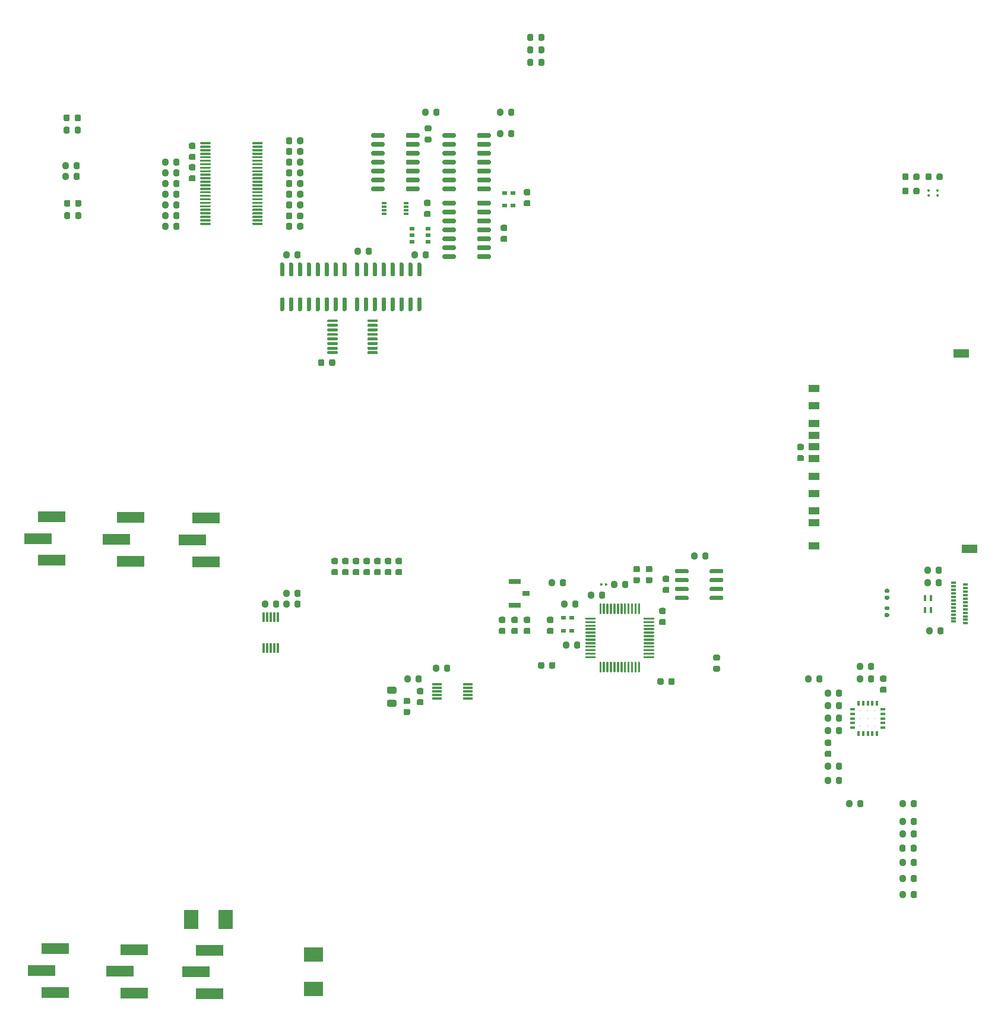
<source format=gbr>
%TF.GenerationSoftware,KiCad,Pcbnew,(5.1.6)-1*%
%TF.CreationDate,2020-10-20T11:52:01-07:00*%
%TF.ProjectId,ReflowOven,5265666c-6f77-44f7-9665-6e2e6b696361,rev?*%
%TF.SameCoordinates,Original*%
%TF.FileFunction,Paste,Top*%
%TF.FilePolarity,Positive*%
%FSLAX46Y46*%
G04 Gerber Fmt 4.6, Leading zero omitted, Abs format (unit mm)*
G04 Created by KiCad (PCBNEW (5.1.6)-1) date 2020-10-20 11:52:01*
%MOMM*%
%LPD*%
G01*
G04 APERTURE LIST*
%ADD10R,1.700000X0.800000*%
%ADD11R,1.100000X0.800000*%
%ADD12R,0.800000X0.600000*%
%ADD13R,2.200000X1.200000*%
%ADD14R,1.500000X1.000000*%
%ADD15R,0.000001X0.000001*%
%ADD16R,0.400000X0.650000*%
%ADD17R,0.650000X0.400000*%
%ADD18R,1.400000X0.300000*%
%ADD19R,0.300000X1.400000*%
%ADD20R,0.700000X0.510000*%
%ADD21R,0.800000X0.300000*%
%ADD22R,0.400000X0.900000*%
%ADD23R,0.700000X0.300000*%
%ADD24R,4.000000X1.650000*%
%ADD25R,2.800000X2.150000*%
%ADD26R,2.150000X2.800000*%
G04 APERTURE END LIST*
D10*
%TO.C,SW201*%
X101854000Y-122858000D03*
X101854000Y-119458000D03*
D11*
X103504000Y-121158000D03*
%TD*%
D12*
%TO.C,X401*%
X100437000Y-64075000D03*
X100437000Y-65875000D03*
X101637000Y-65875000D03*
X101637000Y-64075000D03*
%TD*%
%TO.C,X201*%
X109998000Y-126454000D03*
X109998000Y-124654000D03*
X108798000Y-124654000D03*
X108798000Y-126454000D03*
%TD*%
D13*
%TO.C,U409*%
X165526000Y-86973000D03*
X166726000Y-114823000D03*
D14*
X144526000Y-114423000D03*
X144526000Y-111073000D03*
X144526000Y-109373000D03*
X144526000Y-106948000D03*
X144526000Y-104448000D03*
X144526000Y-101948000D03*
X144526000Y-100248000D03*
X144526000Y-98598000D03*
X144526000Y-96948000D03*
X144526000Y-94448000D03*
X144526000Y-91948000D03*
%TD*%
%TO.C,U201*%
G36*
G01*
X113940000Y-124008000D02*
X113940000Y-122683000D01*
G75*
G02*
X114015000Y-122608000I75000J0D01*
G01*
X114165000Y-122608000D01*
G75*
G02*
X114240000Y-122683000I0J-75000D01*
G01*
X114240000Y-124008000D01*
G75*
G02*
X114165000Y-124083000I-75000J0D01*
G01*
X114015000Y-124083000D01*
G75*
G02*
X113940000Y-124008000I0J75000D01*
G01*
G37*
G36*
G01*
X114440000Y-124008000D02*
X114440000Y-122683000D01*
G75*
G02*
X114515000Y-122608000I75000J0D01*
G01*
X114665000Y-122608000D01*
G75*
G02*
X114740000Y-122683000I0J-75000D01*
G01*
X114740000Y-124008000D01*
G75*
G02*
X114665000Y-124083000I-75000J0D01*
G01*
X114515000Y-124083000D01*
G75*
G02*
X114440000Y-124008000I0J75000D01*
G01*
G37*
G36*
G01*
X114940000Y-124008000D02*
X114940000Y-122683000D01*
G75*
G02*
X115015000Y-122608000I75000J0D01*
G01*
X115165000Y-122608000D01*
G75*
G02*
X115240000Y-122683000I0J-75000D01*
G01*
X115240000Y-124008000D01*
G75*
G02*
X115165000Y-124083000I-75000J0D01*
G01*
X115015000Y-124083000D01*
G75*
G02*
X114940000Y-124008000I0J75000D01*
G01*
G37*
G36*
G01*
X115440000Y-124008000D02*
X115440000Y-122683000D01*
G75*
G02*
X115515000Y-122608000I75000J0D01*
G01*
X115665000Y-122608000D01*
G75*
G02*
X115740000Y-122683000I0J-75000D01*
G01*
X115740000Y-124008000D01*
G75*
G02*
X115665000Y-124083000I-75000J0D01*
G01*
X115515000Y-124083000D01*
G75*
G02*
X115440000Y-124008000I0J75000D01*
G01*
G37*
G36*
G01*
X115940000Y-124008000D02*
X115940000Y-122683000D01*
G75*
G02*
X116015000Y-122608000I75000J0D01*
G01*
X116165000Y-122608000D01*
G75*
G02*
X116240000Y-122683000I0J-75000D01*
G01*
X116240000Y-124008000D01*
G75*
G02*
X116165000Y-124083000I-75000J0D01*
G01*
X116015000Y-124083000D01*
G75*
G02*
X115940000Y-124008000I0J75000D01*
G01*
G37*
G36*
G01*
X116440000Y-124008000D02*
X116440000Y-122683000D01*
G75*
G02*
X116515000Y-122608000I75000J0D01*
G01*
X116665000Y-122608000D01*
G75*
G02*
X116740000Y-122683000I0J-75000D01*
G01*
X116740000Y-124008000D01*
G75*
G02*
X116665000Y-124083000I-75000J0D01*
G01*
X116515000Y-124083000D01*
G75*
G02*
X116440000Y-124008000I0J75000D01*
G01*
G37*
G36*
G01*
X116940000Y-124008000D02*
X116940000Y-122683000D01*
G75*
G02*
X117015000Y-122608000I75000J0D01*
G01*
X117165000Y-122608000D01*
G75*
G02*
X117240000Y-122683000I0J-75000D01*
G01*
X117240000Y-124008000D01*
G75*
G02*
X117165000Y-124083000I-75000J0D01*
G01*
X117015000Y-124083000D01*
G75*
G02*
X116940000Y-124008000I0J75000D01*
G01*
G37*
G36*
G01*
X117440000Y-124008000D02*
X117440000Y-122683000D01*
G75*
G02*
X117515000Y-122608000I75000J0D01*
G01*
X117665000Y-122608000D01*
G75*
G02*
X117740000Y-122683000I0J-75000D01*
G01*
X117740000Y-124008000D01*
G75*
G02*
X117665000Y-124083000I-75000J0D01*
G01*
X117515000Y-124083000D01*
G75*
G02*
X117440000Y-124008000I0J75000D01*
G01*
G37*
G36*
G01*
X117940000Y-124008000D02*
X117940000Y-122683000D01*
G75*
G02*
X118015000Y-122608000I75000J0D01*
G01*
X118165000Y-122608000D01*
G75*
G02*
X118240000Y-122683000I0J-75000D01*
G01*
X118240000Y-124008000D01*
G75*
G02*
X118165000Y-124083000I-75000J0D01*
G01*
X118015000Y-124083000D01*
G75*
G02*
X117940000Y-124008000I0J75000D01*
G01*
G37*
G36*
G01*
X118440000Y-124008000D02*
X118440000Y-122683000D01*
G75*
G02*
X118515000Y-122608000I75000J0D01*
G01*
X118665000Y-122608000D01*
G75*
G02*
X118740000Y-122683000I0J-75000D01*
G01*
X118740000Y-124008000D01*
G75*
G02*
X118665000Y-124083000I-75000J0D01*
G01*
X118515000Y-124083000D01*
G75*
G02*
X118440000Y-124008000I0J75000D01*
G01*
G37*
G36*
G01*
X118940000Y-124008000D02*
X118940000Y-122683000D01*
G75*
G02*
X119015000Y-122608000I75000J0D01*
G01*
X119165000Y-122608000D01*
G75*
G02*
X119240000Y-122683000I0J-75000D01*
G01*
X119240000Y-124008000D01*
G75*
G02*
X119165000Y-124083000I-75000J0D01*
G01*
X119015000Y-124083000D01*
G75*
G02*
X118940000Y-124008000I0J75000D01*
G01*
G37*
G36*
G01*
X119440000Y-124008000D02*
X119440000Y-122683000D01*
G75*
G02*
X119515000Y-122608000I75000J0D01*
G01*
X119665000Y-122608000D01*
G75*
G02*
X119740000Y-122683000I0J-75000D01*
G01*
X119740000Y-124008000D01*
G75*
G02*
X119665000Y-124083000I-75000J0D01*
G01*
X119515000Y-124083000D01*
G75*
G02*
X119440000Y-124008000I0J75000D01*
G01*
G37*
G36*
G01*
X120265000Y-124833000D02*
X120265000Y-124683000D01*
G75*
G02*
X120340000Y-124608000I75000J0D01*
G01*
X121665000Y-124608000D01*
G75*
G02*
X121740000Y-124683000I0J-75000D01*
G01*
X121740000Y-124833000D01*
G75*
G02*
X121665000Y-124908000I-75000J0D01*
G01*
X120340000Y-124908000D01*
G75*
G02*
X120265000Y-124833000I0J75000D01*
G01*
G37*
G36*
G01*
X120265000Y-125333000D02*
X120265000Y-125183000D01*
G75*
G02*
X120340000Y-125108000I75000J0D01*
G01*
X121665000Y-125108000D01*
G75*
G02*
X121740000Y-125183000I0J-75000D01*
G01*
X121740000Y-125333000D01*
G75*
G02*
X121665000Y-125408000I-75000J0D01*
G01*
X120340000Y-125408000D01*
G75*
G02*
X120265000Y-125333000I0J75000D01*
G01*
G37*
G36*
G01*
X120265000Y-125833000D02*
X120265000Y-125683000D01*
G75*
G02*
X120340000Y-125608000I75000J0D01*
G01*
X121665000Y-125608000D01*
G75*
G02*
X121740000Y-125683000I0J-75000D01*
G01*
X121740000Y-125833000D01*
G75*
G02*
X121665000Y-125908000I-75000J0D01*
G01*
X120340000Y-125908000D01*
G75*
G02*
X120265000Y-125833000I0J75000D01*
G01*
G37*
G36*
G01*
X120265000Y-126333000D02*
X120265000Y-126183000D01*
G75*
G02*
X120340000Y-126108000I75000J0D01*
G01*
X121665000Y-126108000D01*
G75*
G02*
X121740000Y-126183000I0J-75000D01*
G01*
X121740000Y-126333000D01*
G75*
G02*
X121665000Y-126408000I-75000J0D01*
G01*
X120340000Y-126408000D01*
G75*
G02*
X120265000Y-126333000I0J75000D01*
G01*
G37*
G36*
G01*
X120265000Y-126833000D02*
X120265000Y-126683000D01*
G75*
G02*
X120340000Y-126608000I75000J0D01*
G01*
X121665000Y-126608000D01*
G75*
G02*
X121740000Y-126683000I0J-75000D01*
G01*
X121740000Y-126833000D01*
G75*
G02*
X121665000Y-126908000I-75000J0D01*
G01*
X120340000Y-126908000D01*
G75*
G02*
X120265000Y-126833000I0J75000D01*
G01*
G37*
G36*
G01*
X120265000Y-127333000D02*
X120265000Y-127183000D01*
G75*
G02*
X120340000Y-127108000I75000J0D01*
G01*
X121665000Y-127108000D01*
G75*
G02*
X121740000Y-127183000I0J-75000D01*
G01*
X121740000Y-127333000D01*
G75*
G02*
X121665000Y-127408000I-75000J0D01*
G01*
X120340000Y-127408000D01*
G75*
G02*
X120265000Y-127333000I0J75000D01*
G01*
G37*
G36*
G01*
X120265000Y-127833000D02*
X120265000Y-127683000D01*
G75*
G02*
X120340000Y-127608000I75000J0D01*
G01*
X121665000Y-127608000D01*
G75*
G02*
X121740000Y-127683000I0J-75000D01*
G01*
X121740000Y-127833000D01*
G75*
G02*
X121665000Y-127908000I-75000J0D01*
G01*
X120340000Y-127908000D01*
G75*
G02*
X120265000Y-127833000I0J75000D01*
G01*
G37*
G36*
G01*
X120265000Y-128333000D02*
X120265000Y-128183000D01*
G75*
G02*
X120340000Y-128108000I75000J0D01*
G01*
X121665000Y-128108000D01*
G75*
G02*
X121740000Y-128183000I0J-75000D01*
G01*
X121740000Y-128333000D01*
G75*
G02*
X121665000Y-128408000I-75000J0D01*
G01*
X120340000Y-128408000D01*
G75*
G02*
X120265000Y-128333000I0J75000D01*
G01*
G37*
G36*
G01*
X120265000Y-128833000D02*
X120265000Y-128683000D01*
G75*
G02*
X120340000Y-128608000I75000J0D01*
G01*
X121665000Y-128608000D01*
G75*
G02*
X121740000Y-128683000I0J-75000D01*
G01*
X121740000Y-128833000D01*
G75*
G02*
X121665000Y-128908000I-75000J0D01*
G01*
X120340000Y-128908000D01*
G75*
G02*
X120265000Y-128833000I0J75000D01*
G01*
G37*
G36*
G01*
X120265000Y-129333000D02*
X120265000Y-129183000D01*
G75*
G02*
X120340000Y-129108000I75000J0D01*
G01*
X121665000Y-129108000D01*
G75*
G02*
X121740000Y-129183000I0J-75000D01*
G01*
X121740000Y-129333000D01*
G75*
G02*
X121665000Y-129408000I-75000J0D01*
G01*
X120340000Y-129408000D01*
G75*
G02*
X120265000Y-129333000I0J75000D01*
G01*
G37*
G36*
G01*
X120265000Y-129833000D02*
X120265000Y-129683000D01*
G75*
G02*
X120340000Y-129608000I75000J0D01*
G01*
X121665000Y-129608000D01*
G75*
G02*
X121740000Y-129683000I0J-75000D01*
G01*
X121740000Y-129833000D01*
G75*
G02*
X121665000Y-129908000I-75000J0D01*
G01*
X120340000Y-129908000D01*
G75*
G02*
X120265000Y-129833000I0J75000D01*
G01*
G37*
G36*
G01*
X120265000Y-130333000D02*
X120265000Y-130183000D01*
G75*
G02*
X120340000Y-130108000I75000J0D01*
G01*
X121665000Y-130108000D01*
G75*
G02*
X121740000Y-130183000I0J-75000D01*
G01*
X121740000Y-130333000D01*
G75*
G02*
X121665000Y-130408000I-75000J0D01*
G01*
X120340000Y-130408000D01*
G75*
G02*
X120265000Y-130333000I0J75000D01*
G01*
G37*
G36*
G01*
X119440000Y-132333000D02*
X119440000Y-131008000D01*
G75*
G02*
X119515000Y-130933000I75000J0D01*
G01*
X119665000Y-130933000D01*
G75*
G02*
X119740000Y-131008000I0J-75000D01*
G01*
X119740000Y-132333000D01*
G75*
G02*
X119665000Y-132408000I-75000J0D01*
G01*
X119515000Y-132408000D01*
G75*
G02*
X119440000Y-132333000I0J75000D01*
G01*
G37*
G36*
G01*
X118940000Y-132333000D02*
X118940000Y-131008000D01*
G75*
G02*
X119015000Y-130933000I75000J0D01*
G01*
X119165000Y-130933000D01*
G75*
G02*
X119240000Y-131008000I0J-75000D01*
G01*
X119240000Y-132333000D01*
G75*
G02*
X119165000Y-132408000I-75000J0D01*
G01*
X119015000Y-132408000D01*
G75*
G02*
X118940000Y-132333000I0J75000D01*
G01*
G37*
G36*
G01*
X118440000Y-132333000D02*
X118440000Y-131008000D01*
G75*
G02*
X118515000Y-130933000I75000J0D01*
G01*
X118665000Y-130933000D01*
G75*
G02*
X118740000Y-131008000I0J-75000D01*
G01*
X118740000Y-132333000D01*
G75*
G02*
X118665000Y-132408000I-75000J0D01*
G01*
X118515000Y-132408000D01*
G75*
G02*
X118440000Y-132333000I0J75000D01*
G01*
G37*
G36*
G01*
X117940000Y-132333000D02*
X117940000Y-131008000D01*
G75*
G02*
X118015000Y-130933000I75000J0D01*
G01*
X118165000Y-130933000D01*
G75*
G02*
X118240000Y-131008000I0J-75000D01*
G01*
X118240000Y-132333000D01*
G75*
G02*
X118165000Y-132408000I-75000J0D01*
G01*
X118015000Y-132408000D01*
G75*
G02*
X117940000Y-132333000I0J75000D01*
G01*
G37*
G36*
G01*
X117440000Y-132333000D02*
X117440000Y-131008000D01*
G75*
G02*
X117515000Y-130933000I75000J0D01*
G01*
X117665000Y-130933000D01*
G75*
G02*
X117740000Y-131008000I0J-75000D01*
G01*
X117740000Y-132333000D01*
G75*
G02*
X117665000Y-132408000I-75000J0D01*
G01*
X117515000Y-132408000D01*
G75*
G02*
X117440000Y-132333000I0J75000D01*
G01*
G37*
G36*
G01*
X116940000Y-132333000D02*
X116940000Y-131008000D01*
G75*
G02*
X117015000Y-130933000I75000J0D01*
G01*
X117165000Y-130933000D01*
G75*
G02*
X117240000Y-131008000I0J-75000D01*
G01*
X117240000Y-132333000D01*
G75*
G02*
X117165000Y-132408000I-75000J0D01*
G01*
X117015000Y-132408000D01*
G75*
G02*
X116940000Y-132333000I0J75000D01*
G01*
G37*
G36*
G01*
X116440000Y-132333000D02*
X116440000Y-131008000D01*
G75*
G02*
X116515000Y-130933000I75000J0D01*
G01*
X116665000Y-130933000D01*
G75*
G02*
X116740000Y-131008000I0J-75000D01*
G01*
X116740000Y-132333000D01*
G75*
G02*
X116665000Y-132408000I-75000J0D01*
G01*
X116515000Y-132408000D01*
G75*
G02*
X116440000Y-132333000I0J75000D01*
G01*
G37*
G36*
G01*
X115940000Y-132333000D02*
X115940000Y-131008000D01*
G75*
G02*
X116015000Y-130933000I75000J0D01*
G01*
X116165000Y-130933000D01*
G75*
G02*
X116240000Y-131008000I0J-75000D01*
G01*
X116240000Y-132333000D01*
G75*
G02*
X116165000Y-132408000I-75000J0D01*
G01*
X116015000Y-132408000D01*
G75*
G02*
X115940000Y-132333000I0J75000D01*
G01*
G37*
G36*
G01*
X115440000Y-132333000D02*
X115440000Y-131008000D01*
G75*
G02*
X115515000Y-130933000I75000J0D01*
G01*
X115665000Y-130933000D01*
G75*
G02*
X115740000Y-131008000I0J-75000D01*
G01*
X115740000Y-132333000D01*
G75*
G02*
X115665000Y-132408000I-75000J0D01*
G01*
X115515000Y-132408000D01*
G75*
G02*
X115440000Y-132333000I0J75000D01*
G01*
G37*
G36*
G01*
X114940000Y-132333000D02*
X114940000Y-131008000D01*
G75*
G02*
X115015000Y-130933000I75000J0D01*
G01*
X115165000Y-130933000D01*
G75*
G02*
X115240000Y-131008000I0J-75000D01*
G01*
X115240000Y-132333000D01*
G75*
G02*
X115165000Y-132408000I-75000J0D01*
G01*
X115015000Y-132408000D01*
G75*
G02*
X114940000Y-132333000I0J75000D01*
G01*
G37*
G36*
G01*
X114440000Y-132333000D02*
X114440000Y-131008000D01*
G75*
G02*
X114515000Y-130933000I75000J0D01*
G01*
X114665000Y-130933000D01*
G75*
G02*
X114740000Y-131008000I0J-75000D01*
G01*
X114740000Y-132333000D01*
G75*
G02*
X114665000Y-132408000I-75000J0D01*
G01*
X114515000Y-132408000D01*
G75*
G02*
X114440000Y-132333000I0J75000D01*
G01*
G37*
G36*
G01*
X113940000Y-132333000D02*
X113940000Y-131008000D01*
G75*
G02*
X114015000Y-130933000I75000J0D01*
G01*
X114165000Y-130933000D01*
G75*
G02*
X114240000Y-131008000I0J-75000D01*
G01*
X114240000Y-132333000D01*
G75*
G02*
X114165000Y-132408000I-75000J0D01*
G01*
X114015000Y-132408000D01*
G75*
G02*
X113940000Y-132333000I0J75000D01*
G01*
G37*
G36*
G01*
X111940000Y-130333000D02*
X111940000Y-130183000D01*
G75*
G02*
X112015000Y-130108000I75000J0D01*
G01*
X113340000Y-130108000D01*
G75*
G02*
X113415000Y-130183000I0J-75000D01*
G01*
X113415000Y-130333000D01*
G75*
G02*
X113340000Y-130408000I-75000J0D01*
G01*
X112015000Y-130408000D01*
G75*
G02*
X111940000Y-130333000I0J75000D01*
G01*
G37*
G36*
G01*
X111940000Y-129833000D02*
X111940000Y-129683000D01*
G75*
G02*
X112015000Y-129608000I75000J0D01*
G01*
X113340000Y-129608000D01*
G75*
G02*
X113415000Y-129683000I0J-75000D01*
G01*
X113415000Y-129833000D01*
G75*
G02*
X113340000Y-129908000I-75000J0D01*
G01*
X112015000Y-129908000D01*
G75*
G02*
X111940000Y-129833000I0J75000D01*
G01*
G37*
G36*
G01*
X111940000Y-129333000D02*
X111940000Y-129183000D01*
G75*
G02*
X112015000Y-129108000I75000J0D01*
G01*
X113340000Y-129108000D01*
G75*
G02*
X113415000Y-129183000I0J-75000D01*
G01*
X113415000Y-129333000D01*
G75*
G02*
X113340000Y-129408000I-75000J0D01*
G01*
X112015000Y-129408000D01*
G75*
G02*
X111940000Y-129333000I0J75000D01*
G01*
G37*
G36*
G01*
X111940000Y-128833000D02*
X111940000Y-128683000D01*
G75*
G02*
X112015000Y-128608000I75000J0D01*
G01*
X113340000Y-128608000D01*
G75*
G02*
X113415000Y-128683000I0J-75000D01*
G01*
X113415000Y-128833000D01*
G75*
G02*
X113340000Y-128908000I-75000J0D01*
G01*
X112015000Y-128908000D01*
G75*
G02*
X111940000Y-128833000I0J75000D01*
G01*
G37*
G36*
G01*
X111940000Y-128333000D02*
X111940000Y-128183000D01*
G75*
G02*
X112015000Y-128108000I75000J0D01*
G01*
X113340000Y-128108000D01*
G75*
G02*
X113415000Y-128183000I0J-75000D01*
G01*
X113415000Y-128333000D01*
G75*
G02*
X113340000Y-128408000I-75000J0D01*
G01*
X112015000Y-128408000D01*
G75*
G02*
X111940000Y-128333000I0J75000D01*
G01*
G37*
G36*
G01*
X111940000Y-127833000D02*
X111940000Y-127683000D01*
G75*
G02*
X112015000Y-127608000I75000J0D01*
G01*
X113340000Y-127608000D01*
G75*
G02*
X113415000Y-127683000I0J-75000D01*
G01*
X113415000Y-127833000D01*
G75*
G02*
X113340000Y-127908000I-75000J0D01*
G01*
X112015000Y-127908000D01*
G75*
G02*
X111940000Y-127833000I0J75000D01*
G01*
G37*
G36*
G01*
X111940000Y-127333000D02*
X111940000Y-127183000D01*
G75*
G02*
X112015000Y-127108000I75000J0D01*
G01*
X113340000Y-127108000D01*
G75*
G02*
X113415000Y-127183000I0J-75000D01*
G01*
X113415000Y-127333000D01*
G75*
G02*
X113340000Y-127408000I-75000J0D01*
G01*
X112015000Y-127408000D01*
G75*
G02*
X111940000Y-127333000I0J75000D01*
G01*
G37*
G36*
G01*
X111940000Y-126833000D02*
X111940000Y-126683000D01*
G75*
G02*
X112015000Y-126608000I75000J0D01*
G01*
X113340000Y-126608000D01*
G75*
G02*
X113415000Y-126683000I0J-75000D01*
G01*
X113415000Y-126833000D01*
G75*
G02*
X113340000Y-126908000I-75000J0D01*
G01*
X112015000Y-126908000D01*
G75*
G02*
X111940000Y-126833000I0J75000D01*
G01*
G37*
G36*
G01*
X111940000Y-126333000D02*
X111940000Y-126183000D01*
G75*
G02*
X112015000Y-126108000I75000J0D01*
G01*
X113340000Y-126108000D01*
G75*
G02*
X113415000Y-126183000I0J-75000D01*
G01*
X113415000Y-126333000D01*
G75*
G02*
X113340000Y-126408000I-75000J0D01*
G01*
X112015000Y-126408000D01*
G75*
G02*
X111940000Y-126333000I0J75000D01*
G01*
G37*
G36*
G01*
X111940000Y-125833000D02*
X111940000Y-125683000D01*
G75*
G02*
X112015000Y-125608000I75000J0D01*
G01*
X113340000Y-125608000D01*
G75*
G02*
X113415000Y-125683000I0J-75000D01*
G01*
X113415000Y-125833000D01*
G75*
G02*
X113340000Y-125908000I-75000J0D01*
G01*
X112015000Y-125908000D01*
G75*
G02*
X111940000Y-125833000I0J75000D01*
G01*
G37*
G36*
G01*
X111940000Y-125333000D02*
X111940000Y-125183000D01*
G75*
G02*
X112015000Y-125108000I75000J0D01*
G01*
X113340000Y-125108000D01*
G75*
G02*
X113415000Y-125183000I0J-75000D01*
G01*
X113415000Y-125333000D01*
G75*
G02*
X113340000Y-125408000I-75000J0D01*
G01*
X112015000Y-125408000D01*
G75*
G02*
X111940000Y-125333000I0J75000D01*
G01*
G37*
G36*
G01*
X111940000Y-124833000D02*
X111940000Y-124683000D01*
G75*
G02*
X112015000Y-124608000I75000J0D01*
G01*
X113340000Y-124608000D01*
G75*
G02*
X113415000Y-124683000I0J-75000D01*
G01*
X113415000Y-124833000D01*
G75*
G02*
X113340000Y-124908000I-75000J0D01*
G01*
X112015000Y-124908000D01*
G75*
G02*
X111940000Y-124833000I0J75000D01*
G01*
G37*
%TD*%
%TO.C,D501*%
G36*
G01*
X157638000Y-150873750D02*
X157638000Y-151386250D01*
G75*
G02*
X157419250Y-151605000I-218750J0D01*
G01*
X156981750Y-151605000D01*
G75*
G02*
X156763000Y-151386250I0J218750D01*
G01*
X156763000Y-150873750D01*
G75*
G02*
X156981750Y-150655000I218750J0D01*
G01*
X157419250Y-150655000D01*
G75*
G02*
X157638000Y-150873750I0J-218750D01*
G01*
G37*
G36*
G01*
X159213000Y-150873750D02*
X159213000Y-151386250D01*
G75*
G02*
X158994250Y-151605000I-218750J0D01*
G01*
X158556750Y-151605000D01*
G75*
G02*
X158338000Y-151386250I0J218750D01*
G01*
X158338000Y-150873750D01*
G75*
G02*
X158556750Y-150655000I218750J0D01*
G01*
X158994250Y-150655000D01*
G75*
G02*
X159213000Y-150873750I0J-218750D01*
G01*
G37*
%TD*%
%TO.C,U702*%
G36*
G01*
X155112500Y-121095000D02*
X154767500Y-121095000D01*
G75*
G02*
X154620000Y-120947500I0J147500D01*
G01*
X154620000Y-120652500D01*
G75*
G02*
X154767500Y-120505000I147500J0D01*
G01*
X155112500Y-120505000D01*
G75*
G02*
X155260000Y-120652500I0J-147500D01*
G01*
X155260000Y-120947500D01*
G75*
G02*
X155112500Y-121095000I-147500J0D01*
G01*
G37*
G36*
G01*
X155112500Y-122065000D02*
X154767500Y-122065000D01*
G75*
G02*
X154620000Y-121917500I0J147500D01*
G01*
X154620000Y-121622500D01*
G75*
G02*
X154767500Y-121475000I147500J0D01*
G01*
X155112500Y-121475000D01*
G75*
G02*
X155260000Y-121622500I0J-147500D01*
G01*
X155260000Y-121917500D01*
G75*
G02*
X155112500Y-122065000I-147500J0D01*
G01*
G37*
%TD*%
%TO.C,U701*%
G36*
G01*
X154767500Y-123951500D02*
X155112500Y-123951500D01*
G75*
G02*
X155260000Y-124099000I0J-147500D01*
G01*
X155260000Y-124394000D01*
G75*
G02*
X155112500Y-124541500I-147500J0D01*
G01*
X154767500Y-124541500D01*
G75*
G02*
X154620000Y-124394000I0J147500D01*
G01*
X154620000Y-124099000D01*
G75*
G02*
X154767500Y-123951500I147500J0D01*
G01*
G37*
G36*
G01*
X154767500Y-122981500D02*
X155112500Y-122981500D01*
G75*
G02*
X155260000Y-123129000I0J-147500D01*
G01*
X155260000Y-123424000D01*
G75*
G02*
X155112500Y-123571500I-147500J0D01*
G01*
X154767500Y-123571500D01*
G75*
G02*
X154620000Y-123424000I0J147500D01*
G01*
X154620000Y-123129000D01*
G75*
G02*
X154767500Y-122981500I147500J0D01*
G01*
G37*
%TD*%
D15*
%TO.C,U601*%
X151130000Y-137922000D03*
X151130000Y-139005333D03*
X151130000Y-140088666D03*
X152213333Y-137922000D03*
X152213333Y-139005333D03*
X152213333Y-140088666D03*
X153296666Y-137922000D03*
X153296666Y-139005333D03*
X153296666Y-140088666D03*
D16*
X153513333Y-141180333D03*
X152863333Y-141180333D03*
X152213333Y-141180333D03*
X151563333Y-141180333D03*
X150913333Y-141180333D03*
D17*
X150038333Y-140305333D03*
X150038333Y-139655333D03*
X150038333Y-139005333D03*
X150038333Y-138355333D03*
X150038333Y-137705333D03*
D16*
X150913333Y-136830333D03*
X151563333Y-136830333D03*
X152213333Y-136830333D03*
X152863333Y-136830333D03*
X153513333Y-136830333D03*
D17*
X154388333Y-137705333D03*
X154388333Y-138355333D03*
X154388333Y-139005333D03*
X154388333Y-139655333D03*
X154388333Y-140305333D03*
%TD*%
D18*
%TO.C,U502*%
X90764000Y-136128000D03*
X90764000Y-135628000D03*
X90764000Y-135128000D03*
X90764000Y-134628000D03*
X90764000Y-134128000D03*
X95164000Y-134128000D03*
X95164000Y-134628000D03*
X95164000Y-135128000D03*
X95164000Y-135628000D03*
X95164000Y-136128000D03*
%TD*%
D19*
%TO.C,U501*%
X68056000Y-128946000D03*
X67556000Y-128946000D03*
X67056000Y-128946000D03*
X66556000Y-128946000D03*
X66056000Y-128946000D03*
X66056000Y-124546000D03*
X66556000Y-124546000D03*
X67056000Y-124546000D03*
X67556000Y-124546000D03*
X68056000Y-124546000D03*
%TD*%
%TO.C,U408*%
G36*
G01*
X96496000Y-65682000D02*
X96496000Y-65382000D01*
G75*
G02*
X96646000Y-65232000I150000J0D01*
G01*
X98296000Y-65232000D01*
G75*
G02*
X98446000Y-65382000I0J-150000D01*
G01*
X98446000Y-65682000D01*
G75*
G02*
X98296000Y-65832000I-150000J0D01*
G01*
X96646000Y-65832000D01*
G75*
G02*
X96496000Y-65682000I0J150000D01*
G01*
G37*
G36*
G01*
X96496000Y-66952000D02*
X96496000Y-66652000D01*
G75*
G02*
X96646000Y-66502000I150000J0D01*
G01*
X98296000Y-66502000D01*
G75*
G02*
X98446000Y-66652000I0J-150000D01*
G01*
X98446000Y-66952000D01*
G75*
G02*
X98296000Y-67102000I-150000J0D01*
G01*
X96646000Y-67102000D01*
G75*
G02*
X96496000Y-66952000I0J150000D01*
G01*
G37*
G36*
G01*
X96496000Y-68222000D02*
X96496000Y-67922000D01*
G75*
G02*
X96646000Y-67772000I150000J0D01*
G01*
X98296000Y-67772000D01*
G75*
G02*
X98446000Y-67922000I0J-150000D01*
G01*
X98446000Y-68222000D01*
G75*
G02*
X98296000Y-68372000I-150000J0D01*
G01*
X96646000Y-68372000D01*
G75*
G02*
X96496000Y-68222000I0J150000D01*
G01*
G37*
G36*
G01*
X96496000Y-69492000D02*
X96496000Y-69192000D01*
G75*
G02*
X96646000Y-69042000I150000J0D01*
G01*
X98296000Y-69042000D01*
G75*
G02*
X98446000Y-69192000I0J-150000D01*
G01*
X98446000Y-69492000D01*
G75*
G02*
X98296000Y-69642000I-150000J0D01*
G01*
X96646000Y-69642000D01*
G75*
G02*
X96496000Y-69492000I0J150000D01*
G01*
G37*
G36*
G01*
X96496000Y-70762000D02*
X96496000Y-70462000D01*
G75*
G02*
X96646000Y-70312000I150000J0D01*
G01*
X98296000Y-70312000D01*
G75*
G02*
X98446000Y-70462000I0J-150000D01*
G01*
X98446000Y-70762000D01*
G75*
G02*
X98296000Y-70912000I-150000J0D01*
G01*
X96646000Y-70912000D01*
G75*
G02*
X96496000Y-70762000I0J150000D01*
G01*
G37*
G36*
G01*
X96496000Y-72032000D02*
X96496000Y-71732000D01*
G75*
G02*
X96646000Y-71582000I150000J0D01*
G01*
X98296000Y-71582000D01*
G75*
G02*
X98446000Y-71732000I0J-150000D01*
G01*
X98446000Y-72032000D01*
G75*
G02*
X98296000Y-72182000I-150000J0D01*
G01*
X96646000Y-72182000D01*
G75*
G02*
X96496000Y-72032000I0J150000D01*
G01*
G37*
G36*
G01*
X96496000Y-73302000D02*
X96496000Y-73002000D01*
G75*
G02*
X96646000Y-72852000I150000J0D01*
G01*
X98296000Y-72852000D01*
G75*
G02*
X98446000Y-73002000I0J-150000D01*
G01*
X98446000Y-73302000D01*
G75*
G02*
X98296000Y-73452000I-150000J0D01*
G01*
X96646000Y-73452000D01*
G75*
G02*
X96496000Y-73302000I0J150000D01*
G01*
G37*
G36*
G01*
X91546000Y-73302000D02*
X91546000Y-73002000D01*
G75*
G02*
X91696000Y-72852000I150000J0D01*
G01*
X93346000Y-72852000D01*
G75*
G02*
X93496000Y-73002000I0J-150000D01*
G01*
X93496000Y-73302000D01*
G75*
G02*
X93346000Y-73452000I-150000J0D01*
G01*
X91696000Y-73452000D01*
G75*
G02*
X91546000Y-73302000I0J150000D01*
G01*
G37*
G36*
G01*
X91546000Y-72032000D02*
X91546000Y-71732000D01*
G75*
G02*
X91696000Y-71582000I150000J0D01*
G01*
X93346000Y-71582000D01*
G75*
G02*
X93496000Y-71732000I0J-150000D01*
G01*
X93496000Y-72032000D01*
G75*
G02*
X93346000Y-72182000I-150000J0D01*
G01*
X91696000Y-72182000D01*
G75*
G02*
X91546000Y-72032000I0J150000D01*
G01*
G37*
G36*
G01*
X91546000Y-70762000D02*
X91546000Y-70462000D01*
G75*
G02*
X91696000Y-70312000I150000J0D01*
G01*
X93346000Y-70312000D01*
G75*
G02*
X93496000Y-70462000I0J-150000D01*
G01*
X93496000Y-70762000D01*
G75*
G02*
X93346000Y-70912000I-150000J0D01*
G01*
X91696000Y-70912000D01*
G75*
G02*
X91546000Y-70762000I0J150000D01*
G01*
G37*
G36*
G01*
X91546000Y-69492000D02*
X91546000Y-69192000D01*
G75*
G02*
X91696000Y-69042000I150000J0D01*
G01*
X93346000Y-69042000D01*
G75*
G02*
X93496000Y-69192000I0J-150000D01*
G01*
X93496000Y-69492000D01*
G75*
G02*
X93346000Y-69642000I-150000J0D01*
G01*
X91696000Y-69642000D01*
G75*
G02*
X91546000Y-69492000I0J150000D01*
G01*
G37*
G36*
G01*
X91546000Y-68222000D02*
X91546000Y-67922000D01*
G75*
G02*
X91696000Y-67772000I150000J0D01*
G01*
X93346000Y-67772000D01*
G75*
G02*
X93496000Y-67922000I0J-150000D01*
G01*
X93496000Y-68222000D01*
G75*
G02*
X93346000Y-68372000I-150000J0D01*
G01*
X91696000Y-68372000D01*
G75*
G02*
X91546000Y-68222000I0J150000D01*
G01*
G37*
G36*
G01*
X91546000Y-66952000D02*
X91546000Y-66652000D01*
G75*
G02*
X91696000Y-66502000I150000J0D01*
G01*
X93346000Y-66502000D01*
G75*
G02*
X93496000Y-66652000I0J-150000D01*
G01*
X93496000Y-66952000D01*
G75*
G02*
X93346000Y-67102000I-150000J0D01*
G01*
X91696000Y-67102000D01*
G75*
G02*
X91546000Y-66952000I0J150000D01*
G01*
G37*
G36*
G01*
X91546000Y-65682000D02*
X91546000Y-65382000D01*
G75*
G02*
X91696000Y-65232000I150000J0D01*
G01*
X93346000Y-65232000D01*
G75*
G02*
X93496000Y-65382000I0J-150000D01*
G01*
X93496000Y-65682000D01*
G75*
G02*
X93346000Y-65832000I-150000J0D01*
G01*
X91696000Y-65832000D01*
G75*
G02*
X91546000Y-65682000I0J150000D01*
G01*
G37*
%TD*%
%TO.C,U407*%
G36*
G01*
X86336000Y-56030000D02*
X86336000Y-55730000D01*
G75*
G02*
X86486000Y-55580000I150000J0D01*
G01*
X88136000Y-55580000D01*
G75*
G02*
X88286000Y-55730000I0J-150000D01*
G01*
X88286000Y-56030000D01*
G75*
G02*
X88136000Y-56180000I-150000J0D01*
G01*
X86486000Y-56180000D01*
G75*
G02*
X86336000Y-56030000I0J150000D01*
G01*
G37*
G36*
G01*
X86336000Y-57300000D02*
X86336000Y-57000000D01*
G75*
G02*
X86486000Y-56850000I150000J0D01*
G01*
X88136000Y-56850000D01*
G75*
G02*
X88286000Y-57000000I0J-150000D01*
G01*
X88286000Y-57300000D01*
G75*
G02*
X88136000Y-57450000I-150000J0D01*
G01*
X86486000Y-57450000D01*
G75*
G02*
X86336000Y-57300000I0J150000D01*
G01*
G37*
G36*
G01*
X86336000Y-58570000D02*
X86336000Y-58270000D01*
G75*
G02*
X86486000Y-58120000I150000J0D01*
G01*
X88136000Y-58120000D01*
G75*
G02*
X88286000Y-58270000I0J-150000D01*
G01*
X88286000Y-58570000D01*
G75*
G02*
X88136000Y-58720000I-150000J0D01*
G01*
X86486000Y-58720000D01*
G75*
G02*
X86336000Y-58570000I0J150000D01*
G01*
G37*
G36*
G01*
X86336000Y-59840000D02*
X86336000Y-59540000D01*
G75*
G02*
X86486000Y-59390000I150000J0D01*
G01*
X88136000Y-59390000D01*
G75*
G02*
X88286000Y-59540000I0J-150000D01*
G01*
X88286000Y-59840000D01*
G75*
G02*
X88136000Y-59990000I-150000J0D01*
G01*
X86486000Y-59990000D01*
G75*
G02*
X86336000Y-59840000I0J150000D01*
G01*
G37*
G36*
G01*
X86336000Y-61110000D02*
X86336000Y-60810000D01*
G75*
G02*
X86486000Y-60660000I150000J0D01*
G01*
X88136000Y-60660000D01*
G75*
G02*
X88286000Y-60810000I0J-150000D01*
G01*
X88286000Y-61110000D01*
G75*
G02*
X88136000Y-61260000I-150000J0D01*
G01*
X86486000Y-61260000D01*
G75*
G02*
X86336000Y-61110000I0J150000D01*
G01*
G37*
G36*
G01*
X86336000Y-62380000D02*
X86336000Y-62080000D01*
G75*
G02*
X86486000Y-61930000I150000J0D01*
G01*
X88136000Y-61930000D01*
G75*
G02*
X88286000Y-62080000I0J-150000D01*
G01*
X88286000Y-62380000D01*
G75*
G02*
X88136000Y-62530000I-150000J0D01*
G01*
X86486000Y-62530000D01*
G75*
G02*
X86336000Y-62380000I0J150000D01*
G01*
G37*
G36*
G01*
X86336000Y-63650000D02*
X86336000Y-63350000D01*
G75*
G02*
X86486000Y-63200000I150000J0D01*
G01*
X88136000Y-63200000D01*
G75*
G02*
X88286000Y-63350000I0J-150000D01*
G01*
X88286000Y-63650000D01*
G75*
G02*
X88136000Y-63800000I-150000J0D01*
G01*
X86486000Y-63800000D01*
G75*
G02*
X86336000Y-63650000I0J150000D01*
G01*
G37*
G36*
G01*
X81386000Y-63650000D02*
X81386000Y-63350000D01*
G75*
G02*
X81536000Y-63200000I150000J0D01*
G01*
X83186000Y-63200000D01*
G75*
G02*
X83336000Y-63350000I0J-150000D01*
G01*
X83336000Y-63650000D01*
G75*
G02*
X83186000Y-63800000I-150000J0D01*
G01*
X81536000Y-63800000D01*
G75*
G02*
X81386000Y-63650000I0J150000D01*
G01*
G37*
G36*
G01*
X81386000Y-62380000D02*
X81386000Y-62080000D01*
G75*
G02*
X81536000Y-61930000I150000J0D01*
G01*
X83186000Y-61930000D01*
G75*
G02*
X83336000Y-62080000I0J-150000D01*
G01*
X83336000Y-62380000D01*
G75*
G02*
X83186000Y-62530000I-150000J0D01*
G01*
X81536000Y-62530000D01*
G75*
G02*
X81386000Y-62380000I0J150000D01*
G01*
G37*
G36*
G01*
X81386000Y-61110000D02*
X81386000Y-60810000D01*
G75*
G02*
X81536000Y-60660000I150000J0D01*
G01*
X83186000Y-60660000D01*
G75*
G02*
X83336000Y-60810000I0J-150000D01*
G01*
X83336000Y-61110000D01*
G75*
G02*
X83186000Y-61260000I-150000J0D01*
G01*
X81536000Y-61260000D01*
G75*
G02*
X81386000Y-61110000I0J150000D01*
G01*
G37*
G36*
G01*
X81386000Y-59840000D02*
X81386000Y-59540000D01*
G75*
G02*
X81536000Y-59390000I150000J0D01*
G01*
X83186000Y-59390000D01*
G75*
G02*
X83336000Y-59540000I0J-150000D01*
G01*
X83336000Y-59840000D01*
G75*
G02*
X83186000Y-59990000I-150000J0D01*
G01*
X81536000Y-59990000D01*
G75*
G02*
X81386000Y-59840000I0J150000D01*
G01*
G37*
G36*
G01*
X81386000Y-58570000D02*
X81386000Y-58270000D01*
G75*
G02*
X81536000Y-58120000I150000J0D01*
G01*
X83186000Y-58120000D01*
G75*
G02*
X83336000Y-58270000I0J-150000D01*
G01*
X83336000Y-58570000D01*
G75*
G02*
X83186000Y-58720000I-150000J0D01*
G01*
X81536000Y-58720000D01*
G75*
G02*
X81386000Y-58570000I0J150000D01*
G01*
G37*
G36*
G01*
X81386000Y-57300000D02*
X81386000Y-57000000D01*
G75*
G02*
X81536000Y-56850000I150000J0D01*
G01*
X83186000Y-56850000D01*
G75*
G02*
X83336000Y-57000000I0J-150000D01*
G01*
X83336000Y-57300000D01*
G75*
G02*
X83186000Y-57450000I-150000J0D01*
G01*
X81536000Y-57450000D01*
G75*
G02*
X81386000Y-57300000I0J150000D01*
G01*
G37*
G36*
G01*
X81386000Y-56030000D02*
X81386000Y-55730000D01*
G75*
G02*
X81536000Y-55580000I150000J0D01*
G01*
X83186000Y-55580000D01*
G75*
G02*
X83336000Y-55730000I0J-150000D01*
G01*
X83336000Y-56030000D01*
G75*
G02*
X83186000Y-56180000I-150000J0D01*
G01*
X81536000Y-56180000D01*
G75*
G02*
X81386000Y-56030000I0J150000D01*
G01*
G37*
%TD*%
D20*
%TO.C,U406*%
X89552000Y-69154000D03*
X89552000Y-70104000D03*
X89552000Y-71054000D03*
X87232000Y-71054000D03*
X87232000Y-70104000D03*
X87232000Y-69154000D03*
%TD*%
D21*
%TO.C,U405*%
X86386000Y-65544000D03*
X86386000Y-66044000D03*
X86386000Y-66544000D03*
X86386000Y-67044000D03*
X83286000Y-67044000D03*
X83286000Y-66544000D03*
X83286000Y-66044000D03*
X83286000Y-65544000D03*
%TD*%
%TO.C,U404*%
G36*
G01*
X96496000Y-56030000D02*
X96496000Y-55730000D01*
G75*
G02*
X96646000Y-55580000I150000J0D01*
G01*
X98296000Y-55580000D01*
G75*
G02*
X98446000Y-55730000I0J-150000D01*
G01*
X98446000Y-56030000D01*
G75*
G02*
X98296000Y-56180000I-150000J0D01*
G01*
X96646000Y-56180000D01*
G75*
G02*
X96496000Y-56030000I0J150000D01*
G01*
G37*
G36*
G01*
X96496000Y-57300000D02*
X96496000Y-57000000D01*
G75*
G02*
X96646000Y-56850000I150000J0D01*
G01*
X98296000Y-56850000D01*
G75*
G02*
X98446000Y-57000000I0J-150000D01*
G01*
X98446000Y-57300000D01*
G75*
G02*
X98296000Y-57450000I-150000J0D01*
G01*
X96646000Y-57450000D01*
G75*
G02*
X96496000Y-57300000I0J150000D01*
G01*
G37*
G36*
G01*
X96496000Y-58570000D02*
X96496000Y-58270000D01*
G75*
G02*
X96646000Y-58120000I150000J0D01*
G01*
X98296000Y-58120000D01*
G75*
G02*
X98446000Y-58270000I0J-150000D01*
G01*
X98446000Y-58570000D01*
G75*
G02*
X98296000Y-58720000I-150000J0D01*
G01*
X96646000Y-58720000D01*
G75*
G02*
X96496000Y-58570000I0J150000D01*
G01*
G37*
G36*
G01*
X96496000Y-59840000D02*
X96496000Y-59540000D01*
G75*
G02*
X96646000Y-59390000I150000J0D01*
G01*
X98296000Y-59390000D01*
G75*
G02*
X98446000Y-59540000I0J-150000D01*
G01*
X98446000Y-59840000D01*
G75*
G02*
X98296000Y-59990000I-150000J0D01*
G01*
X96646000Y-59990000D01*
G75*
G02*
X96496000Y-59840000I0J150000D01*
G01*
G37*
G36*
G01*
X96496000Y-61110000D02*
X96496000Y-60810000D01*
G75*
G02*
X96646000Y-60660000I150000J0D01*
G01*
X98296000Y-60660000D01*
G75*
G02*
X98446000Y-60810000I0J-150000D01*
G01*
X98446000Y-61110000D01*
G75*
G02*
X98296000Y-61260000I-150000J0D01*
G01*
X96646000Y-61260000D01*
G75*
G02*
X96496000Y-61110000I0J150000D01*
G01*
G37*
G36*
G01*
X96496000Y-62380000D02*
X96496000Y-62080000D01*
G75*
G02*
X96646000Y-61930000I150000J0D01*
G01*
X98296000Y-61930000D01*
G75*
G02*
X98446000Y-62080000I0J-150000D01*
G01*
X98446000Y-62380000D01*
G75*
G02*
X98296000Y-62530000I-150000J0D01*
G01*
X96646000Y-62530000D01*
G75*
G02*
X96496000Y-62380000I0J150000D01*
G01*
G37*
G36*
G01*
X96496000Y-63650000D02*
X96496000Y-63350000D01*
G75*
G02*
X96646000Y-63200000I150000J0D01*
G01*
X98296000Y-63200000D01*
G75*
G02*
X98446000Y-63350000I0J-150000D01*
G01*
X98446000Y-63650000D01*
G75*
G02*
X98296000Y-63800000I-150000J0D01*
G01*
X96646000Y-63800000D01*
G75*
G02*
X96496000Y-63650000I0J150000D01*
G01*
G37*
G36*
G01*
X91546000Y-63650000D02*
X91546000Y-63350000D01*
G75*
G02*
X91696000Y-63200000I150000J0D01*
G01*
X93346000Y-63200000D01*
G75*
G02*
X93496000Y-63350000I0J-150000D01*
G01*
X93496000Y-63650000D01*
G75*
G02*
X93346000Y-63800000I-150000J0D01*
G01*
X91696000Y-63800000D01*
G75*
G02*
X91546000Y-63650000I0J150000D01*
G01*
G37*
G36*
G01*
X91546000Y-62380000D02*
X91546000Y-62080000D01*
G75*
G02*
X91696000Y-61930000I150000J0D01*
G01*
X93346000Y-61930000D01*
G75*
G02*
X93496000Y-62080000I0J-150000D01*
G01*
X93496000Y-62380000D01*
G75*
G02*
X93346000Y-62530000I-150000J0D01*
G01*
X91696000Y-62530000D01*
G75*
G02*
X91546000Y-62380000I0J150000D01*
G01*
G37*
G36*
G01*
X91546000Y-61110000D02*
X91546000Y-60810000D01*
G75*
G02*
X91696000Y-60660000I150000J0D01*
G01*
X93346000Y-60660000D01*
G75*
G02*
X93496000Y-60810000I0J-150000D01*
G01*
X93496000Y-61110000D01*
G75*
G02*
X93346000Y-61260000I-150000J0D01*
G01*
X91696000Y-61260000D01*
G75*
G02*
X91546000Y-61110000I0J150000D01*
G01*
G37*
G36*
G01*
X91546000Y-59840000D02*
X91546000Y-59540000D01*
G75*
G02*
X91696000Y-59390000I150000J0D01*
G01*
X93346000Y-59390000D01*
G75*
G02*
X93496000Y-59540000I0J-150000D01*
G01*
X93496000Y-59840000D01*
G75*
G02*
X93346000Y-59990000I-150000J0D01*
G01*
X91696000Y-59990000D01*
G75*
G02*
X91546000Y-59840000I0J150000D01*
G01*
G37*
G36*
G01*
X91546000Y-58570000D02*
X91546000Y-58270000D01*
G75*
G02*
X91696000Y-58120000I150000J0D01*
G01*
X93346000Y-58120000D01*
G75*
G02*
X93496000Y-58270000I0J-150000D01*
G01*
X93496000Y-58570000D01*
G75*
G02*
X93346000Y-58720000I-150000J0D01*
G01*
X91696000Y-58720000D01*
G75*
G02*
X91546000Y-58570000I0J150000D01*
G01*
G37*
G36*
G01*
X91546000Y-57300000D02*
X91546000Y-57000000D01*
G75*
G02*
X91696000Y-56850000I150000J0D01*
G01*
X93346000Y-56850000D01*
G75*
G02*
X93496000Y-57000000I0J-150000D01*
G01*
X93496000Y-57300000D01*
G75*
G02*
X93346000Y-57450000I-150000J0D01*
G01*
X91696000Y-57450000D01*
G75*
G02*
X91546000Y-57300000I0J150000D01*
G01*
G37*
G36*
G01*
X91546000Y-56030000D02*
X91546000Y-55730000D01*
G75*
G02*
X91696000Y-55580000I150000J0D01*
G01*
X93346000Y-55580000D01*
G75*
G02*
X93496000Y-55730000I0J-150000D01*
G01*
X93496000Y-56030000D01*
G75*
G02*
X93346000Y-56180000I-150000J0D01*
G01*
X91696000Y-56180000D01*
G75*
G02*
X91546000Y-56030000I0J150000D01*
G01*
G37*
%TD*%
%TO.C,U403*%
G36*
G01*
X68857000Y-75970000D02*
X68557000Y-75970000D01*
G75*
G02*
X68407000Y-75820000I0J150000D01*
G01*
X68407000Y-74170000D01*
G75*
G02*
X68557000Y-74020000I150000J0D01*
G01*
X68857000Y-74020000D01*
G75*
G02*
X69007000Y-74170000I0J-150000D01*
G01*
X69007000Y-75820000D01*
G75*
G02*
X68857000Y-75970000I-150000J0D01*
G01*
G37*
G36*
G01*
X70127000Y-75970000D02*
X69827000Y-75970000D01*
G75*
G02*
X69677000Y-75820000I0J150000D01*
G01*
X69677000Y-74170000D01*
G75*
G02*
X69827000Y-74020000I150000J0D01*
G01*
X70127000Y-74020000D01*
G75*
G02*
X70277000Y-74170000I0J-150000D01*
G01*
X70277000Y-75820000D01*
G75*
G02*
X70127000Y-75970000I-150000J0D01*
G01*
G37*
G36*
G01*
X71397000Y-75970000D02*
X71097000Y-75970000D01*
G75*
G02*
X70947000Y-75820000I0J150000D01*
G01*
X70947000Y-74170000D01*
G75*
G02*
X71097000Y-74020000I150000J0D01*
G01*
X71397000Y-74020000D01*
G75*
G02*
X71547000Y-74170000I0J-150000D01*
G01*
X71547000Y-75820000D01*
G75*
G02*
X71397000Y-75970000I-150000J0D01*
G01*
G37*
G36*
G01*
X72667000Y-75970000D02*
X72367000Y-75970000D01*
G75*
G02*
X72217000Y-75820000I0J150000D01*
G01*
X72217000Y-74170000D01*
G75*
G02*
X72367000Y-74020000I150000J0D01*
G01*
X72667000Y-74020000D01*
G75*
G02*
X72817000Y-74170000I0J-150000D01*
G01*
X72817000Y-75820000D01*
G75*
G02*
X72667000Y-75970000I-150000J0D01*
G01*
G37*
G36*
G01*
X73937000Y-75970000D02*
X73637000Y-75970000D01*
G75*
G02*
X73487000Y-75820000I0J150000D01*
G01*
X73487000Y-74170000D01*
G75*
G02*
X73637000Y-74020000I150000J0D01*
G01*
X73937000Y-74020000D01*
G75*
G02*
X74087000Y-74170000I0J-150000D01*
G01*
X74087000Y-75820000D01*
G75*
G02*
X73937000Y-75970000I-150000J0D01*
G01*
G37*
G36*
G01*
X75207000Y-75970000D02*
X74907000Y-75970000D01*
G75*
G02*
X74757000Y-75820000I0J150000D01*
G01*
X74757000Y-74170000D01*
G75*
G02*
X74907000Y-74020000I150000J0D01*
G01*
X75207000Y-74020000D01*
G75*
G02*
X75357000Y-74170000I0J-150000D01*
G01*
X75357000Y-75820000D01*
G75*
G02*
X75207000Y-75970000I-150000J0D01*
G01*
G37*
G36*
G01*
X76477000Y-75970000D02*
X76177000Y-75970000D01*
G75*
G02*
X76027000Y-75820000I0J150000D01*
G01*
X76027000Y-74170000D01*
G75*
G02*
X76177000Y-74020000I150000J0D01*
G01*
X76477000Y-74020000D01*
G75*
G02*
X76627000Y-74170000I0J-150000D01*
G01*
X76627000Y-75820000D01*
G75*
G02*
X76477000Y-75970000I-150000J0D01*
G01*
G37*
G36*
G01*
X77747000Y-75970000D02*
X77447000Y-75970000D01*
G75*
G02*
X77297000Y-75820000I0J150000D01*
G01*
X77297000Y-74170000D01*
G75*
G02*
X77447000Y-74020000I150000J0D01*
G01*
X77747000Y-74020000D01*
G75*
G02*
X77897000Y-74170000I0J-150000D01*
G01*
X77897000Y-75820000D01*
G75*
G02*
X77747000Y-75970000I-150000J0D01*
G01*
G37*
G36*
G01*
X77747000Y-80920000D02*
X77447000Y-80920000D01*
G75*
G02*
X77297000Y-80770000I0J150000D01*
G01*
X77297000Y-79120000D01*
G75*
G02*
X77447000Y-78970000I150000J0D01*
G01*
X77747000Y-78970000D01*
G75*
G02*
X77897000Y-79120000I0J-150000D01*
G01*
X77897000Y-80770000D01*
G75*
G02*
X77747000Y-80920000I-150000J0D01*
G01*
G37*
G36*
G01*
X76477000Y-80920000D02*
X76177000Y-80920000D01*
G75*
G02*
X76027000Y-80770000I0J150000D01*
G01*
X76027000Y-79120000D01*
G75*
G02*
X76177000Y-78970000I150000J0D01*
G01*
X76477000Y-78970000D01*
G75*
G02*
X76627000Y-79120000I0J-150000D01*
G01*
X76627000Y-80770000D01*
G75*
G02*
X76477000Y-80920000I-150000J0D01*
G01*
G37*
G36*
G01*
X75207000Y-80920000D02*
X74907000Y-80920000D01*
G75*
G02*
X74757000Y-80770000I0J150000D01*
G01*
X74757000Y-79120000D01*
G75*
G02*
X74907000Y-78970000I150000J0D01*
G01*
X75207000Y-78970000D01*
G75*
G02*
X75357000Y-79120000I0J-150000D01*
G01*
X75357000Y-80770000D01*
G75*
G02*
X75207000Y-80920000I-150000J0D01*
G01*
G37*
G36*
G01*
X73937000Y-80920000D02*
X73637000Y-80920000D01*
G75*
G02*
X73487000Y-80770000I0J150000D01*
G01*
X73487000Y-79120000D01*
G75*
G02*
X73637000Y-78970000I150000J0D01*
G01*
X73937000Y-78970000D01*
G75*
G02*
X74087000Y-79120000I0J-150000D01*
G01*
X74087000Y-80770000D01*
G75*
G02*
X73937000Y-80920000I-150000J0D01*
G01*
G37*
G36*
G01*
X72667000Y-80920000D02*
X72367000Y-80920000D01*
G75*
G02*
X72217000Y-80770000I0J150000D01*
G01*
X72217000Y-79120000D01*
G75*
G02*
X72367000Y-78970000I150000J0D01*
G01*
X72667000Y-78970000D01*
G75*
G02*
X72817000Y-79120000I0J-150000D01*
G01*
X72817000Y-80770000D01*
G75*
G02*
X72667000Y-80920000I-150000J0D01*
G01*
G37*
G36*
G01*
X71397000Y-80920000D02*
X71097000Y-80920000D01*
G75*
G02*
X70947000Y-80770000I0J150000D01*
G01*
X70947000Y-79120000D01*
G75*
G02*
X71097000Y-78970000I150000J0D01*
G01*
X71397000Y-78970000D01*
G75*
G02*
X71547000Y-79120000I0J-150000D01*
G01*
X71547000Y-80770000D01*
G75*
G02*
X71397000Y-80920000I-150000J0D01*
G01*
G37*
G36*
G01*
X70127000Y-80920000D02*
X69827000Y-80920000D01*
G75*
G02*
X69677000Y-80770000I0J150000D01*
G01*
X69677000Y-79120000D01*
G75*
G02*
X69827000Y-78970000I150000J0D01*
G01*
X70127000Y-78970000D01*
G75*
G02*
X70277000Y-79120000I0J-150000D01*
G01*
X70277000Y-80770000D01*
G75*
G02*
X70127000Y-80920000I-150000J0D01*
G01*
G37*
G36*
G01*
X68857000Y-80920000D02*
X68557000Y-80920000D01*
G75*
G02*
X68407000Y-80770000I0J150000D01*
G01*
X68407000Y-79120000D01*
G75*
G02*
X68557000Y-78970000I150000J0D01*
G01*
X68857000Y-78970000D01*
G75*
G02*
X69007000Y-79120000I0J-150000D01*
G01*
X69007000Y-80770000D01*
G75*
G02*
X68857000Y-80920000I-150000J0D01*
G01*
G37*
%TD*%
%TO.C,U402*%
G36*
G01*
X76615000Y-86757000D02*
X76615000Y-86957000D01*
G75*
G02*
X76515000Y-87057000I-100000J0D01*
G01*
X75240000Y-87057000D01*
G75*
G02*
X75140000Y-86957000I0J100000D01*
G01*
X75140000Y-86757000D01*
G75*
G02*
X75240000Y-86657000I100000J0D01*
G01*
X76515000Y-86657000D01*
G75*
G02*
X76615000Y-86757000I0J-100000D01*
G01*
G37*
G36*
G01*
X76615000Y-86107000D02*
X76615000Y-86307000D01*
G75*
G02*
X76515000Y-86407000I-100000J0D01*
G01*
X75240000Y-86407000D01*
G75*
G02*
X75140000Y-86307000I0J100000D01*
G01*
X75140000Y-86107000D01*
G75*
G02*
X75240000Y-86007000I100000J0D01*
G01*
X76515000Y-86007000D01*
G75*
G02*
X76615000Y-86107000I0J-100000D01*
G01*
G37*
G36*
G01*
X76615000Y-85457000D02*
X76615000Y-85657000D01*
G75*
G02*
X76515000Y-85757000I-100000J0D01*
G01*
X75240000Y-85757000D01*
G75*
G02*
X75140000Y-85657000I0J100000D01*
G01*
X75140000Y-85457000D01*
G75*
G02*
X75240000Y-85357000I100000J0D01*
G01*
X76515000Y-85357000D01*
G75*
G02*
X76615000Y-85457000I0J-100000D01*
G01*
G37*
G36*
G01*
X76615000Y-84807000D02*
X76615000Y-85007000D01*
G75*
G02*
X76515000Y-85107000I-100000J0D01*
G01*
X75240000Y-85107000D01*
G75*
G02*
X75140000Y-85007000I0J100000D01*
G01*
X75140000Y-84807000D01*
G75*
G02*
X75240000Y-84707000I100000J0D01*
G01*
X76515000Y-84707000D01*
G75*
G02*
X76615000Y-84807000I0J-100000D01*
G01*
G37*
G36*
G01*
X76615000Y-84157000D02*
X76615000Y-84357000D01*
G75*
G02*
X76515000Y-84457000I-100000J0D01*
G01*
X75240000Y-84457000D01*
G75*
G02*
X75140000Y-84357000I0J100000D01*
G01*
X75140000Y-84157000D01*
G75*
G02*
X75240000Y-84057000I100000J0D01*
G01*
X76515000Y-84057000D01*
G75*
G02*
X76615000Y-84157000I0J-100000D01*
G01*
G37*
G36*
G01*
X76615000Y-83507000D02*
X76615000Y-83707000D01*
G75*
G02*
X76515000Y-83807000I-100000J0D01*
G01*
X75240000Y-83807000D01*
G75*
G02*
X75140000Y-83707000I0J100000D01*
G01*
X75140000Y-83507000D01*
G75*
G02*
X75240000Y-83407000I100000J0D01*
G01*
X76515000Y-83407000D01*
G75*
G02*
X76615000Y-83507000I0J-100000D01*
G01*
G37*
G36*
G01*
X76615000Y-82857000D02*
X76615000Y-83057000D01*
G75*
G02*
X76515000Y-83157000I-100000J0D01*
G01*
X75240000Y-83157000D01*
G75*
G02*
X75140000Y-83057000I0J100000D01*
G01*
X75140000Y-82857000D01*
G75*
G02*
X75240000Y-82757000I100000J0D01*
G01*
X76515000Y-82757000D01*
G75*
G02*
X76615000Y-82857000I0J-100000D01*
G01*
G37*
G36*
G01*
X76615000Y-82207000D02*
X76615000Y-82407000D01*
G75*
G02*
X76515000Y-82507000I-100000J0D01*
G01*
X75240000Y-82507000D01*
G75*
G02*
X75140000Y-82407000I0J100000D01*
G01*
X75140000Y-82207000D01*
G75*
G02*
X75240000Y-82107000I100000J0D01*
G01*
X76515000Y-82107000D01*
G75*
G02*
X76615000Y-82207000I0J-100000D01*
G01*
G37*
G36*
G01*
X82340000Y-82207000D02*
X82340000Y-82407000D01*
G75*
G02*
X82240000Y-82507000I-100000J0D01*
G01*
X80965000Y-82507000D01*
G75*
G02*
X80865000Y-82407000I0J100000D01*
G01*
X80865000Y-82207000D01*
G75*
G02*
X80965000Y-82107000I100000J0D01*
G01*
X82240000Y-82107000D01*
G75*
G02*
X82340000Y-82207000I0J-100000D01*
G01*
G37*
G36*
G01*
X82340000Y-82857000D02*
X82340000Y-83057000D01*
G75*
G02*
X82240000Y-83157000I-100000J0D01*
G01*
X80965000Y-83157000D01*
G75*
G02*
X80865000Y-83057000I0J100000D01*
G01*
X80865000Y-82857000D01*
G75*
G02*
X80965000Y-82757000I100000J0D01*
G01*
X82240000Y-82757000D01*
G75*
G02*
X82340000Y-82857000I0J-100000D01*
G01*
G37*
G36*
G01*
X82340000Y-83507000D02*
X82340000Y-83707000D01*
G75*
G02*
X82240000Y-83807000I-100000J0D01*
G01*
X80965000Y-83807000D01*
G75*
G02*
X80865000Y-83707000I0J100000D01*
G01*
X80865000Y-83507000D01*
G75*
G02*
X80965000Y-83407000I100000J0D01*
G01*
X82240000Y-83407000D01*
G75*
G02*
X82340000Y-83507000I0J-100000D01*
G01*
G37*
G36*
G01*
X82340000Y-84157000D02*
X82340000Y-84357000D01*
G75*
G02*
X82240000Y-84457000I-100000J0D01*
G01*
X80965000Y-84457000D01*
G75*
G02*
X80865000Y-84357000I0J100000D01*
G01*
X80865000Y-84157000D01*
G75*
G02*
X80965000Y-84057000I100000J0D01*
G01*
X82240000Y-84057000D01*
G75*
G02*
X82340000Y-84157000I0J-100000D01*
G01*
G37*
G36*
G01*
X82340000Y-84807000D02*
X82340000Y-85007000D01*
G75*
G02*
X82240000Y-85107000I-100000J0D01*
G01*
X80965000Y-85107000D01*
G75*
G02*
X80865000Y-85007000I0J100000D01*
G01*
X80865000Y-84807000D01*
G75*
G02*
X80965000Y-84707000I100000J0D01*
G01*
X82240000Y-84707000D01*
G75*
G02*
X82340000Y-84807000I0J-100000D01*
G01*
G37*
G36*
G01*
X82340000Y-85457000D02*
X82340000Y-85657000D01*
G75*
G02*
X82240000Y-85757000I-100000J0D01*
G01*
X80965000Y-85757000D01*
G75*
G02*
X80865000Y-85657000I0J100000D01*
G01*
X80865000Y-85457000D01*
G75*
G02*
X80965000Y-85357000I100000J0D01*
G01*
X82240000Y-85357000D01*
G75*
G02*
X82340000Y-85457000I0J-100000D01*
G01*
G37*
G36*
G01*
X82340000Y-86107000D02*
X82340000Y-86307000D01*
G75*
G02*
X82240000Y-86407000I-100000J0D01*
G01*
X80965000Y-86407000D01*
G75*
G02*
X80865000Y-86307000I0J100000D01*
G01*
X80865000Y-86107000D01*
G75*
G02*
X80965000Y-86007000I100000J0D01*
G01*
X82240000Y-86007000D01*
G75*
G02*
X82340000Y-86107000I0J-100000D01*
G01*
G37*
G36*
G01*
X82340000Y-86757000D02*
X82340000Y-86957000D01*
G75*
G02*
X82240000Y-87057000I-100000J0D01*
G01*
X80965000Y-87057000D01*
G75*
G02*
X80865000Y-86957000I0J100000D01*
G01*
X80865000Y-86757000D01*
G75*
G02*
X80965000Y-86657000I100000J0D01*
G01*
X82240000Y-86657000D01*
G75*
G02*
X82340000Y-86757000I0J-100000D01*
G01*
G37*
%TD*%
%TO.C,U401*%
G36*
G01*
X79525000Y-75970000D02*
X79225000Y-75970000D01*
G75*
G02*
X79075000Y-75820000I0J150000D01*
G01*
X79075000Y-74170000D01*
G75*
G02*
X79225000Y-74020000I150000J0D01*
G01*
X79525000Y-74020000D01*
G75*
G02*
X79675000Y-74170000I0J-150000D01*
G01*
X79675000Y-75820000D01*
G75*
G02*
X79525000Y-75970000I-150000J0D01*
G01*
G37*
G36*
G01*
X80795000Y-75970000D02*
X80495000Y-75970000D01*
G75*
G02*
X80345000Y-75820000I0J150000D01*
G01*
X80345000Y-74170000D01*
G75*
G02*
X80495000Y-74020000I150000J0D01*
G01*
X80795000Y-74020000D01*
G75*
G02*
X80945000Y-74170000I0J-150000D01*
G01*
X80945000Y-75820000D01*
G75*
G02*
X80795000Y-75970000I-150000J0D01*
G01*
G37*
G36*
G01*
X82065000Y-75970000D02*
X81765000Y-75970000D01*
G75*
G02*
X81615000Y-75820000I0J150000D01*
G01*
X81615000Y-74170000D01*
G75*
G02*
X81765000Y-74020000I150000J0D01*
G01*
X82065000Y-74020000D01*
G75*
G02*
X82215000Y-74170000I0J-150000D01*
G01*
X82215000Y-75820000D01*
G75*
G02*
X82065000Y-75970000I-150000J0D01*
G01*
G37*
G36*
G01*
X83335000Y-75970000D02*
X83035000Y-75970000D01*
G75*
G02*
X82885000Y-75820000I0J150000D01*
G01*
X82885000Y-74170000D01*
G75*
G02*
X83035000Y-74020000I150000J0D01*
G01*
X83335000Y-74020000D01*
G75*
G02*
X83485000Y-74170000I0J-150000D01*
G01*
X83485000Y-75820000D01*
G75*
G02*
X83335000Y-75970000I-150000J0D01*
G01*
G37*
G36*
G01*
X84605000Y-75970000D02*
X84305000Y-75970000D01*
G75*
G02*
X84155000Y-75820000I0J150000D01*
G01*
X84155000Y-74170000D01*
G75*
G02*
X84305000Y-74020000I150000J0D01*
G01*
X84605000Y-74020000D01*
G75*
G02*
X84755000Y-74170000I0J-150000D01*
G01*
X84755000Y-75820000D01*
G75*
G02*
X84605000Y-75970000I-150000J0D01*
G01*
G37*
G36*
G01*
X85875000Y-75970000D02*
X85575000Y-75970000D01*
G75*
G02*
X85425000Y-75820000I0J150000D01*
G01*
X85425000Y-74170000D01*
G75*
G02*
X85575000Y-74020000I150000J0D01*
G01*
X85875000Y-74020000D01*
G75*
G02*
X86025000Y-74170000I0J-150000D01*
G01*
X86025000Y-75820000D01*
G75*
G02*
X85875000Y-75970000I-150000J0D01*
G01*
G37*
G36*
G01*
X87145000Y-75970000D02*
X86845000Y-75970000D01*
G75*
G02*
X86695000Y-75820000I0J150000D01*
G01*
X86695000Y-74170000D01*
G75*
G02*
X86845000Y-74020000I150000J0D01*
G01*
X87145000Y-74020000D01*
G75*
G02*
X87295000Y-74170000I0J-150000D01*
G01*
X87295000Y-75820000D01*
G75*
G02*
X87145000Y-75970000I-150000J0D01*
G01*
G37*
G36*
G01*
X88415000Y-75970000D02*
X88115000Y-75970000D01*
G75*
G02*
X87965000Y-75820000I0J150000D01*
G01*
X87965000Y-74170000D01*
G75*
G02*
X88115000Y-74020000I150000J0D01*
G01*
X88415000Y-74020000D01*
G75*
G02*
X88565000Y-74170000I0J-150000D01*
G01*
X88565000Y-75820000D01*
G75*
G02*
X88415000Y-75970000I-150000J0D01*
G01*
G37*
G36*
G01*
X88415000Y-80920000D02*
X88115000Y-80920000D01*
G75*
G02*
X87965000Y-80770000I0J150000D01*
G01*
X87965000Y-79120000D01*
G75*
G02*
X88115000Y-78970000I150000J0D01*
G01*
X88415000Y-78970000D01*
G75*
G02*
X88565000Y-79120000I0J-150000D01*
G01*
X88565000Y-80770000D01*
G75*
G02*
X88415000Y-80920000I-150000J0D01*
G01*
G37*
G36*
G01*
X87145000Y-80920000D02*
X86845000Y-80920000D01*
G75*
G02*
X86695000Y-80770000I0J150000D01*
G01*
X86695000Y-79120000D01*
G75*
G02*
X86845000Y-78970000I150000J0D01*
G01*
X87145000Y-78970000D01*
G75*
G02*
X87295000Y-79120000I0J-150000D01*
G01*
X87295000Y-80770000D01*
G75*
G02*
X87145000Y-80920000I-150000J0D01*
G01*
G37*
G36*
G01*
X85875000Y-80920000D02*
X85575000Y-80920000D01*
G75*
G02*
X85425000Y-80770000I0J150000D01*
G01*
X85425000Y-79120000D01*
G75*
G02*
X85575000Y-78970000I150000J0D01*
G01*
X85875000Y-78970000D01*
G75*
G02*
X86025000Y-79120000I0J-150000D01*
G01*
X86025000Y-80770000D01*
G75*
G02*
X85875000Y-80920000I-150000J0D01*
G01*
G37*
G36*
G01*
X84605000Y-80920000D02*
X84305000Y-80920000D01*
G75*
G02*
X84155000Y-80770000I0J150000D01*
G01*
X84155000Y-79120000D01*
G75*
G02*
X84305000Y-78970000I150000J0D01*
G01*
X84605000Y-78970000D01*
G75*
G02*
X84755000Y-79120000I0J-150000D01*
G01*
X84755000Y-80770000D01*
G75*
G02*
X84605000Y-80920000I-150000J0D01*
G01*
G37*
G36*
G01*
X83335000Y-80920000D02*
X83035000Y-80920000D01*
G75*
G02*
X82885000Y-80770000I0J150000D01*
G01*
X82885000Y-79120000D01*
G75*
G02*
X83035000Y-78970000I150000J0D01*
G01*
X83335000Y-78970000D01*
G75*
G02*
X83485000Y-79120000I0J-150000D01*
G01*
X83485000Y-80770000D01*
G75*
G02*
X83335000Y-80920000I-150000J0D01*
G01*
G37*
G36*
G01*
X82065000Y-80920000D02*
X81765000Y-80920000D01*
G75*
G02*
X81615000Y-80770000I0J150000D01*
G01*
X81615000Y-79120000D01*
G75*
G02*
X81765000Y-78970000I150000J0D01*
G01*
X82065000Y-78970000D01*
G75*
G02*
X82215000Y-79120000I0J-150000D01*
G01*
X82215000Y-80770000D01*
G75*
G02*
X82065000Y-80920000I-150000J0D01*
G01*
G37*
G36*
G01*
X80795000Y-80920000D02*
X80495000Y-80920000D01*
G75*
G02*
X80345000Y-80770000I0J150000D01*
G01*
X80345000Y-79120000D01*
G75*
G02*
X80495000Y-78970000I150000J0D01*
G01*
X80795000Y-78970000D01*
G75*
G02*
X80945000Y-79120000I0J-150000D01*
G01*
X80945000Y-80770000D01*
G75*
G02*
X80795000Y-80920000I-150000J0D01*
G01*
G37*
G36*
G01*
X79525000Y-80920000D02*
X79225000Y-80920000D01*
G75*
G02*
X79075000Y-80770000I0J150000D01*
G01*
X79075000Y-79120000D01*
G75*
G02*
X79225000Y-78970000I150000J0D01*
G01*
X79525000Y-78970000D01*
G75*
G02*
X79675000Y-79120000I0J-150000D01*
G01*
X79675000Y-80770000D01*
G75*
G02*
X79525000Y-80920000I-150000J0D01*
G01*
G37*
%TD*%
%TO.C,U301*%
G36*
G01*
X64443000Y-57063000D02*
X64443000Y-56913000D01*
G75*
G02*
X64518000Y-56838000I75000J0D01*
G01*
X65843000Y-56838000D01*
G75*
G02*
X65918000Y-56913000I0J-75000D01*
G01*
X65918000Y-57063000D01*
G75*
G02*
X65843000Y-57138000I-75000J0D01*
G01*
X64518000Y-57138000D01*
G75*
G02*
X64443000Y-57063000I0J75000D01*
G01*
G37*
G36*
G01*
X64443000Y-57563000D02*
X64443000Y-57413000D01*
G75*
G02*
X64518000Y-57338000I75000J0D01*
G01*
X65843000Y-57338000D01*
G75*
G02*
X65918000Y-57413000I0J-75000D01*
G01*
X65918000Y-57563000D01*
G75*
G02*
X65843000Y-57638000I-75000J0D01*
G01*
X64518000Y-57638000D01*
G75*
G02*
X64443000Y-57563000I0J75000D01*
G01*
G37*
G36*
G01*
X64443000Y-58063000D02*
X64443000Y-57913000D01*
G75*
G02*
X64518000Y-57838000I75000J0D01*
G01*
X65843000Y-57838000D01*
G75*
G02*
X65918000Y-57913000I0J-75000D01*
G01*
X65918000Y-58063000D01*
G75*
G02*
X65843000Y-58138000I-75000J0D01*
G01*
X64518000Y-58138000D01*
G75*
G02*
X64443000Y-58063000I0J75000D01*
G01*
G37*
G36*
G01*
X64443000Y-58563000D02*
X64443000Y-58413000D01*
G75*
G02*
X64518000Y-58338000I75000J0D01*
G01*
X65843000Y-58338000D01*
G75*
G02*
X65918000Y-58413000I0J-75000D01*
G01*
X65918000Y-58563000D01*
G75*
G02*
X65843000Y-58638000I-75000J0D01*
G01*
X64518000Y-58638000D01*
G75*
G02*
X64443000Y-58563000I0J75000D01*
G01*
G37*
G36*
G01*
X64443000Y-59063000D02*
X64443000Y-58913000D01*
G75*
G02*
X64518000Y-58838000I75000J0D01*
G01*
X65843000Y-58838000D01*
G75*
G02*
X65918000Y-58913000I0J-75000D01*
G01*
X65918000Y-59063000D01*
G75*
G02*
X65843000Y-59138000I-75000J0D01*
G01*
X64518000Y-59138000D01*
G75*
G02*
X64443000Y-59063000I0J75000D01*
G01*
G37*
G36*
G01*
X64443000Y-59563000D02*
X64443000Y-59413000D01*
G75*
G02*
X64518000Y-59338000I75000J0D01*
G01*
X65843000Y-59338000D01*
G75*
G02*
X65918000Y-59413000I0J-75000D01*
G01*
X65918000Y-59563000D01*
G75*
G02*
X65843000Y-59638000I-75000J0D01*
G01*
X64518000Y-59638000D01*
G75*
G02*
X64443000Y-59563000I0J75000D01*
G01*
G37*
G36*
G01*
X64443000Y-60063000D02*
X64443000Y-59913000D01*
G75*
G02*
X64518000Y-59838000I75000J0D01*
G01*
X65843000Y-59838000D01*
G75*
G02*
X65918000Y-59913000I0J-75000D01*
G01*
X65918000Y-60063000D01*
G75*
G02*
X65843000Y-60138000I-75000J0D01*
G01*
X64518000Y-60138000D01*
G75*
G02*
X64443000Y-60063000I0J75000D01*
G01*
G37*
G36*
G01*
X64443000Y-60563000D02*
X64443000Y-60413000D01*
G75*
G02*
X64518000Y-60338000I75000J0D01*
G01*
X65843000Y-60338000D01*
G75*
G02*
X65918000Y-60413000I0J-75000D01*
G01*
X65918000Y-60563000D01*
G75*
G02*
X65843000Y-60638000I-75000J0D01*
G01*
X64518000Y-60638000D01*
G75*
G02*
X64443000Y-60563000I0J75000D01*
G01*
G37*
G36*
G01*
X64443000Y-61063000D02*
X64443000Y-60913000D01*
G75*
G02*
X64518000Y-60838000I75000J0D01*
G01*
X65843000Y-60838000D01*
G75*
G02*
X65918000Y-60913000I0J-75000D01*
G01*
X65918000Y-61063000D01*
G75*
G02*
X65843000Y-61138000I-75000J0D01*
G01*
X64518000Y-61138000D01*
G75*
G02*
X64443000Y-61063000I0J75000D01*
G01*
G37*
G36*
G01*
X64443000Y-61563000D02*
X64443000Y-61413000D01*
G75*
G02*
X64518000Y-61338000I75000J0D01*
G01*
X65843000Y-61338000D01*
G75*
G02*
X65918000Y-61413000I0J-75000D01*
G01*
X65918000Y-61563000D01*
G75*
G02*
X65843000Y-61638000I-75000J0D01*
G01*
X64518000Y-61638000D01*
G75*
G02*
X64443000Y-61563000I0J75000D01*
G01*
G37*
G36*
G01*
X64443000Y-62063000D02*
X64443000Y-61913000D01*
G75*
G02*
X64518000Y-61838000I75000J0D01*
G01*
X65843000Y-61838000D01*
G75*
G02*
X65918000Y-61913000I0J-75000D01*
G01*
X65918000Y-62063000D01*
G75*
G02*
X65843000Y-62138000I-75000J0D01*
G01*
X64518000Y-62138000D01*
G75*
G02*
X64443000Y-62063000I0J75000D01*
G01*
G37*
G36*
G01*
X64443000Y-62563000D02*
X64443000Y-62413000D01*
G75*
G02*
X64518000Y-62338000I75000J0D01*
G01*
X65843000Y-62338000D01*
G75*
G02*
X65918000Y-62413000I0J-75000D01*
G01*
X65918000Y-62563000D01*
G75*
G02*
X65843000Y-62638000I-75000J0D01*
G01*
X64518000Y-62638000D01*
G75*
G02*
X64443000Y-62563000I0J75000D01*
G01*
G37*
G36*
G01*
X64443000Y-63063000D02*
X64443000Y-62913000D01*
G75*
G02*
X64518000Y-62838000I75000J0D01*
G01*
X65843000Y-62838000D01*
G75*
G02*
X65918000Y-62913000I0J-75000D01*
G01*
X65918000Y-63063000D01*
G75*
G02*
X65843000Y-63138000I-75000J0D01*
G01*
X64518000Y-63138000D01*
G75*
G02*
X64443000Y-63063000I0J75000D01*
G01*
G37*
G36*
G01*
X64443000Y-63563000D02*
X64443000Y-63413000D01*
G75*
G02*
X64518000Y-63338000I75000J0D01*
G01*
X65843000Y-63338000D01*
G75*
G02*
X65918000Y-63413000I0J-75000D01*
G01*
X65918000Y-63563000D01*
G75*
G02*
X65843000Y-63638000I-75000J0D01*
G01*
X64518000Y-63638000D01*
G75*
G02*
X64443000Y-63563000I0J75000D01*
G01*
G37*
G36*
G01*
X64443000Y-64063000D02*
X64443000Y-63913000D01*
G75*
G02*
X64518000Y-63838000I75000J0D01*
G01*
X65843000Y-63838000D01*
G75*
G02*
X65918000Y-63913000I0J-75000D01*
G01*
X65918000Y-64063000D01*
G75*
G02*
X65843000Y-64138000I-75000J0D01*
G01*
X64518000Y-64138000D01*
G75*
G02*
X64443000Y-64063000I0J75000D01*
G01*
G37*
G36*
G01*
X64443000Y-64563000D02*
X64443000Y-64413000D01*
G75*
G02*
X64518000Y-64338000I75000J0D01*
G01*
X65843000Y-64338000D01*
G75*
G02*
X65918000Y-64413000I0J-75000D01*
G01*
X65918000Y-64563000D01*
G75*
G02*
X65843000Y-64638000I-75000J0D01*
G01*
X64518000Y-64638000D01*
G75*
G02*
X64443000Y-64563000I0J75000D01*
G01*
G37*
G36*
G01*
X64443000Y-65063000D02*
X64443000Y-64913000D01*
G75*
G02*
X64518000Y-64838000I75000J0D01*
G01*
X65843000Y-64838000D01*
G75*
G02*
X65918000Y-64913000I0J-75000D01*
G01*
X65918000Y-65063000D01*
G75*
G02*
X65843000Y-65138000I-75000J0D01*
G01*
X64518000Y-65138000D01*
G75*
G02*
X64443000Y-65063000I0J75000D01*
G01*
G37*
G36*
G01*
X64443000Y-65563000D02*
X64443000Y-65413000D01*
G75*
G02*
X64518000Y-65338000I75000J0D01*
G01*
X65843000Y-65338000D01*
G75*
G02*
X65918000Y-65413000I0J-75000D01*
G01*
X65918000Y-65563000D01*
G75*
G02*
X65843000Y-65638000I-75000J0D01*
G01*
X64518000Y-65638000D01*
G75*
G02*
X64443000Y-65563000I0J75000D01*
G01*
G37*
G36*
G01*
X64443000Y-66063000D02*
X64443000Y-65913000D01*
G75*
G02*
X64518000Y-65838000I75000J0D01*
G01*
X65843000Y-65838000D01*
G75*
G02*
X65918000Y-65913000I0J-75000D01*
G01*
X65918000Y-66063000D01*
G75*
G02*
X65843000Y-66138000I-75000J0D01*
G01*
X64518000Y-66138000D01*
G75*
G02*
X64443000Y-66063000I0J75000D01*
G01*
G37*
G36*
G01*
X64443000Y-66563000D02*
X64443000Y-66413000D01*
G75*
G02*
X64518000Y-66338000I75000J0D01*
G01*
X65843000Y-66338000D01*
G75*
G02*
X65918000Y-66413000I0J-75000D01*
G01*
X65918000Y-66563000D01*
G75*
G02*
X65843000Y-66638000I-75000J0D01*
G01*
X64518000Y-66638000D01*
G75*
G02*
X64443000Y-66563000I0J75000D01*
G01*
G37*
G36*
G01*
X64443000Y-67063000D02*
X64443000Y-66913000D01*
G75*
G02*
X64518000Y-66838000I75000J0D01*
G01*
X65843000Y-66838000D01*
G75*
G02*
X65918000Y-66913000I0J-75000D01*
G01*
X65918000Y-67063000D01*
G75*
G02*
X65843000Y-67138000I-75000J0D01*
G01*
X64518000Y-67138000D01*
G75*
G02*
X64443000Y-67063000I0J75000D01*
G01*
G37*
G36*
G01*
X64443000Y-67563000D02*
X64443000Y-67413000D01*
G75*
G02*
X64518000Y-67338000I75000J0D01*
G01*
X65843000Y-67338000D01*
G75*
G02*
X65918000Y-67413000I0J-75000D01*
G01*
X65918000Y-67563000D01*
G75*
G02*
X65843000Y-67638000I-75000J0D01*
G01*
X64518000Y-67638000D01*
G75*
G02*
X64443000Y-67563000I0J75000D01*
G01*
G37*
G36*
G01*
X64443000Y-68063000D02*
X64443000Y-67913000D01*
G75*
G02*
X64518000Y-67838000I75000J0D01*
G01*
X65843000Y-67838000D01*
G75*
G02*
X65918000Y-67913000I0J-75000D01*
G01*
X65918000Y-68063000D01*
G75*
G02*
X65843000Y-68138000I-75000J0D01*
G01*
X64518000Y-68138000D01*
G75*
G02*
X64443000Y-68063000I0J75000D01*
G01*
G37*
G36*
G01*
X64443000Y-68563000D02*
X64443000Y-68413000D01*
G75*
G02*
X64518000Y-68338000I75000J0D01*
G01*
X65843000Y-68338000D01*
G75*
G02*
X65918000Y-68413000I0J-75000D01*
G01*
X65918000Y-68563000D01*
G75*
G02*
X65843000Y-68638000I-75000J0D01*
G01*
X64518000Y-68638000D01*
G75*
G02*
X64443000Y-68563000I0J75000D01*
G01*
G37*
G36*
G01*
X57018000Y-68563000D02*
X57018000Y-68413000D01*
G75*
G02*
X57093000Y-68338000I75000J0D01*
G01*
X58418000Y-68338000D01*
G75*
G02*
X58493000Y-68413000I0J-75000D01*
G01*
X58493000Y-68563000D01*
G75*
G02*
X58418000Y-68638000I-75000J0D01*
G01*
X57093000Y-68638000D01*
G75*
G02*
X57018000Y-68563000I0J75000D01*
G01*
G37*
G36*
G01*
X57018000Y-68063000D02*
X57018000Y-67913000D01*
G75*
G02*
X57093000Y-67838000I75000J0D01*
G01*
X58418000Y-67838000D01*
G75*
G02*
X58493000Y-67913000I0J-75000D01*
G01*
X58493000Y-68063000D01*
G75*
G02*
X58418000Y-68138000I-75000J0D01*
G01*
X57093000Y-68138000D01*
G75*
G02*
X57018000Y-68063000I0J75000D01*
G01*
G37*
G36*
G01*
X57018000Y-67563000D02*
X57018000Y-67413000D01*
G75*
G02*
X57093000Y-67338000I75000J0D01*
G01*
X58418000Y-67338000D01*
G75*
G02*
X58493000Y-67413000I0J-75000D01*
G01*
X58493000Y-67563000D01*
G75*
G02*
X58418000Y-67638000I-75000J0D01*
G01*
X57093000Y-67638000D01*
G75*
G02*
X57018000Y-67563000I0J75000D01*
G01*
G37*
G36*
G01*
X57018000Y-67063000D02*
X57018000Y-66913000D01*
G75*
G02*
X57093000Y-66838000I75000J0D01*
G01*
X58418000Y-66838000D01*
G75*
G02*
X58493000Y-66913000I0J-75000D01*
G01*
X58493000Y-67063000D01*
G75*
G02*
X58418000Y-67138000I-75000J0D01*
G01*
X57093000Y-67138000D01*
G75*
G02*
X57018000Y-67063000I0J75000D01*
G01*
G37*
G36*
G01*
X57018000Y-66563000D02*
X57018000Y-66413000D01*
G75*
G02*
X57093000Y-66338000I75000J0D01*
G01*
X58418000Y-66338000D01*
G75*
G02*
X58493000Y-66413000I0J-75000D01*
G01*
X58493000Y-66563000D01*
G75*
G02*
X58418000Y-66638000I-75000J0D01*
G01*
X57093000Y-66638000D01*
G75*
G02*
X57018000Y-66563000I0J75000D01*
G01*
G37*
G36*
G01*
X57018000Y-66063000D02*
X57018000Y-65913000D01*
G75*
G02*
X57093000Y-65838000I75000J0D01*
G01*
X58418000Y-65838000D01*
G75*
G02*
X58493000Y-65913000I0J-75000D01*
G01*
X58493000Y-66063000D01*
G75*
G02*
X58418000Y-66138000I-75000J0D01*
G01*
X57093000Y-66138000D01*
G75*
G02*
X57018000Y-66063000I0J75000D01*
G01*
G37*
G36*
G01*
X57018000Y-65563000D02*
X57018000Y-65413000D01*
G75*
G02*
X57093000Y-65338000I75000J0D01*
G01*
X58418000Y-65338000D01*
G75*
G02*
X58493000Y-65413000I0J-75000D01*
G01*
X58493000Y-65563000D01*
G75*
G02*
X58418000Y-65638000I-75000J0D01*
G01*
X57093000Y-65638000D01*
G75*
G02*
X57018000Y-65563000I0J75000D01*
G01*
G37*
G36*
G01*
X57018000Y-65063000D02*
X57018000Y-64913000D01*
G75*
G02*
X57093000Y-64838000I75000J0D01*
G01*
X58418000Y-64838000D01*
G75*
G02*
X58493000Y-64913000I0J-75000D01*
G01*
X58493000Y-65063000D01*
G75*
G02*
X58418000Y-65138000I-75000J0D01*
G01*
X57093000Y-65138000D01*
G75*
G02*
X57018000Y-65063000I0J75000D01*
G01*
G37*
G36*
G01*
X57018000Y-64563000D02*
X57018000Y-64413000D01*
G75*
G02*
X57093000Y-64338000I75000J0D01*
G01*
X58418000Y-64338000D01*
G75*
G02*
X58493000Y-64413000I0J-75000D01*
G01*
X58493000Y-64563000D01*
G75*
G02*
X58418000Y-64638000I-75000J0D01*
G01*
X57093000Y-64638000D01*
G75*
G02*
X57018000Y-64563000I0J75000D01*
G01*
G37*
G36*
G01*
X57018000Y-64063000D02*
X57018000Y-63913000D01*
G75*
G02*
X57093000Y-63838000I75000J0D01*
G01*
X58418000Y-63838000D01*
G75*
G02*
X58493000Y-63913000I0J-75000D01*
G01*
X58493000Y-64063000D01*
G75*
G02*
X58418000Y-64138000I-75000J0D01*
G01*
X57093000Y-64138000D01*
G75*
G02*
X57018000Y-64063000I0J75000D01*
G01*
G37*
G36*
G01*
X57018000Y-63563000D02*
X57018000Y-63413000D01*
G75*
G02*
X57093000Y-63338000I75000J0D01*
G01*
X58418000Y-63338000D01*
G75*
G02*
X58493000Y-63413000I0J-75000D01*
G01*
X58493000Y-63563000D01*
G75*
G02*
X58418000Y-63638000I-75000J0D01*
G01*
X57093000Y-63638000D01*
G75*
G02*
X57018000Y-63563000I0J75000D01*
G01*
G37*
G36*
G01*
X57018000Y-63063000D02*
X57018000Y-62913000D01*
G75*
G02*
X57093000Y-62838000I75000J0D01*
G01*
X58418000Y-62838000D01*
G75*
G02*
X58493000Y-62913000I0J-75000D01*
G01*
X58493000Y-63063000D01*
G75*
G02*
X58418000Y-63138000I-75000J0D01*
G01*
X57093000Y-63138000D01*
G75*
G02*
X57018000Y-63063000I0J75000D01*
G01*
G37*
G36*
G01*
X57018000Y-62563000D02*
X57018000Y-62413000D01*
G75*
G02*
X57093000Y-62338000I75000J0D01*
G01*
X58418000Y-62338000D01*
G75*
G02*
X58493000Y-62413000I0J-75000D01*
G01*
X58493000Y-62563000D01*
G75*
G02*
X58418000Y-62638000I-75000J0D01*
G01*
X57093000Y-62638000D01*
G75*
G02*
X57018000Y-62563000I0J75000D01*
G01*
G37*
G36*
G01*
X57018000Y-62063000D02*
X57018000Y-61913000D01*
G75*
G02*
X57093000Y-61838000I75000J0D01*
G01*
X58418000Y-61838000D01*
G75*
G02*
X58493000Y-61913000I0J-75000D01*
G01*
X58493000Y-62063000D01*
G75*
G02*
X58418000Y-62138000I-75000J0D01*
G01*
X57093000Y-62138000D01*
G75*
G02*
X57018000Y-62063000I0J75000D01*
G01*
G37*
G36*
G01*
X57018000Y-61563000D02*
X57018000Y-61413000D01*
G75*
G02*
X57093000Y-61338000I75000J0D01*
G01*
X58418000Y-61338000D01*
G75*
G02*
X58493000Y-61413000I0J-75000D01*
G01*
X58493000Y-61563000D01*
G75*
G02*
X58418000Y-61638000I-75000J0D01*
G01*
X57093000Y-61638000D01*
G75*
G02*
X57018000Y-61563000I0J75000D01*
G01*
G37*
G36*
G01*
X57018000Y-61063000D02*
X57018000Y-60913000D01*
G75*
G02*
X57093000Y-60838000I75000J0D01*
G01*
X58418000Y-60838000D01*
G75*
G02*
X58493000Y-60913000I0J-75000D01*
G01*
X58493000Y-61063000D01*
G75*
G02*
X58418000Y-61138000I-75000J0D01*
G01*
X57093000Y-61138000D01*
G75*
G02*
X57018000Y-61063000I0J75000D01*
G01*
G37*
G36*
G01*
X57018000Y-60563000D02*
X57018000Y-60413000D01*
G75*
G02*
X57093000Y-60338000I75000J0D01*
G01*
X58418000Y-60338000D01*
G75*
G02*
X58493000Y-60413000I0J-75000D01*
G01*
X58493000Y-60563000D01*
G75*
G02*
X58418000Y-60638000I-75000J0D01*
G01*
X57093000Y-60638000D01*
G75*
G02*
X57018000Y-60563000I0J75000D01*
G01*
G37*
G36*
G01*
X57018000Y-60063000D02*
X57018000Y-59913000D01*
G75*
G02*
X57093000Y-59838000I75000J0D01*
G01*
X58418000Y-59838000D01*
G75*
G02*
X58493000Y-59913000I0J-75000D01*
G01*
X58493000Y-60063000D01*
G75*
G02*
X58418000Y-60138000I-75000J0D01*
G01*
X57093000Y-60138000D01*
G75*
G02*
X57018000Y-60063000I0J75000D01*
G01*
G37*
G36*
G01*
X57018000Y-59563000D02*
X57018000Y-59413000D01*
G75*
G02*
X57093000Y-59338000I75000J0D01*
G01*
X58418000Y-59338000D01*
G75*
G02*
X58493000Y-59413000I0J-75000D01*
G01*
X58493000Y-59563000D01*
G75*
G02*
X58418000Y-59638000I-75000J0D01*
G01*
X57093000Y-59638000D01*
G75*
G02*
X57018000Y-59563000I0J75000D01*
G01*
G37*
G36*
G01*
X57018000Y-59063000D02*
X57018000Y-58913000D01*
G75*
G02*
X57093000Y-58838000I75000J0D01*
G01*
X58418000Y-58838000D01*
G75*
G02*
X58493000Y-58913000I0J-75000D01*
G01*
X58493000Y-59063000D01*
G75*
G02*
X58418000Y-59138000I-75000J0D01*
G01*
X57093000Y-59138000D01*
G75*
G02*
X57018000Y-59063000I0J75000D01*
G01*
G37*
G36*
G01*
X57018000Y-58563000D02*
X57018000Y-58413000D01*
G75*
G02*
X57093000Y-58338000I75000J0D01*
G01*
X58418000Y-58338000D01*
G75*
G02*
X58493000Y-58413000I0J-75000D01*
G01*
X58493000Y-58563000D01*
G75*
G02*
X58418000Y-58638000I-75000J0D01*
G01*
X57093000Y-58638000D01*
G75*
G02*
X57018000Y-58563000I0J75000D01*
G01*
G37*
G36*
G01*
X57018000Y-58063000D02*
X57018000Y-57913000D01*
G75*
G02*
X57093000Y-57838000I75000J0D01*
G01*
X58418000Y-57838000D01*
G75*
G02*
X58493000Y-57913000I0J-75000D01*
G01*
X58493000Y-58063000D01*
G75*
G02*
X58418000Y-58138000I-75000J0D01*
G01*
X57093000Y-58138000D01*
G75*
G02*
X57018000Y-58063000I0J75000D01*
G01*
G37*
G36*
G01*
X57018000Y-57563000D02*
X57018000Y-57413000D01*
G75*
G02*
X57093000Y-57338000I75000J0D01*
G01*
X58418000Y-57338000D01*
G75*
G02*
X58493000Y-57413000I0J-75000D01*
G01*
X58493000Y-57563000D01*
G75*
G02*
X58418000Y-57638000I-75000J0D01*
G01*
X57093000Y-57638000D01*
G75*
G02*
X57018000Y-57563000I0J75000D01*
G01*
G37*
G36*
G01*
X57018000Y-57063000D02*
X57018000Y-56913000D01*
G75*
G02*
X57093000Y-56838000I75000J0D01*
G01*
X58418000Y-56838000D01*
G75*
G02*
X58493000Y-56913000I0J-75000D01*
G01*
X58493000Y-57063000D01*
G75*
G02*
X58418000Y-57138000I-75000J0D01*
G01*
X57093000Y-57138000D01*
G75*
G02*
X57018000Y-57063000I0J75000D01*
G01*
G37*
%TD*%
%TO.C,U202*%
G36*
G01*
X129664000Y-118171000D02*
X129664000Y-117871000D01*
G75*
G02*
X129814000Y-117721000I150000J0D01*
G01*
X131464000Y-117721000D01*
G75*
G02*
X131614000Y-117871000I0J-150000D01*
G01*
X131614000Y-118171000D01*
G75*
G02*
X131464000Y-118321000I-150000J0D01*
G01*
X129814000Y-118321000D01*
G75*
G02*
X129664000Y-118171000I0J150000D01*
G01*
G37*
G36*
G01*
X129664000Y-119441000D02*
X129664000Y-119141000D01*
G75*
G02*
X129814000Y-118991000I150000J0D01*
G01*
X131464000Y-118991000D01*
G75*
G02*
X131614000Y-119141000I0J-150000D01*
G01*
X131614000Y-119441000D01*
G75*
G02*
X131464000Y-119591000I-150000J0D01*
G01*
X129814000Y-119591000D01*
G75*
G02*
X129664000Y-119441000I0J150000D01*
G01*
G37*
G36*
G01*
X129664000Y-120711000D02*
X129664000Y-120411000D01*
G75*
G02*
X129814000Y-120261000I150000J0D01*
G01*
X131464000Y-120261000D01*
G75*
G02*
X131614000Y-120411000I0J-150000D01*
G01*
X131614000Y-120711000D01*
G75*
G02*
X131464000Y-120861000I-150000J0D01*
G01*
X129814000Y-120861000D01*
G75*
G02*
X129664000Y-120711000I0J150000D01*
G01*
G37*
G36*
G01*
X129664000Y-121981000D02*
X129664000Y-121681000D01*
G75*
G02*
X129814000Y-121531000I150000J0D01*
G01*
X131464000Y-121531000D01*
G75*
G02*
X131614000Y-121681000I0J-150000D01*
G01*
X131614000Y-121981000D01*
G75*
G02*
X131464000Y-122131000I-150000J0D01*
G01*
X129814000Y-122131000D01*
G75*
G02*
X129664000Y-121981000I0J150000D01*
G01*
G37*
G36*
G01*
X124714000Y-121981000D02*
X124714000Y-121681000D01*
G75*
G02*
X124864000Y-121531000I150000J0D01*
G01*
X126514000Y-121531000D01*
G75*
G02*
X126664000Y-121681000I0J-150000D01*
G01*
X126664000Y-121981000D01*
G75*
G02*
X126514000Y-122131000I-150000J0D01*
G01*
X124864000Y-122131000D01*
G75*
G02*
X124714000Y-121981000I0J150000D01*
G01*
G37*
G36*
G01*
X124714000Y-120711000D02*
X124714000Y-120411000D01*
G75*
G02*
X124864000Y-120261000I150000J0D01*
G01*
X126514000Y-120261000D01*
G75*
G02*
X126664000Y-120411000I0J-150000D01*
G01*
X126664000Y-120711000D01*
G75*
G02*
X126514000Y-120861000I-150000J0D01*
G01*
X124864000Y-120861000D01*
G75*
G02*
X124714000Y-120711000I0J150000D01*
G01*
G37*
G36*
G01*
X124714000Y-119441000D02*
X124714000Y-119141000D01*
G75*
G02*
X124864000Y-118991000I150000J0D01*
G01*
X126514000Y-118991000D01*
G75*
G02*
X126664000Y-119141000I0J-150000D01*
G01*
X126664000Y-119441000D01*
G75*
G02*
X126514000Y-119591000I-150000J0D01*
G01*
X124864000Y-119591000D01*
G75*
G02*
X124714000Y-119441000I0J150000D01*
G01*
G37*
G36*
G01*
X124714000Y-118171000D02*
X124714000Y-117871000D01*
G75*
G02*
X124864000Y-117721000I150000J0D01*
G01*
X126514000Y-117721000D01*
G75*
G02*
X126664000Y-117871000I0J-150000D01*
G01*
X126664000Y-118171000D01*
G75*
G02*
X126514000Y-118321000I-150000J0D01*
G01*
X124864000Y-118321000D01*
G75*
G02*
X124714000Y-118171000I0J150000D01*
G01*
G37*
%TD*%
%TO.C,R702*%
G36*
G01*
X161194000Y-117599750D02*
X161194000Y-118112250D01*
G75*
G02*
X160975250Y-118331000I-218750J0D01*
G01*
X160537750Y-118331000D01*
G75*
G02*
X160319000Y-118112250I0J218750D01*
G01*
X160319000Y-117599750D01*
G75*
G02*
X160537750Y-117381000I218750J0D01*
G01*
X160975250Y-117381000D01*
G75*
G02*
X161194000Y-117599750I0J-218750D01*
G01*
G37*
G36*
G01*
X162769000Y-117599750D02*
X162769000Y-118112250D01*
G75*
G02*
X162550250Y-118331000I-218750J0D01*
G01*
X162112750Y-118331000D01*
G75*
G02*
X161894000Y-118112250I0J218750D01*
G01*
X161894000Y-117599750D01*
G75*
G02*
X162112750Y-117381000I218750J0D01*
G01*
X162550250Y-117381000D01*
G75*
G02*
X162769000Y-117599750I0J-218750D01*
G01*
G37*
%TD*%
%TO.C,R701*%
G36*
G01*
X161894000Y-119890250D02*
X161894000Y-119377750D01*
G75*
G02*
X162112750Y-119159000I218750J0D01*
G01*
X162550250Y-119159000D01*
G75*
G02*
X162769000Y-119377750I0J-218750D01*
G01*
X162769000Y-119890250D01*
G75*
G02*
X162550250Y-120109000I-218750J0D01*
G01*
X162112750Y-120109000D01*
G75*
G02*
X161894000Y-119890250I0J218750D01*
G01*
G37*
G36*
G01*
X160319000Y-119890250D02*
X160319000Y-119377750D01*
G75*
G02*
X160537750Y-119159000I218750J0D01*
G01*
X160975250Y-119159000D01*
G75*
G02*
X161194000Y-119377750I0J-218750D01*
G01*
X161194000Y-119890250D01*
G75*
G02*
X160975250Y-120109000I-218750J0D01*
G01*
X160537750Y-120109000D01*
G75*
G02*
X160319000Y-119890250I0J218750D01*
G01*
G37*
%TD*%
%TO.C,R603*%
G36*
G01*
X154688250Y-133762000D02*
X154175750Y-133762000D01*
G75*
G02*
X153957000Y-133543250I0J218750D01*
G01*
X153957000Y-133105750D01*
G75*
G02*
X154175750Y-132887000I218750J0D01*
G01*
X154688250Y-132887000D01*
G75*
G02*
X154907000Y-133105750I0J-218750D01*
G01*
X154907000Y-133543250D01*
G75*
G02*
X154688250Y-133762000I-218750J0D01*
G01*
G37*
G36*
G01*
X154688250Y-135337000D02*
X154175750Y-135337000D01*
G75*
G02*
X153957000Y-135118250I0J218750D01*
G01*
X153957000Y-134680750D01*
G75*
G02*
X154175750Y-134462000I218750J0D01*
G01*
X154688250Y-134462000D01*
G75*
G02*
X154907000Y-134680750I0J-218750D01*
G01*
X154907000Y-135118250D01*
G75*
G02*
X154688250Y-135337000I-218750J0D01*
G01*
G37*
%TD*%
%TO.C,R602*%
G36*
G01*
X152242000Y-133606250D02*
X152242000Y-133093750D01*
G75*
G02*
X152460750Y-132875000I218750J0D01*
G01*
X152898250Y-132875000D01*
G75*
G02*
X153117000Y-133093750I0J-218750D01*
G01*
X153117000Y-133606250D01*
G75*
G02*
X152898250Y-133825000I-218750J0D01*
G01*
X152460750Y-133825000D01*
G75*
G02*
X152242000Y-133606250I0J218750D01*
G01*
G37*
G36*
G01*
X150667000Y-133606250D02*
X150667000Y-133093750D01*
G75*
G02*
X150885750Y-132875000I218750J0D01*
G01*
X151323250Y-132875000D01*
G75*
G02*
X151542000Y-133093750I0J-218750D01*
G01*
X151542000Y-133606250D01*
G75*
G02*
X151323250Y-133825000I-218750J0D01*
G01*
X150885750Y-133825000D01*
G75*
G02*
X150667000Y-133606250I0J218750D01*
G01*
G37*
%TD*%
%TO.C,R601*%
G36*
G01*
X152242000Y-131828250D02*
X152242000Y-131315750D01*
G75*
G02*
X152460750Y-131097000I218750J0D01*
G01*
X152898250Y-131097000D01*
G75*
G02*
X153117000Y-131315750I0J-218750D01*
G01*
X153117000Y-131828250D01*
G75*
G02*
X152898250Y-132047000I-218750J0D01*
G01*
X152460750Y-132047000D01*
G75*
G02*
X152242000Y-131828250I0J218750D01*
G01*
G37*
G36*
G01*
X150667000Y-131828250D02*
X150667000Y-131315750D01*
G75*
G02*
X150885750Y-131097000I218750J0D01*
G01*
X151323250Y-131097000D01*
G75*
G02*
X151542000Y-131315750I0J-218750D01*
G01*
X151542000Y-131828250D01*
G75*
G02*
X151323250Y-132047000I-218750J0D01*
G01*
X150885750Y-132047000D01*
G75*
G02*
X150667000Y-131828250I0J218750D01*
G01*
G37*
%TD*%
%TO.C,R505*%
G36*
G01*
X87026000Y-133093750D02*
X87026000Y-133606250D01*
G75*
G02*
X86807250Y-133825000I-218750J0D01*
G01*
X86369750Y-133825000D01*
G75*
G02*
X86151000Y-133606250I0J218750D01*
G01*
X86151000Y-133093750D01*
G75*
G02*
X86369750Y-132875000I218750J0D01*
G01*
X86807250Y-132875000D01*
G75*
G02*
X87026000Y-133093750I0J-218750D01*
G01*
G37*
G36*
G01*
X88601000Y-133093750D02*
X88601000Y-133606250D01*
G75*
G02*
X88382250Y-133825000I-218750J0D01*
G01*
X87944750Y-133825000D01*
G75*
G02*
X87726000Y-133606250I0J218750D01*
G01*
X87726000Y-133093750D01*
G75*
G02*
X87944750Y-132875000I218750J0D01*
G01*
X88382250Y-132875000D01*
G75*
G02*
X88601000Y-133093750I0J-218750D01*
G01*
G37*
%TD*%
%TO.C,R504*%
G36*
G01*
X83871750Y-136340000D02*
X84784250Y-136340000D01*
G75*
G02*
X85028000Y-136583750I0J-243750D01*
G01*
X85028000Y-137071250D01*
G75*
G02*
X84784250Y-137315000I-243750J0D01*
G01*
X83871750Y-137315000D01*
G75*
G02*
X83628000Y-137071250I0J243750D01*
G01*
X83628000Y-136583750D01*
G75*
G02*
X83871750Y-136340000I243750J0D01*
G01*
G37*
G36*
G01*
X83871750Y-134465000D02*
X84784250Y-134465000D01*
G75*
G02*
X85028000Y-134708750I0J-243750D01*
G01*
X85028000Y-135196250D01*
G75*
G02*
X84784250Y-135440000I-243750J0D01*
G01*
X83871750Y-135440000D01*
G75*
G02*
X83628000Y-135196250I0J243750D01*
G01*
X83628000Y-134708750D01*
G75*
G02*
X83871750Y-134465000I243750J0D01*
G01*
G37*
%TD*%
%TO.C,R503*%
G36*
G01*
X86743250Y-136937000D02*
X86230750Y-136937000D01*
G75*
G02*
X86012000Y-136718250I0J218750D01*
G01*
X86012000Y-136280750D01*
G75*
G02*
X86230750Y-136062000I218750J0D01*
G01*
X86743250Y-136062000D01*
G75*
G02*
X86962000Y-136280750I0J-218750D01*
G01*
X86962000Y-136718250D01*
G75*
G02*
X86743250Y-136937000I-218750J0D01*
G01*
G37*
G36*
G01*
X86743250Y-138512000D02*
X86230750Y-138512000D01*
G75*
G02*
X86012000Y-138293250I0J218750D01*
G01*
X86012000Y-137855750D01*
G75*
G02*
X86230750Y-137637000I218750J0D01*
G01*
X86743250Y-137637000D01*
G75*
G02*
X86962000Y-137855750I0J-218750D01*
G01*
X86962000Y-138293250D01*
G75*
G02*
X86743250Y-138512000I-218750J0D01*
G01*
G37*
%TD*%
%TO.C,R502*%
G36*
G01*
X67406000Y-122938250D02*
X67406000Y-122425750D01*
G75*
G02*
X67624750Y-122207000I218750J0D01*
G01*
X68062250Y-122207000D01*
G75*
G02*
X68281000Y-122425750I0J-218750D01*
G01*
X68281000Y-122938250D01*
G75*
G02*
X68062250Y-123157000I-218750J0D01*
G01*
X67624750Y-123157000D01*
G75*
G02*
X67406000Y-122938250I0J218750D01*
G01*
G37*
G36*
G01*
X65831000Y-122938250D02*
X65831000Y-122425750D01*
G75*
G02*
X66049750Y-122207000I218750J0D01*
G01*
X66487250Y-122207000D01*
G75*
G02*
X66706000Y-122425750I0J-218750D01*
G01*
X66706000Y-122938250D01*
G75*
G02*
X66487250Y-123157000I-218750J0D01*
G01*
X66049750Y-123157000D01*
G75*
G02*
X65831000Y-122938250I0J218750D01*
G01*
G37*
%TD*%
%TO.C,R501*%
G36*
G01*
X150718000Y-151386250D02*
X150718000Y-150873750D01*
G75*
G02*
X150936750Y-150655000I218750J0D01*
G01*
X151374250Y-150655000D01*
G75*
G02*
X151593000Y-150873750I0J-218750D01*
G01*
X151593000Y-151386250D01*
G75*
G02*
X151374250Y-151605000I-218750J0D01*
G01*
X150936750Y-151605000D01*
G75*
G02*
X150718000Y-151386250I0J218750D01*
G01*
G37*
G36*
G01*
X149143000Y-151386250D02*
X149143000Y-150873750D01*
G75*
G02*
X149361750Y-150655000I218750J0D01*
G01*
X149799250Y-150655000D01*
G75*
G02*
X150018000Y-150873750I0J-218750D01*
G01*
X150018000Y-151386250D01*
G75*
G02*
X149799250Y-151605000I-218750J0D01*
G01*
X149361750Y-151605000D01*
G75*
G02*
X149143000Y-151386250I0J218750D01*
G01*
G37*
%TD*%
%TO.C,R406*%
G36*
G01*
X105220000Y-43942250D02*
X105220000Y-43429750D01*
G75*
G02*
X105438750Y-43211000I218750J0D01*
G01*
X105876250Y-43211000D01*
G75*
G02*
X106095000Y-43429750I0J-218750D01*
G01*
X106095000Y-43942250D01*
G75*
G02*
X105876250Y-44161000I-218750J0D01*
G01*
X105438750Y-44161000D01*
G75*
G02*
X105220000Y-43942250I0J218750D01*
G01*
G37*
G36*
G01*
X103645000Y-43942250D02*
X103645000Y-43429750D01*
G75*
G02*
X103863750Y-43211000I218750J0D01*
G01*
X104301250Y-43211000D01*
G75*
G02*
X104520000Y-43429750I0J-218750D01*
G01*
X104520000Y-43942250D01*
G75*
G02*
X104301250Y-44161000I-218750J0D01*
G01*
X103863750Y-44161000D01*
G75*
G02*
X103645000Y-43942250I0J218750D01*
G01*
G37*
%TD*%
%TO.C,R405*%
G36*
G01*
X90266000Y-52834250D02*
X90266000Y-52321750D01*
G75*
G02*
X90484750Y-52103000I218750J0D01*
G01*
X90922250Y-52103000D01*
G75*
G02*
X91141000Y-52321750I0J-218750D01*
G01*
X91141000Y-52834250D01*
G75*
G02*
X90922250Y-53053000I-218750J0D01*
G01*
X90484750Y-53053000D01*
G75*
G02*
X90266000Y-52834250I0J218750D01*
G01*
G37*
G36*
G01*
X88691000Y-52834250D02*
X88691000Y-52321750D01*
G75*
G02*
X88909750Y-52103000I218750J0D01*
G01*
X89347250Y-52103000D01*
G75*
G02*
X89566000Y-52321750I0J-218750D01*
G01*
X89566000Y-52834250D01*
G75*
G02*
X89347250Y-53053000I-218750J0D01*
G01*
X88909750Y-53053000D01*
G75*
G02*
X88691000Y-52834250I0J218750D01*
G01*
G37*
%TD*%
%TO.C,R404*%
G36*
G01*
X100234000Y-52321750D02*
X100234000Y-52834250D01*
G75*
G02*
X100015250Y-53053000I-218750J0D01*
G01*
X99577750Y-53053000D01*
G75*
G02*
X99359000Y-52834250I0J218750D01*
G01*
X99359000Y-52321750D01*
G75*
G02*
X99577750Y-52103000I218750J0D01*
G01*
X100015250Y-52103000D01*
G75*
G02*
X100234000Y-52321750I0J-218750D01*
G01*
G37*
G36*
G01*
X101809000Y-52321750D02*
X101809000Y-52834250D01*
G75*
G02*
X101590250Y-53053000I-218750J0D01*
G01*
X101152750Y-53053000D01*
G75*
G02*
X100934000Y-52834250I0J218750D01*
G01*
X100934000Y-52321750D01*
G75*
G02*
X101152750Y-52103000I218750J0D01*
G01*
X101590250Y-52103000D01*
G75*
G02*
X101809000Y-52321750I0J-218750D01*
G01*
G37*
%TD*%
%TO.C,R403*%
G36*
G01*
X39106000Y-53632250D02*
X39106000Y-53119750D01*
G75*
G02*
X39324750Y-52901000I218750J0D01*
G01*
X39762250Y-52901000D01*
G75*
G02*
X39981000Y-53119750I0J-218750D01*
G01*
X39981000Y-53632250D01*
G75*
G02*
X39762250Y-53851000I-218750J0D01*
G01*
X39324750Y-53851000D01*
G75*
G02*
X39106000Y-53632250I0J218750D01*
G01*
G37*
G36*
G01*
X37531000Y-53632250D02*
X37531000Y-53119750D01*
G75*
G02*
X37749750Y-52901000I218750J0D01*
G01*
X38187250Y-52901000D01*
G75*
G02*
X38406000Y-53119750I0J-218750D01*
G01*
X38406000Y-53632250D01*
G75*
G02*
X38187250Y-53851000I-218750J0D01*
G01*
X37749750Y-53851000D01*
G75*
G02*
X37531000Y-53632250I0J218750D01*
G01*
G37*
%TD*%
%TO.C,R402*%
G36*
G01*
X38958000Y-60454250D02*
X38958000Y-59941750D01*
G75*
G02*
X39176750Y-59723000I218750J0D01*
G01*
X39614250Y-59723000D01*
G75*
G02*
X39833000Y-59941750I0J-218750D01*
G01*
X39833000Y-60454250D01*
G75*
G02*
X39614250Y-60673000I-218750J0D01*
G01*
X39176750Y-60673000D01*
G75*
G02*
X38958000Y-60454250I0J218750D01*
G01*
G37*
G36*
G01*
X37383000Y-60454250D02*
X37383000Y-59941750D01*
G75*
G02*
X37601750Y-59723000I218750J0D01*
G01*
X38039250Y-59723000D01*
G75*
G02*
X38258000Y-59941750I0J-218750D01*
G01*
X38258000Y-60454250D01*
G75*
G02*
X38039250Y-60673000I-218750J0D01*
G01*
X37601750Y-60673000D01*
G75*
G02*
X37383000Y-60454250I0J218750D01*
G01*
G37*
%TD*%
%TO.C,R401*%
G36*
G01*
X39180000Y-67566250D02*
X39180000Y-67053750D01*
G75*
G02*
X39398750Y-66835000I218750J0D01*
G01*
X39836250Y-66835000D01*
G75*
G02*
X40055000Y-67053750I0J-218750D01*
G01*
X40055000Y-67566250D01*
G75*
G02*
X39836250Y-67785000I-218750J0D01*
G01*
X39398750Y-67785000D01*
G75*
G02*
X39180000Y-67566250I0J218750D01*
G01*
G37*
G36*
G01*
X37605000Y-67566250D02*
X37605000Y-67053750D01*
G75*
G02*
X37823750Y-66835000I218750J0D01*
G01*
X38261250Y-66835000D01*
G75*
G02*
X38480000Y-67053750I0J-218750D01*
G01*
X38480000Y-67566250D01*
G75*
G02*
X38261250Y-67785000I-218750J0D01*
G01*
X37823750Y-67785000D01*
G75*
G02*
X37605000Y-67566250I0J218750D01*
G01*
G37*
%TD*%
%TO.C,R316*%
G36*
G01*
X70135000Y-56385750D02*
X70135000Y-56898250D01*
G75*
G02*
X69916250Y-57117000I-218750J0D01*
G01*
X69478750Y-57117000D01*
G75*
G02*
X69260000Y-56898250I0J218750D01*
G01*
X69260000Y-56385750D01*
G75*
G02*
X69478750Y-56167000I218750J0D01*
G01*
X69916250Y-56167000D01*
G75*
G02*
X70135000Y-56385750I0J-218750D01*
G01*
G37*
G36*
G01*
X71710000Y-56385750D02*
X71710000Y-56898250D01*
G75*
G02*
X71491250Y-57117000I-218750J0D01*
G01*
X71053750Y-57117000D01*
G75*
G02*
X70835000Y-56898250I0J218750D01*
G01*
X70835000Y-56385750D01*
G75*
G02*
X71053750Y-56167000I218750J0D01*
G01*
X71491250Y-56167000D01*
G75*
G02*
X71710000Y-56385750I0J-218750D01*
G01*
G37*
%TD*%
%TO.C,R315*%
G36*
G01*
X70135000Y-57909750D02*
X70135000Y-58422250D01*
G75*
G02*
X69916250Y-58641000I-218750J0D01*
G01*
X69478750Y-58641000D01*
G75*
G02*
X69260000Y-58422250I0J218750D01*
G01*
X69260000Y-57909750D01*
G75*
G02*
X69478750Y-57691000I218750J0D01*
G01*
X69916250Y-57691000D01*
G75*
G02*
X70135000Y-57909750I0J-218750D01*
G01*
G37*
G36*
G01*
X71710000Y-57909750D02*
X71710000Y-58422250D01*
G75*
G02*
X71491250Y-58641000I-218750J0D01*
G01*
X71053750Y-58641000D01*
G75*
G02*
X70835000Y-58422250I0J218750D01*
G01*
X70835000Y-57909750D01*
G75*
G02*
X71053750Y-57691000I218750J0D01*
G01*
X71491250Y-57691000D01*
G75*
G02*
X71710000Y-57909750I0J-218750D01*
G01*
G37*
%TD*%
%TO.C,R314*%
G36*
G01*
X70135000Y-59433750D02*
X70135000Y-59946250D01*
G75*
G02*
X69916250Y-60165000I-218750J0D01*
G01*
X69478750Y-60165000D01*
G75*
G02*
X69260000Y-59946250I0J218750D01*
G01*
X69260000Y-59433750D01*
G75*
G02*
X69478750Y-59215000I218750J0D01*
G01*
X69916250Y-59215000D01*
G75*
G02*
X70135000Y-59433750I0J-218750D01*
G01*
G37*
G36*
G01*
X71710000Y-59433750D02*
X71710000Y-59946250D01*
G75*
G02*
X71491250Y-60165000I-218750J0D01*
G01*
X71053750Y-60165000D01*
G75*
G02*
X70835000Y-59946250I0J218750D01*
G01*
X70835000Y-59433750D01*
G75*
G02*
X71053750Y-59215000I218750J0D01*
G01*
X71491250Y-59215000D01*
G75*
G02*
X71710000Y-59433750I0J-218750D01*
G01*
G37*
%TD*%
%TO.C,R313*%
G36*
G01*
X70135000Y-60957750D02*
X70135000Y-61470250D01*
G75*
G02*
X69916250Y-61689000I-218750J0D01*
G01*
X69478750Y-61689000D01*
G75*
G02*
X69260000Y-61470250I0J218750D01*
G01*
X69260000Y-60957750D01*
G75*
G02*
X69478750Y-60739000I218750J0D01*
G01*
X69916250Y-60739000D01*
G75*
G02*
X70135000Y-60957750I0J-218750D01*
G01*
G37*
G36*
G01*
X71710000Y-60957750D02*
X71710000Y-61470250D01*
G75*
G02*
X71491250Y-61689000I-218750J0D01*
G01*
X71053750Y-61689000D01*
G75*
G02*
X70835000Y-61470250I0J218750D01*
G01*
X70835000Y-60957750D01*
G75*
G02*
X71053750Y-60739000I218750J0D01*
G01*
X71491250Y-60739000D01*
G75*
G02*
X71710000Y-60957750I0J-218750D01*
G01*
G37*
%TD*%
%TO.C,R312*%
G36*
G01*
X70135000Y-62481750D02*
X70135000Y-62994250D01*
G75*
G02*
X69916250Y-63213000I-218750J0D01*
G01*
X69478750Y-63213000D01*
G75*
G02*
X69260000Y-62994250I0J218750D01*
G01*
X69260000Y-62481750D01*
G75*
G02*
X69478750Y-62263000I218750J0D01*
G01*
X69916250Y-62263000D01*
G75*
G02*
X70135000Y-62481750I0J-218750D01*
G01*
G37*
G36*
G01*
X71710000Y-62481750D02*
X71710000Y-62994250D01*
G75*
G02*
X71491250Y-63213000I-218750J0D01*
G01*
X71053750Y-63213000D01*
G75*
G02*
X70835000Y-62994250I0J218750D01*
G01*
X70835000Y-62481750D01*
G75*
G02*
X71053750Y-62263000I218750J0D01*
G01*
X71491250Y-62263000D01*
G75*
G02*
X71710000Y-62481750I0J-218750D01*
G01*
G37*
%TD*%
%TO.C,R311*%
G36*
G01*
X70135000Y-64005750D02*
X70135000Y-64518250D01*
G75*
G02*
X69916250Y-64737000I-218750J0D01*
G01*
X69478750Y-64737000D01*
G75*
G02*
X69260000Y-64518250I0J218750D01*
G01*
X69260000Y-64005750D01*
G75*
G02*
X69478750Y-63787000I218750J0D01*
G01*
X69916250Y-63787000D01*
G75*
G02*
X70135000Y-64005750I0J-218750D01*
G01*
G37*
G36*
G01*
X71710000Y-64005750D02*
X71710000Y-64518250D01*
G75*
G02*
X71491250Y-64737000I-218750J0D01*
G01*
X71053750Y-64737000D01*
G75*
G02*
X70835000Y-64518250I0J218750D01*
G01*
X70835000Y-64005750D01*
G75*
G02*
X71053750Y-63787000I218750J0D01*
G01*
X71491250Y-63787000D01*
G75*
G02*
X71710000Y-64005750I0J-218750D01*
G01*
G37*
%TD*%
%TO.C,R310*%
G36*
G01*
X70135000Y-65529750D02*
X70135000Y-66042250D01*
G75*
G02*
X69916250Y-66261000I-218750J0D01*
G01*
X69478750Y-66261000D01*
G75*
G02*
X69260000Y-66042250I0J218750D01*
G01*
X69260000Y-65529750D01*
G75*
G02*
X69478750Y-65311000I218750J0D01*
G01*
X69916250Y-65311000D01*
G75*
G02*
X70135000Y-65529750I0J-218750D01*
G01*
G37*
G36*
G01*
X71710000Y-65529750D02*
X71710000Y-66042250D01*
G75*
G02*
X71491250Y-66261000I-218750J0D01*
G01*
X71053750Y-66261000D01*
G75*
G02*
X70835000Y-66042250I0J218750D01*
G01*
X70835000Y-65529750D01*
G75*
G02*
X71053750Y-65311000I218750J0D01*
G01*
X71491250Y-65311000D01*
G75*
G02*
X71710000Y-65529750I0J-218750D01*
G01*
G37*
%TD*%
%TO.C,R309*%
G36*
G01*
X70135000Y-67104550D02*
X70135000Y-67617050D01*
G75*
G02*
X69916250Y-67835800I-218750J0D01*
G01*
X69478750Y-67835800D01*
G75*
G02*
X69260000Y-67617050I0J218750D01*
G01*
X69260000Y-67104550D01*
G75*
G02*
X69478750Y-66885800I218750J0D01*
G01*
X69916250Y-66885800D01*
G75*
G02*
X70135000Y-67104550I0J-218750D01*
G01*
G37*
G36*
G01*
X71710000Y-67104550D02*
X71710000Y-67617050D01*
G75*
G02*
X71491250Y-67835800I-218750J0D01*
G01*
X71053750Y-67835800D01*
G75*
G02*
X70835000Y-67617050I0J218750D01*
G01*
X70835000Y-67104550D01*
G75*
G02*
X71053750Y-66885800I218750J0D01*
G01*
X71491250Y-66885800D01*
G75*
G02*
X71710000Y-67104550I0J-218750D01*
G01*
G37*
%TD*%
%TO.C,R308*%
G36*
G01*
X70135000Y-68577750D02*
X70135000Y-69090250D01*
G75*
G02*
X69916250Y-69309000I-218750J0D01*
G01*
X69478750Y-69309000D01*
G75*
G02*
X69260000Y-69090250I0J218750D01*
G01*
X69260000Y-68577750D01*
G75*
G02*
X69478750Y-68359000I218750J0D01*
G01*
X69916250Y-68359000D01*
G75*
G02*
X70135000Y-68577750I0J-218750D01*
G01*
G37*
G36*
G01*
X71710000Y-68577750D02*
X71710000Y-69090250D01*
G75*
G02*
X71491250Y-69309000I-218750J0D01*
G01*
X71053750Y-69309000D01*
G75*
G02*
X70835000Y-69090250I0J218750D01*
G01*
X70835000Y-68577750D01*
G75*
G02*
X71053750Y-68359000I218750J0D01*
G01*
X71491250Y-68359000D01*
G75*
G02*
X71710000Y-68577750I0J-218750D01*
G01*
G37*
%TD*%
%TO.C,R307*%
G36*
G01*
X53182000Y-69090250D02*
X53182000Y-68577750D01*
G75*
G02*
X53400750Y-68359000I218750J0D01*
G01*
X53838250Y-68359000D01*
G75*
G02*
X54057000Y-68577750I0J-218750D01*
G01*
X54057000Y-69090250D01*
G75*
G02*
X53838250Y-69309000I-218750J0D01*
G01*
X53400750Y-69309000D01*
G75*
G02*
X53182000Y-69090250I0J218750D01*
G01*
G37*
G36*
G01*
X51607000Y-69090250D02*
X51607000Y-68577750D01*
G75*
G02*
X51825750Y-68359000I218750J0D01*
G01*
X52263250Y-68359000D01*
G75*
G02*
X52482000Y-68577750I0J-218750D01*
G01*
X52482000Y-69090250D01*
G75*
G02*
X52263250Y-69309000I-218750J0D01*
G01*
X51825750Y-69309000D01*
G75*
G02*
X51607000Y-69090250I0J218750D01*
G01*
G37*
%TD*%
%TO.C,R306*%
G36*
G01*
X53182000Y-67566250D02*
X53182000Y-67053750D01*
G75*
G02*
X53400750Y-66835000I218750J0D01*
G01*
X53838250Y-66835000D01*
G75*
G02*
X54057000Y-67053750I0J-218750D01*
G01*
X54057000Y-67566250D01*
G75*
G02*
X53838250Y-67785000I-218750J0D01*
G01*
X53400750Y-67785000D01*
G75*
G02*
X53182000Y-67566250I0J218750D01*
G01*
G37*
G36*
G01*
X51607000Y-67566250D02*
X51607000Y-67053750D01*
G75*
G02*
X51825750Y-66835000I218750J0D01*
G01*
X52263250Y-66835000D01*
G75*
G02*
X52482000Y-67053750I0J-218750D01*
G01*
X52482000Y-67566250D01*
G75*
G02*
X52263250Y-67785000I-218750J0D01*
G01*
X51825750Y-67785000D01*
G75*
G02*
X51607000Y-67566250I0J218750D01*
G01*
G37*
%TD*%
%TO.C,R305*%
G36*
G01*
X53182000Y-66042250D02*
X53182000Y-65529750D01*
G75*
G02*
X53400750Y-65311000I218750J0D01*
G01*
X53838250Y-65311000D01*
G75*
G02*
X54057000Y-65529750I0J-218750D01*
G01*
X54057000Y-66042250D01*
G75*
G02*
X53838250Y-66261000I-218750J0D01*
G01*
X53400750Y-66261000D01*
G75*
G02*
X53182000Y-66042250I0J218750D01*
G01*
G37*
G36*
G01*
X51607000Y-66042250D02*
X51607000Y-65529750D01*
G75*
G02*
X51825750Y-65311000I218750J0D01*
G01*
X52263250Y-65311000D01*
G75*
G02*
X52482000Y-65529750I0J-218750D01*
G01*
X52482000Y-66042250D01*
G75*
G02*
X52263250Y-66261000I-218750J0D01*
G01*
X51825750Y-66261000D01*
G75*
G02*
X51607000Y-66042250I0J218750D01*
G01*
G37*
%TD*%
%TO.C,R304*%
G36*
G01*
X53182000Y-64518250D02*
X53182000Y-64005750D01*
G75*
G02*
X53400750Y-63787000I218750J0D01*
G01*
X53838250Y-63787000D01*
G75*
G02*
X54057000Y-64005750I0J-218750D01*
G01*
X54057000Y-64518250D01*
G75*
G02*
X53838250Y-64737000I-218750J0D01*
G01*
X53400750Y-64737000D01*
G75*
G02*
X53182000Y-64518250I0J218750D01*
G01*
G37*
G36*
G01*
X51607000Y-64518250D02*
X51607000Y-64005750D01*
G75*
G02*
X51825750Y-63787000I218750J0D01*
G01*
X52263250Y-63787000D01*
G75*
G02*
X52482000Y-64005750I0J-218750D01*
G01*
X52482000Y-64518250D01*
G75*
G02*
X52263250Y-64737000I-218750J0D01*
G01*
X51825750Y-64737000D01*
G75*
G02*
X51607000Y-64518250I0J218750D01*
G01*
G37*
%TD*%
%TO.C,R303*%
G36*
G01*
X53182000Y-62994250D02*
X53182000Y-62481750D01*
G75*
G02*
X53400750Y-62263000I218750J0D01*
G01*
X53838250Y-62263000D01*
G75*
G02*
X54057000Y-62481750I0J-218750D01*
G01*
X54057000Y-62994250D01*
G75*
G02*
X53838250Y-63213000I-218750J0D01*
G01*
X53400750Y-63213000D01*
G75*
G02*
X53182000Y-62994250I0J218750D01*
G01*
G37*
G36*
G01*
X51607000Y-62994250D02*
X51607000Y-62481750D01*
G75*
G02*
X51825750Y-62263000I218750J0D01*
G01*
X52263250Y-62263000D01*
G75*
G02*
X52482000Y-62481750I0J-218750D01*
G01*
X52482000Y-62994250D01*
G75*
G02*
X52263250Y-63213000I-218750J0D01*
G01*
X51825750Y-63213000D01*
G75*
G02*
X51607000Y-62994250I0J218750D01*
G01*
G37*
%TD*%
%TO.C,R302*%
G36*
G01*
X53182000Y-61470250D02*
X53182000Y-60957750D01*
G75*
G02*
X53400750Y-60739000I218750J0D01*
G01*
X53838250Y-60739000D01*
G75*
G02*
X54057000Y-60957750I0J-218750D01*
G01*
X54057000Y-61470250D01*
G75*
G02*
X53838250Y-61689000I-218750J0D01*
G01*
X53400750Y-61689000D01*
G75*
G02*
X53182000Y-61470250I0J218750D01*
G01*
G37*
G36*
G01*
X51607000Y-61470250D02*
X51607000Y-60957750D01*
G75*
G02*
X51825750Y-60739000I218750J0D01*
G01*
X52263250Y-60739000D01*
G75*
G02*
X52482000Y-60957750I0J-218750D01*
G01*
X52482000Y-61470250D01*
G75*
G02*
X52263250Y-61689000I-218750J0D01*
G01*
X51825750Y-61689000D01*
G75*
G02*
X51607000Y-61470250I0J218750D01*
G01*
G37*
%TD*%
%TO.C,R301*%
G36*
G01*
X53182000Y-59946250D02*
X53182000Y-59433750D01*
G75*
G02*
X53400750Y-59215000I218750J0D01*
G01*
X53838250Y-59215000D01*
G75*
G02*
X54057000Y-59433750I0J-218750D01*
G01*
X54057000Y-59946250D01*
G75*
G02*
X53838250Y-60165000I-218750J0D01*
G01*
X53400750Y-60165000D01*
G75*
G02*
X53182000Y-59946250I0J218750D01*
G01*
G37*
G36*
G01*
X51607000Y-59946250D02*
X51607000Y-59433750D01*
G75*
G02*
X51825750Y-59215000I218750J0D01*
G01*
X52263250Y-59215000D01*
G75*
G02*
X52482000Y-59433750I0J-218750D01*
G01*
X52482000Y-59946250D01*
G75*
G02*
X52263250Y-60165000I-218750J0D01*
G01*
X51825750Y-60165000D01*
G75*
G02*
X51607000Y-59946250I0J218750D01*
G01*
G37*
%TD*%
%TO.C,R211*%
G36*
G01*
X120774750Y-118841000D02*
X121287250Y-118841000D01*
G75*
G02*
X121506000Y-119059750I0J-218750D01*
G01*
X121506000Y-119497250D01*
G75*
G02*
X121287250Y-119716000I-218750J0D01*
G01*
X120774750Y-119716000D01*
G75*
G02*
X120556000Y-119497250I0J218750D01*
G01*
X120556000Y-119059750D01*
G75*
G02*
X120774750Y-118841000I218750J0D01*
G01*
G37*
G36*
G01*
X120774750Y-117266000D02*
X121287250Y-117266000D01*
G75*
G02*
X121506000Y-117484750I0J-218750D01*
G01*
X121506000Y-117922250D01*
G75*
G02*
X121287250Y-118141000I-218750J0D01*
G01*
X120774750Y-118141000D01*
G75*
G02*
X120556000Y-117922250I0J218750D01*
G01*
X120556000Y-117484750D01*
G75*
G02*
X120774750Y-117266000I218750J0D01*
G01*
G37*
%TD*%
%TO.C,R210*%
G36*
G01*
X119509250Y-118141000D02*
X118996750Y-118141000D01*
G75*
G02*
X118778000Y-117922250I0J218750D01*
G01*
X118778000Y-117484750D01*
G75*
G02*
X118996750Y-117266000I218750J0D01*
G01*
X119509250Y-117266000D01*
G75*
G02*
X119728000Y-117484750I0J-218750D01*
G01*
X119728000Y-117922250D01*
G75*
G02*
X119509250Y-118141000I-218750J0D01*
G01*
G37*
G36*
G01*
X119509250Y-119716000D02*
X118996750Y-119716000D01*
G75*
G02*
X118778000Y-119497250I0J218750D01*
G01*
X118778000Y-119059750D01*
G75*
G02*
X118996750Y-118841000I218750J0D01*
G01*
X119509250Y-118841000D01*
G75*
G02*
X119728000Y-119059750I0J-218750D01*
G01*
X119728000Y-119497250D01*
G75*
G02*
X119509250Y-119716000I-218750J0D01*
G01*
G37*
%TD*%
%TO.C,R209*%
G36*
G01*
X127920000Y-115567750D02*
X127920000Y-116080250D01*
G75*
G02*
X127701250Y-116299000I-218750J0D01*
G01*
X127263750Y-116299000D01*
G75*
G02*
X127045000Y-116080250I0J218750D01*
G01*
X127045000Y-115567750D01*
G75*
G02*
X127263750Y-115349000I218750J0D01*
G01*
X127701250Y-115349000D01*
G75*
G02*
X127920000Y-115567750I0J-218750D01*
G01*
G37*
G36*
G01*
X129495000Y-115567750D02*
X129495000Y-116080250D01*
G75*
G02*
X129276250Y-116299000I-218750J0D01*
G01*
X128838750Y-116299000D01*
G75*
G02*
X128620000Y-116080250I0J218750D01*
G01*
X128620000Y-115567750D01*
G75*
G02*
X128838750Y-115349000I218750J0D01*
G01*
X129276250Y-115349000D01*
G75*
G02*
X129495000Y-115567750I0J-218750D01*
G01*
G37*
%TD*%
%TO.C,R208*%
G36*
G01*
X160808500Y-64257500D02*
X161009500Y-64257500D01*
G75*
G02*
X161089000Y-64337000I0J-79500D01*
G01*
X161089000Y-64496000D01*
G75*
G02*
X161009500Y-64575500I-79500J0D01*
G01*
X160808500Y-64575500D01*
G75*
G02*
X160729000Y-64496000I0J79500D01*
G01*
X160729000Y-64337000D01*
G75*
G02*
X160808500Y-64257500I79500J0D01*
G01*
G37*
G36*
G01*
X160808500Y-63567500D02*
X161009500Y-63567500D01*
G75*
G02*
X161089000Y-63647000I0J-79500D01*
G01*
X161089000Y-63806000D01*
G75*
G02*
X161009500Y-63885500I-79500J0D01*
G01*
X160808500Y-63885500D01*
G75*
G02*
X160729000Y-63806000I0J79500D01*
G01*
X160729000Y-63647000D01*
G75*
G02*
X160808500Y-63567500I79500J0D01*
G01*
G37*
%TD*%
%TO.C,R207*%
G36*
G01*
X117190000Y-120144250D02*
X117190000Y-119631750D01*
G75*
G02*
X117408750Y-119413000I218750J0D01*
G01*
X117846250Y-119413000D01*
G75*
G02*
X118065000Y-119631750I0J-218750D01*
G01*
X118065000Y-120144250D01*
G75*
G02*
X117846250Y-120363000I-218750J0D01*
G01*
X117408750Y-120363000D01*
G75*
G02*
X117190000Y-120144250I0J218750D01*
G01*
G37*
G36*
G01*
X115615000Y-120144250D02*
X115615000Y-119631750D01*
G75*
G02*
X115833750Y-119413000I218750J0D01*
G01*
X116271250Y-119413000D01*
G75*
G02*
X116490000Y-119631750I0J-218750D01*
G01*
X116490000Y-120144250D01*
G75*
G02*
X116271250Y-120363000I-218750J0D01*
G01*
X115833750Y-120363000D01*
G75*
G02*
X115615000Y-120144250I0J218750D01*
G01*
G37*
%TD*%
%TO.C,R206*%
G36*
G01*
X158019000Y-63561250D02*
X158019000Y-64073750D01*
G75*
G02*
X157800250Y-64292500I-218750J0D01*
G01*
X157362750Y-64292500D01*
G75*
G02*
X157144000Y-64073750I0J218750D01*
G01*
X157144000Y-63561250D01*
G75*
G02*
X157362750Y-63342500I218750J0D01*
G01*
X157800250Y-63342500D01*
G75*
G02*
X158019000Y-63561250I0J-218750D01*
G01*
G37*
G36*
G01*
X159594000Y-63561250D02*
X159594000Y-64073750D01*
G75*
G02*
X159375250Y-64292500I-218750J0D01*
G01*
X158937750Y-64292500D01*
G75*
G02*
X158719000Y-64073750I0J218750D01*
G01*
X158719000Y-63561250D01*
G75*
G02*
X158937750Y-63342500I218750J0D01*
G01*
X159375250Y-63342500D01*
G75*
G02*
X159594000Y-63561250I0J-218750D01*
G01*
G37*
%TD*%
%TO.C,R205*%
G36*
G01*
X162021000Y-62041750D02*
X162021000Y-61529250D01*
G75*
G02*
X162239750Y-61310500I218750J0D01*
G01*
X162677250Y-61310500D01*
G75*
G02*
X162896000Y-61529250I0J-218750D01*
G01*
X162896000Y-62041750D01*
G75*
G02*
X162677250Y-62260500I-218750J0D01*
G01*
X162239750Y-62260500D01*
G75*
G02*
X162021000Y-62041750I0J218750D01*
G01*
G37*
G36*
G01*
X160446000Y-62041750D02*
X160446000Y-61529250D01*
G75*
G02*
X160664750Y-61310500I218750J0D01*
G01*
X161102250Y-61310500D01*
G75*
G02*
X161321000Y-61529250I0J-218750D01*
G01*
X161321000Y-62041750D01*
G75*
G02*
X161102250Y-62260500I-218750J0D01*
G01*
X160664750Y-62260500D01*
G75*
G02*
X160446000Y-62041750I0J218750D01*
G01*
G37*
%TD*%
%TO.C,R204*%
G36*
G01*
X114740000Y-119988500D02*
X114740000Y-119787500D01*
G75*
G02*
X114819500Y-119708000I79500J0D01*
G01*
X114978500Y-119708000D01*
G75*
G02*
X115058000Y-119787500I0J-79500D01*
G01*
X115058000Y-119988500D01*
G75*
G02*
X114978500Y-120068000I-79500J0D01*
G01*
X114819500Y-120068000D01*
G75*
G02*
X114740000Y-119988500I0J79500D01*
G01*
G37*
G36*
G01*
X114050000Y-119988500D02*
X114050000Y-119787500D01*
G75*
G02*
X114129500Y-119708000I79500J0D01*
G01*
X114288500Y-119708000D01*
G75*
G02*
X114368000Y-119787500I0J-79500D01*
G01*
X114368000Y-119988500D01*
G75*
G02*
X114288500Y-120068000I-79500J0D01*
G01*
X114129500Y-120068000D01*
G75*
G02*
X114050000Y-119988500I0J79500D01*
G01*
G37*
%TD*%
%TO.C,R203*%
G36*
G01*
X162279500Y-63885500D02*
X162078500Y-63885500D01*
G75*
G02*
X161999000Y-63806000I0J79500D01*
G01*
X161999000Y-63647000D01*
G75*
G02*
X162078500Y-63567500I79500J0D01*
G01*
X162279500Y-63567500D01*
G75*
G02*
X162359000Y-63647000I0J-79500D01*
G01*
X162359000Y-63806000D01*
G75*
G02*
X162279500Y-63885500I-79500J0D01*
G01*
G37*
G36*
G01*
X162279500Y-64575500D02*
X162078500Y-64575500D01*
G75*
G02*
X161999000Y-64496000I0J79500D01*
G01*
X161999000Y-64337000D01*
G75*
G02*
X162078500Y-64257500I79500J0D01*
G01*
X162279500Y-64257500D01*
G75*
G02*
X162359000Y-64337000I0J-79500D01*
G01*
X162359000Y-64496000D01*
G75*
G02*
X162279500Y-64575500I-79500J0D01*
G01*
G37*
%TD*%
%TO.C,R202*%
G36*
G01*
X102110250Y-125380000D02*
X101597750Y-125380000D01*
G75*
G02*
X101379000Y-125161250I0J218750D01*
G01*
X101379000Y-124723750D01*
G75*
G02*
X101597750Y-124505000I218750J0D01*
G01*
X102110250Y-124505000D01*
G75*
G02*
X102329000Y-124723750I0J-218750D01*
G01*
X102329000Y-125161250D01*
G75*
G02*
X102110250Y-125380000I-218750J0D01*
G01*
G37*
G36*
G01*
X102110250Y-126955000D02*
X101597750Y-126955000D01*
G75*
G02*
X101379000Y-126736250I0J218750D01*
G01*
X101379000Y-126298750D01*
G75*
G02*
X101597750Y-126080000I218750J0D01*
G01*
X102110250Y-126080000D01*
G75*
G02*
X102329000Y-126298750I0J-218750D01*
G01*
X102329000Y-126736250D01*
G75*
G02*
X102110250Y-126955000I-218750J0D01*
G01*
G37*
%TD*%
%TO.C,R201*%
G36*
G01*
X100332250Y-125380000D02*
X99819750Y-125380000D01*
G75*
G02*
X99601000Y-125161250I0J218750D01*
G01*
X99601000Y-124723750D01*
G75*
G02*
X99819750Y-124505000I218750J0D01*
G01*
X100332250Y-124505000D01*
G75*
G02*
X100551000Y-124723750I0J-218750D01*
G01*
X100551000Y-125161250D01*
G75*
G02*
X100332250Y-125380000I-218750J0D01*
G01*
G37*
G36*
G01*
X100332250Y-126955000D02*
X99819750Y-126955000D01*
G75*
G02*
X99601000Y-126736250I0J218750D01*
G01*
X99601000Y-126298750D01*
G75*
G02*
X99819750Y-126080000I218750J0D01*
G01*
X100332250Y-126080000D01*
G75*
G02*
X100551000Y-126298750I0J-218750D01*
G01*
X100551000Y-126736250D01*
G75*
G02*
X100332250Y-126955000I-218750J0D01*
G01*
G37*
%TD*%
D22*
%TO.C,L701*%
X160382000Y-123532000D03*
X160382000Y-121832000D03*
X161182000Y-121832000D03*
X161182000Y-123532000D03*
%TD*%
D23*
%TO.C,J704*%
X166098000Y-125428000D03*
X166098000Y-124928000D03*
X166098000Y-124428000D03*
X166098000Y-123928000D03*
X166098000Y-123428000D03*
X166098000Y-122928000D03*
X166098000Y-122428000D03*
X166098000Y-121928000D03*
X166098000Y-121428000D03*
X166098000Y-120928000D03*
X166098000Y-120428000D03*
X166098000Y-119928000D03*
X164398000Y-120178000D03*
X164398000Y-121678000D03*
X164398000Y-121178000D03*
X164398000Y-120678000D03*
X164398000Y-119678000D03*
X164398000Y-122178000D03*
X164398000Y-122678000D03*
X164398000Y-123178000D03*
X164398000Y-123678000D03*
X164398000Y-124178000D03*
X164398000Y-124678000D03*
X164398000Y-125178000D03*
%TD*%
D24*
%TO.C,J502*%
X35865000Y-116448000D03*
X35865000Y-110228000D03*
X33865000Y-113338000D03*
X47065000Y-116548000D03*
X47065000Y-110328000D03*
X45065000Y-113438000D03*
X57865000Y-116648000D03*
X55865000Y-113538000D03*
X57865000Y-110428000D03*
%TD*%
%TO.C,J501*%
X36373000Y-178043000D03*
X36373000Y-171823000D03*
X34373000Y-174933000D03*
X47573000Y-178143000D03*
X47573000Y-171923000D03*
X45573000Y-175033000D03*
X58373000Y-178243000D03*
X56373000Y-175133000D03*
X58373000Y-172023000D03*
%TD*%
%TO.C,FB701*%
G36*
G01*
X162148000Y-126748250D02*
X162148000Y-126235750D01*
G75*
G02*
X162366750Y-126017000I218750J0D01*
G01*
X162804250Y-126017000D01*
G75*
G02*
X163023000Y-126235750I0J-218750D01*
G01*
X163023000Y-126748250D01*
G75*
G02*
X162804250Y-126967000I-218750J0D01*
G01*
X162366750Y-126967000D01*
G75*
G02*
X162148000Y-126748250I0J218750D01*
G01*
G37*
G36*
G01*
X160573000Y-126748250D02*
X160573000Y-126235750D01*
G75*
G02*
X160791750Y-126017000I218750J0D01*
G01*
X161229250Y-126017000D01*
G75*
G02*
X161448000Y-126235750I0J-218750D01*
G01*
X161448000Y-126748250D01*
G75*
G02*
X161229250Y-126967000I-218750J0D01*
G01*
X160791750Y-126967000D01*
G75*
G02*
X160573000Y-126748250I0J218750D01*
G01*
G37*
%TD*%
%TO.C,FB501*%
G36*
G01*
X146301750Y-143606000D02*
X146814250Y-143606000D01*
G75*
G02*
X147033000Y-143824750I0J-218750D01*
G01*
X147033000Y-144262250D01*
G75*
G02*
X146814250Y-144481000I-218750J0D01*
G01*
X146301750Y-144481000D01*
G75*
G02*
X146083000Y-144262250I0J218750D01*
G01*
X146083000Y-143824750D01*
G75*
G02*
X146301750Y-143606000I218750J0D01*
G01*
G37*
G36*
G01*
X146301750Y-142031000D02*
X146814250Y-142031000D01*
G75*
G02*
X147033000Y-142249750I0J-218750D01*
G01*
X147033000Y-142687250D01*
G75*
G02*
X146814250Y-142906000I-218750J0D01*
G01*
X146301750Y-142906000D01*
G75*
G02*
X146083000Y-142687250I0J218750D01*
G01*
X146083000Y-142249750D01*
G75*
G02*
X146301750Y-142031000I218750J0D01*
G01*
G37*
%TD*%
D25*
%TO.C,F502*%
X73152000Y-172678000D03*
X73152000Y-177588000D03*
%TD*%
D26*
%TO.C,F501*%
X55711000Y-167640000D03*
X60621000Y-167640000D03*
%TD*%
%TO.C,D206*%
G36*
G01*
X157638000Y-153413750D02*
X157638000Y-153926250D01*
G75*
G02*
X157419250Y-154145000I-218750J0D01*
G01*
X156981750Y-154145000D01*
G75*
G02*
X156763000Y-153926250I0J218750D01*
G01*
X156763000Y-153413750D01*
G75*
G02*
X156981750Y-153195000I218750J0D01*
G01*
X157419250Y-153195000D01*
G75*
G02*
X157638000Y-153413750I0J-218750D01*
G01*
G37*
G36*
G01*
X159213000Y-153413750D02*
X159213000Y-153926250D01*
G75*
G02*
X158994250Y-154145000I-218750J0D01*
G01*
X158556750Y-154145000D01*
G75*
G02*
X158338000Y-153926250I0J218750D01*
G01*
X158338000Y-153413750D01*
G75*
G02*
X158556750Y-153195000I218750J0D01*
G01*
X158994250Y-153195000D01*
G75*
G02*
X159213000Y-153413750I0J-218750D01*
G01*
G37*
%TD*%
%TO.C,D205*%
G36*
G01*
X157638000Y-155191750D02*
X157638000Y-155704250D01*
G75*
G02*
X157419250Y-155923000I-218750J0D01*
G01*
X156981750Y-155923000D01*
G75*
G02*
X156763000Y-155704250I0J218750D01*
G01*
X156763000Y-155191750D01*
G75*
G02*
X156981750Y-154973000I218750J0D01*
G01*
X157419250Y-154973000D01*
G75*
G02*
X157638000Y-155191750I0J-218750D01*
G01*
G37*
G36*
G01*
X159213000Y-155191750D02*
X159213000Y-155704250D01*
G75*
G02*
X158994250Y-155923000I-218750J0D01*
G01*
X158556750Y-155923000D01*
G75*
G02*
X158338000Y-155704250I0J218750D01*
G01*
X158338000Y-155191750D01*
G75*
G02*
X158556750Y-154973000I218750J0D01*
G01*
X158994250Y-154973000D01*
G75*
G02*
X159213000Y-155191750I0J-218750D01*
G01*
G37*
%TD*%
%TO.C,D204*%
G36*
G01*
X157612500Y-157223750D02*
X157612500Y-157736250D01*
G75*
G02*
X157393750Y-157955000I-218750J0D01*
G01*
X156956250Y-157955000D01*
G75*
G02*
X156737500Y-157736250I0J218750D01*
G01*
X156737500Y-157223750D01*
G75*
G02*
X156956250Y-157005000I218750J0D01*
G01*
X157393750Y-157005000D01*
G75*
G02*
X157612500Y-157223750I0J-218750D01*
G01*
G37*
G36*
G01*
X159187500Y-157223750D02*
X159187500Y-157736250D01*
G75*
G02*
X158968750Y-157955000I-218750J0D01*
G01*
X158531250Y-157955000D01*
G75*
G02*
X158312500Y-157736250I0J218750D01*
G01*
X158312500Y-157223750D01*
G75*
G02*
X158531250Y-157005000I218750J0D01*
G01*
X158968750Y-157005000D01*
G75*
G02*
X159187500Y-157223750I0J-218750D01*
G01*
G37*
%TD*%
%TO.C,D203*%
G36*
G01*
X157638000Y-159255750D02*
X157638000Y-159768250D01*
G75*
G02*
X157419250Y-159987000I-218750J0D01*
G01*
X156981750Y-159987000D01*
G75*
G02*
X156763000Y-159768250I0J218750D01*
G01*
X156763000Y-159255750D01*
G75*
G02*
X156981750Y-159037000I218750J0D01*
G01*
X157419250Y-159037000D01*
G75*
G02*
X157638000Y-159255750I0J-218750D01*
G01*
G37*
G36*
G01*
X159213000Y-159255750D02*
X159213000Y-159768250D01*
G75*
G02*
X158994250Y-159987000I-218750J0D01*
G01*
X158556750Y-159987000D01*
G75*
G02*
X158338000Y-159768250I0J218750D01*
G01*
X158338000Y-159255750D01*
G75*
G02*
X158556750Y-159037000I218750J0D01*
G01*
X158994250Y-159037000D01*
G75*
G02*
X159213000Y-159255750I0J-218750D01*
G01*
G37*
%TD*%
%TO.C,D202*%
G36*
G01*
X157638000Y-161541750D02*
X157638000Y-162054250D01*
G75*
G02*
X157419250Y-162273000I-218750J0D01*
G01*
X156981750Y-162273000D01*
G75*
G02*
X156763000Y-162054250I0J218750D01*
G01*
X156763000Y-161541750D01*
G75*
G02*
X156981750Y-161323000I218750J0D01*
G01*
X157419250Y-161323000D01*
G75*
G02*
X157638000Y-161541750I0J-218750D01*
G01*
G37*
G36*
G01*
X159213000Y-161541750D02*
X159213000Y-162054250D01*
G75*
G02*
X158994250Y-162273000I-218750J0D01*
G01*
X158556750Y-162273000D01*
G75*
G02*
X158338000Y-162054250I0J218750D01*
G01*
X158338000Y-161541750D01*
G75*
G02*
X158556750Y-161323000I218750J0D01*
G01*
X158994250Y-161323000D01*
G75*
G02*
X159213000Y-161541750I0J-218750D01*
G01*
G37*
%TD*%
%TO.C,D201*%
G36*
G01*
X157638000Y-163827750D02*
X157638000Y-164340250D01*
G75*
G02*
X157419250Y-164559000I-218750J0D01*
G01*
X156981750Y-164559000D01*
G75*
G02*
X156763000Y-164340250I0J218750D01*
G01*
X156763000Y-163827750D01*
G75*
G02*
X156981750Y-163609000I218750J0D01*
G01*
X157419250Y-163609000D01*
G75*
G02*
X157638000Y-163827750I0J-218750D01*
G01*
G37*
G36*
G01*
X159213000Y-163827750D02*
X159213000Y-164340250D01*
G75*
G02*
X158994250Y-164559000I-218750J0D01*
G01*
X158556750Y-164559000D01*
G75*
G02*
X158338000Y-164340250I0J218750D01*
G01*
X158338000Y-163827750D01*
G75*
G02*
X158556750Y-163609000I218750J0D01*
G01*
X158994250Y-163609000D01*
G75*
G02*
X159213000Y-163827750I0J-218750D01*
G01*
G37*
%TD*%
%TO.C,C602*%
G36*
G01*
X144876000Y-133606250D02*
X144876000Y-133093750D01*
G75*
G02*
X145094750Y-132875000I218750J0D01*
G01*
X145532250Y-132875000D01*
G75*
G02*
X145751000Y-133093750I0J-218750D01*
G01*
X145751000Y-133606250D01*
G75*
G02*
X145532250Y-133825000I-218750J0D01*
G01*
X145094750Y-133825000D01*
G75*
G02*
X144876000Y-133606250I0J218750D01*
G01*
G37*
G36*
G01*
X143301000Y-133606250D02*
X143301000Y-133093750D01*
G75*
G02*
X143519750Y-132875000I218750J0D01*
G01*
X143957250Y-132875000D01*
G75*
G02*
X144176000Y-133093750I0J-218750D01*
G01*
X144176000Y-133606250D01*
G75*
G02*
X143957250Y-133825000I-218750J0D01*
G01*
X143519750Y-133825000D01*
G75*
G02*
X143301000Y-133606250I0J218750D01*
G01*
G37*
%TD*%
%TO.C,C601*%
G36*
G01*
X146970000Y-135125750D02*
X146970000Y-135638250D01*
G75*
G02*
X146751250Y-135857000I-218750J0D01*
G01*
X146313750Y-135857000D01*
G75*
G02*
X146095000Y-135638250I0J218750D01*
G01*
X146095000Y-135125750D01*
G75*
G02*
X146313750Y-134907000I218750J0D01*
G01*
X146751250Y-134907000D01*
G75*
G02*
X146970000Y-135125750I0J-218750D01*
G01*
G37*
G36*
G01*
X148545000Y-135125750D02*
X148545000Y-135638250D01*
G75*
G02*
X148326250Y-135857000I-218750J0D01*
G01*
X147888750Y-135857000D01*
G75*
G02*
X147670000Y-135638250I0J218750D01*
G01*
X147670000Y-135125750D01*
G75*
G02*
X147888750Y-134907000I218750J0D01*
G01*
X148326250Y-134907000D01*
G75*
G02*
X148545000Y-135125750I0J-218750D01*
G01*
G37*
%TD*%
%TO.C,C516*%
G36*
G01*
X85600250Y-116998000D02*
X85087750Y-116998000D01*
G75*
G02*
X84869000Y-116779250I0J218750D01*
G01*
X84869000Y-116341750D01*
G75*
G02*
X85087750Y-116123000I218750J0D01*
G01*
X85600250Y-116123000D01*
G75*
G02*
X85819000Y-116341750I0J-218750D01*
G01*
X85819000Y-116779250D01*
G75*
G02*
X85600250Y-116998000I-218750J0D01*
G01*
G37*
G36*
G01*
X85600250Y-118573000D02*
X85087750Y-118573000D01*
G75*
G02*
X84869000Y-118354250I0J218750D01*
G01*
X84869000Y-117916750D01*
G75*
G02*
X85087750Y-117698000I218750J0D01*
G01*
X85600250Y-117698000D01*
G75*
G02*
X85819000Y-117916750I0J-218750D01*
G01*
X85819000Y-118354250D01*
G75*
G02*
X85600250Y-118573000I-218750J0D01*
G01*
G37*
%TD*%
%TO.C,C515*%
G36*
G01*
X84076250Y-116998000D02*
X83563750Y-116998000D01*
G75*
G02*
X83345000Y-116779250I0J218750D01*
G01*
X83345000Y-116341750D01*
G75*
G02*
X83563750Y-116123000I218750J0D01*
G01*
X84076250Y-116123000D01*
G75*
G02*
X84295000Y-116341750I0J-218750D01*
G01*
X84295000Y-116779250D01*
G75*
G02*
X84076250Y-116998000I-218750J0D01*
G01*
G37*
G36*
G01*
X84076250Y-118573000D02*
X83563750Y-118573000D01*
G75*
G02*
X83345000Y-118354250I0J218750D01*
G01*
X83345000Y-117916750D01*
G75*
G02*
X83563750Y-117698000I218750J0D01*
G01*
X84076250Y-117698000D01*
G75*
G02*
X84295000Y-117916750I0J-218750D01*
G01*
X84295000Y-118354250D01*
G75*
G02*
X84076250Y-118573000I-218750J0D01*
G01*
G37*
%TD*%
%TO.C,C514*%
G36*
G01*
X82552250Y-116998000D02*
X82039750Y-116998000D01*
G75*
G02*
X81821000Y-116779250I0J218750D01*
G01*
X81821000Y-116341750D01*
G75*
G02*
X82039750Y-116123000I218750J0D01*
G01*
X82552250Y-116123000D01*
G75*
G02*
X82771000Y-116341750I0J-218750D01*
G01*
X82771000Y-116779250D01*
G75*
G02*
X82552250Y-116998000I-218750J0D01*
G01*
G37*
G36*
G01*
X82552250Y-118573000D02*
X82039750Y-118573000D01*
G75*
G02*
X81821000Y-118354250I0J218750D01*
G01*
X81821000Y-117916750D01*
G75*
G02*
X82039750Y-117698000I218750J0D01*
G01*
X82552250Y-117698000D01*
G75*
G02*
X82771000Y-117916750I0J-218750D01*
G01*
X82771000Y-118354250D01*
G75*
G02*
X82552250Y-118573000I-218750J0D01*
G01*
G37*
%TD*%
%TO.C,C513*%
G36*
G01*
X81028250Y-116998000D02*
X80515750Y-116998000D01*
G75*
G02*
X80297000Y-116779250I0J218750D01*
G01*
X80297000Y-116341750D01*
G75*
G02*
X80515750Y-116123000I218750J0D01*
G01*
X81028250Y-116123000D01*
G75*
G02*
X81247000Y-116341750I0J-218750D01*
G01*
X81247000Y-116779250D01*
G75*
G02*
X81028250Y-116998000I-218750J0D01*
G01*
G37*
G36*
G01*
X81028250Y-118573000D02*
X80515750Y-118573000D01*
G75*
G02*
X80297000Y-118354250I0J218750D01*
G01*
X80297000Y-117916750D01*
G75*
G02*
X80515750Y-117698000I218750J0D01*
G01*
X81028250Y-117698000D01*
G75*
G02*
X81247000Y-117916750I0J-218750D01*
G01*
X81247000Y-118354250D01*
G75*
G02*
X81028250Y-118573000I-218750J0D01*
G01*
G37*
%TD*%
%TO.C,C512*%
G36*
G01*
X79504250Y-116998000D02*
X78991750Y-116998000D01*
G75*
G02*
X78773000Y-116779250I0J218750D01*
G01*
X78773000Y-116341750D01*
G75*
G02*
X78991750Y-116123000I218750J0D01*
G01*
X79504250Y-116123000D01*
G75*
G02*
X79723000Y-116341750I0J-218750D01*
G01*
X79723000Y-116779250D01*
G75*
G02*
X79504250Y-116998000I-218750J0D01*
G01*
G37*
G36*
G01*
X79504250Y-118573000D02*
X78991750Y-118573000D01*
G75*
G02*
X78773000Y-118354250I0J218750D01*
G01*
X78773000Y-117916750D01*
G75*
G02*
X78991750Y-117698000I218750J0D01*
G01*
X79504250Y-117698000D01*
G75*
G02*
X79723000Y-117916750I0J-218750D01*
G01*
X79723000Y-118354250D01*
G75*
G02*
X79504250Y-118573000I-218750J0D01*
G01*
G37*
%TD*%
%TO.C,C511*%
G36*
G01*
X77980250Y-116998000D02*
X77467750Y-116998000D01*
G75*
G02*
X77249000Y-116779250I0J218750D01*
G01*
X77249000Y-116341750D01*
G75*
G02*
X77467750Y-116123000I218750J0D01*
G01*
X77980250Y-116123000D01*
G75*
G02*
X78199000Y-116341750I0J-218750D01*
G01*
X78199000Y-116779250D01*
G75*
G02*
X77980250Y-116998000I-218750J0D01*
G01*
G37*
G36*
G01*
X77980250Y-118573000D02*
X77467750Y-118573000D01*
G75*
G02*
X77249000Y-118354250I0J218750D01*
G01*
X77249000Y-117916750D01*
G75*
G02*
X77467750Y-117698000I218750J0D01*
G01*
X77980250Y-117698000D01*
G75*
G02*
X78199000Y-117916750I0J-218750D01*
G01*
X78199000Y-118354250D01*
G75*
G02*
X77980250Y-118573000I-218750J0D01*
G01*
G37*
%TD*%
%TO.C,C510*%
G36*
G01*
X76456250Y-116998000D02*
X75943750Y-116998000D01*
G75*
G02*
X75725000Y-116779250I0J218750D01*
G01*
X75725000Y-116341750D01*
G75*
G02*
X75943750Y-116123000I218750J0D01*
G01*
X76456250Y-116123000D01*
G75*
G02*
X76675000Y-116341750I0J-218750D01*
G01*
X76675000Y-116779250D01*
G75*
G02*
X76456250Y-116998000I-218750J0D01*
G01*
G37*
G36*
G01*
X76456250Y-118573000D02*
X75943750Y-118573000D01*
G75*
G02*
X75725000Y-118354250I0J218750D01*
G01*
X75725000Y-117916750D01*
G75*
G02*
X75943750Y-117698000I218750J0D01*
G01*
X76456250Y-117698000D01*
G75*
G02*
X76675000Y-117916750I0J-218750D01*
G01*
X76675000Y-118354250D01*
G75*
G02*
X76456250Y-118573000I-218750J0D01*
G01*
G37*
%TD*%
%TO.C,C509*%
G36*
G01*
X88135750Y-136240000D02*
X88648250Y-136240000D01*
G75*
G02*
X88867000Y-136458750I0J-218750D01*
G01*
X88867000Y-136896250D01*
G75*
G02*
X88648250Y-137115000I-218750J0D01*
G01*
X88135750Y-137115000D01*
G75*
G02*
X87917000Y-136896250I0J218750D01*
G01*
X87917000Y-136458750D01*
G75*
G02*
X88135750Y-136240000I218750J0D01*
G01*
G37*
G36*
G01*
X88135750Y-134665000D02*
X88648250Y-134665000D01*
G75*
G02*
X88867000Y-134883750I0J-218750D01*
G01*
X88867000Y-135321250D01*
G75*
G02*
X88648250Y-135540000I-218750J0D01*
G01*
X88135750Y-135540000D01*
G75*
G02*
X87917000Y-135321250I0J218750D01*
G01*
X87917000Y-134883750D01*
G75*
G02*
X88135750Y-134665000I218750J0D01*
G01*
G37*
%TD*%
%TO.C,C508*%
G36*
G01*
X91090000Y-131569750D02*
X91090000Y-132082250D01*
G75*
G02*
X90871250Y-132301000I-218750J0D01*
G01*
X90433750Y-132301000D01*
G75*
G02*
X90215000Y-132082250I0J218750D01*
G01*
X90215000Y-131569750D01*
G75*
G02*
X90433750Y-131351000I218750J0D01*
G01*
X90871250Y-131351000D01*
G75*
G02*
X91090000Y-131569750I0J-218750D01*
G01*
G37*
G36*
G01*
X92665000Y-131569750D02*
X92665000Y-132082250D01*
G75*
G02*
X92446250Y-132301000I-218750J0D01*
G01*
X92008750Y-132301000D01*
G75*
G02*
X91790000Y-132082250I0J218750D01*
G01*
X91790000Y-131569750D01*
G75*
G02*
X92008750Y-131351000I218750J0D01*
G01*
X92446250Y-131351000D01*
G75*
G02*
X92665000Y-131569750I0J-218750D01*
G01*
G37*
%TD*%
%TO.C,C507*%
G36*
G01*
X69754000Y-120901750D02*
X69754000Y-121414250D01*
G75*
G02*
X69535250Y-121633000I-218750J0D01*
G01*
X69097750Y-121633000D01*
G75*
G02*
X68879000Y-121414250I0J218750D01*
G01*
X68879000Y-120901750D01*
G75*
G02*
X69097750Y-120683000I218750J0D01*
G01*
X69535250Y-120683000D01*
G75*
G02*
X69754000Y-120901750I0J-218750D01*
G01*
G37*
G36*
G01*
X71329000Y-120901750D02*
X71329000Y-121414250D01*
G75*
G02*
X71110250Y-121633000I-218750J0D01*
G01*
X70672750Y-121633000D01*
G75*
G02*
X70454000Y-121414250I0J218750D01*
G01*
X70454000Y-120901750D01*
G75*
G02*
X70672750Y-120683000I218750J0D01*
G01*
X71110250Y-120683000D01*
G75*
G02*
X71329000Y-120901750I0J-218750D01*
G01*
G37*
%TD*%
%TO.C,C506*%
G36*
G01*
X69754000Y-122425750D02*
X69754000Y-122938250D01*
G75*
G02*
X69535250Y-123157000I-218750J0D01*
G01*
X69097750Y-123157000D01*
G75*
G02*
X68879000Y-122938250I0J218750D01*
G01*
X68879000Y-122425750D01*
G75*
G02*
X69097750Y-122207000I218750J0D01*
G01*
X69535250Y-122207000D01*
G75*
G02*
X69754000Y-122425750I0J-218750D01*
G01*
G37*
G36*
G01*
X71329000Y-122425750D02*
X71329000Y-122938250D01*
G75*
G02*
X71110250Y-123157000I-218750J0D01*
G01*
X70672750Y-123157000D01*
G75*
G02*
X70454000Y-122938250I0J218750D01*
G01*
X70454000Y-122425750D01*
G75*
G02*
X70672750Y-122207000I218750J0D01*
G01*
X71110250Y-122207000D01*
G75*
G02*
X71329000Y-122425750I0J-218750D01*
G01*
G37*
%TD*%
%TO.C,C505*%
G36*
G01*
X147670000Y-137416250D02*
X147670000Y-136903750D01*
G75*
G02*
X147888750Y-136685000I218750J0D01*
G01*
X148326250Y-136685000D01*
G75*
G02*
X148545000Y-136903750I0J-218750D01*
G01*
X148545000Y-137416250D01*
G75*
G02*
X148326250Y-137635000I-218750J0D01*
G01*
X147888750Y-137635000D01*
G75*
G02*
X147670000Y-137416250I0J218750D01*
G01*
G37*
G36*
G01*
X146095000Y-137416250D02*
X146095000Y-136903750D01*
G75*
G02*
X146313750Y-136685000I218750J0D01*
G01*
X146751250Y-136685000D01*
G75*
G02*
X146970000Y-136903750I0J-218750D01*
G01*
X146970000Y-137416250D01*
G75*
G02*
X146751250Y-137635000I-218750J0D01*
G01*
X146313750Y-137635000D01*
G75*
G02*
X146095000Y-137416250I0J218750D01*
G01*
G37*
%TD*%
%TO.C,C504*%
G36*
G01*
X147670000Y-139194250D02*
X147670000Y-138681750D01*
G75*
G02*
X147888750Y-138463000I218750J0D01*
G01*
X148326250Y-138463000D01*
G75*
G02*
X148545000Y-138681750I0J-218750D01*
G01*
X148545000Y-139194250D01*
G75*
G02*
X148326250Y-139413000I-218750J0D01*
G01*
X147888750Y-139413000D01*
G75*
G02*
X147670000Y-139194250I0J218750D01*
G01*
G37*
G36*
G01*
X146095000Y-139194250D02*
X146095000Y-138681750D01*
G75*
G02*
X146313750Y-138463000I218750J0D01*
G01*
X146751250Y-138463000D01*
G75*
G02*
X146970000Y-138681750I0J-218750D01*
G01*
X146970000Y-139194250D01*
G75*
G02*
X146751250Y-139413000I-218750J0D01*
G01*
X146313750Y-139413000D01*
G75*
G02*
X146095000Y-139194250I0J218750D01*
G01*
G37*
%TD*%
%TO.C,C503*%
G36*
G01*
X147670000Y-140972250D02*
X147670000Y-140459750D01*
G75*
G02*
X147888750Y-140241000I218750J0D01*
G01*
X148326250Y-140241000D01*
G75*
G02*
X148545000Y-140459750I0J-218750D01*
G01*
X148545000Y-140972250D01*
G75*
G02*
X148326250Y-141191000I-218750J0D01*
G01*
X147888750Y-141191000D01*
G75*
G02*
X147670000Y-140972250I0J218750D01*
G01*
G37*
G36*
G01*
X146095000Y-140972250D02*
X146095000Y-140459750D01*
G75*
G02*
X146313750Y-140241000I218750J0D01*
G01*
X146751250Y-140241000D01*
G75*
G02*
X146970000Y-140459750I0J-218750D01*
G01*
X146970000Y-140972250D01*
G75*
G02*
X146751250Y-141191000I-218750J0D01*
G01*
X146313750Y-141191000D01*
G75*
G02*
X146095000Y-140972250I0J218750D01*
G01*
G37*
%TD*%
%TO.C,C502*%
G36*
G01*
X147670000Y-146052250D02*
X147670000Y-145539750D01*
G75*
G02*
X147888750Y-145321000I218750J0D01*
G01*
X148326250Y-145321000D01*
G75*
G02*
X148545000Y-145539750I0J-218750D01*
G01*
X148545000Y-146052250D01*
G75*
G02*
X148326250Y-146271000I-218750J0D01*
G01*
X147888750Y-146271000D01*
G75*
G02*
X147670000Y-146052250I0J218750D01*
G01*
G37*
G36*
G01*
X146095000Y-146052250D02*
X146095000Y-145539750D01*
G75*
G02*
X146313750Y-145321000I218750J0D01*
G01*
X146751250Y-145321000D01*
G75*
G02*
X146970000Y-145539750I0J-218750D01*
G01*
X146970000Y-146052250D01*
G75*
G02*
X146751250Y-146271000I-218750J0D01*
G01*
X146313750Y-146271000D01*
G75*
G02*
X146095000Y-146052250I0J218750D01*
G01*
G37*
%TD*%
%TO.C,C501*%
G36*
G01*
X147670000Y-148084250D02*
X147670000Y-147571750D01*
G75*
G02*
X147888750Y-147353000I218750J0D01*
G01*
X148326250Y-147353000D01*
G75*
G02*
X148545000Y-147571750I0J-218750D01*
G01*
X148545000Y-148084250D01*
G75*
G02*
X148326250Y-148303000I-218750J0D01*
G01*
X147888750Y-148303000D01*
G75*
G02*
X147670000Y-148084250I0J218750D01*
G01*
G37*
G36*
G01*
X146095000Y-148084250D02*
X146095000Y-147571750D01*
G75*
G02*
X146313750Y-147353000I218750J0D01*
G01*
X146751250Y-147353000D01*
G75*
G02*
X146970000Y-147571750I0J-218750D01*
G01*
X146970000Y-148084250D01*
G75*
G02*
X146751250Y-148303000I-218750J0D01*
G01*
X146313750Y-148303000D01*
G75*
G02*
X146095000Y-148084250I0J218750D01*
G01*
G37*
%TD*%
%TO.C,C415*%
G36*
G01*
X100073750Y-70200000D02*
X100586250Y-70200000D01*
G75*
G02*
X100805000Y-70418750I0J-218750D01*
G01*
X100805000Y-70856250D01*
G75*
G02*
X100586250Y-71075000I-218750J0D01*
G01*
X100073750Y-71075000D01*
G75*
G02*
X99855000Y-70856250I0J218750D01*
G01*
X99855000Y-70418750D01*
G75*
G02*
X100073750Y-70200000I218750J0D01*
G01*
G37*
G36*
G01*
X100073750Y-68625000D02*
X100586250Y-68625000D01*
G75*
G02*
X100805000Y-68843750I0J-218750D01*
G01*
X100805000Y-69281250D01*
G75*
G02*
X100586250Y-69500000I-218750J0D01*
G01*
X100073750Y-69500000D01*
G75*
G02*
X99855000Y-69281250I0J218750D01*
G01*
X99855000Y-68843750D01*
G75*
G02*
X100073750Y-68625000I218750J0D01*
G01*
G37*
%TD*%
%TO.C,C414*%
G36*
G01*
X100934000Y-55882250D02*
X100934000Y-55369750D01*
G75*
G02*
X101152750Y-55151000I218750J0D01*
G01*
X101590250Y-55151000D01*
G75*
G02*
X101809000Y-55369750I0J-218750D01*
G01*
X101809000Y-55882250D01*
G75*
G02*
X101590250Y-56101000I-218750J0D01*
G01*
X101152750Y-56101000D01*
G75*
G02*
X100934000Y-55882250I0J218750D01*
G01*
G37*
G36*
G01*
X99359000Y-55882250D02*
X99359000Y-55369750D01*
G75*
G02*
X99577750Y-55151000I218750J0D01*
G01*
X100015250Y-55151000D01*
G75*
G02*
X100234000Y-55369750I0J-218750D01*
G01*
X100234000Y-55882250D01*
G75*
G02*
X100015250Y-56101000I-218750J0D01*
G01*
X99577750Y-56101000D01*
G75*
G02*
X99359000Y-55882250I0J218750D01*
G01*
G37*
%TD*%
%TO.C,C413*%
G36*
G01*
X105226500Y-45722250D02*
X105226500Y-45209750D01*
G75*
G02*
X105445250Y-44991000I218750J0D01*
G01*
X105882750Y-44991000D01*
G75*
G02*
X106101500Y-45209750I0J-218750D01*
G01*
X106101500Y-45722250D01*
G75*
G02*
X105882750Y-45941000I-218750J0D01*
G01*
X105445250Y-45941000D01*
G75*
G02*
X105226500Y-45722250I0J218750D01*
G01*
G37*
G36*
G01*
X103651500Y-45722250D02*
X103651500Y-45209750D01*
G75*
G02*
X103870250Y-44991000I218750J0D01*
G01*
X104307750Y-44991000D01*
G75*
G02*
X104526500Y-45209750I0J-218750D01*
G01*
X104526500Y-45722250D01*
G75*
G02*
X104307750Y-45941000I-218750J0D01*
G01*
X103870250Y-45941000D01*
G75*
G02*
X103651500Y-45722250I0J218750D01*
G01*
G37*
%TD*%
%TO.C,C412*%
G36*
G01*
X105220000Y-42166250D02*
X105220000Y-41653750D01*
G75*
G02*
X105438750Y-41435000I218750J0D01*
G01*
X105876250Y-41435000D01*
G75*
G02*
X106095000Y-41653750I0J-218750D01*
G01*
X106095000Y-42166250D01*
G75*
G02*
X105876250Y-42385000I-218750J0D01*
G01*
X105438750Y-42385000D01*
G75*
G02*
X105220000Y-42166250I0J218750D01*
G01*
G37*
G36*
G01*
X103645000Y-42166250D02*
X103645000Y-41653750D01*
G75*
G02*
X103863750Y-41435000I218750J0D01*
G01*
X104301250Y-41435000D01*
G75*
G02*
X104520000Y-41653750I0J-218750D01*
G01*
X104520000Y-42166250D01*
G75*
G02*
X104301250Y-42385000I-218750J0D01*
G01*
X103863750Y-42385000D01*
G75*
G02*
X103645000Y-42166250I0J218750D01*
G01*
G37*
%TD*%
%TO.C,C411*%
G36*
G01*
X103888250Y-64420000D02*
X103375750Y-64420000D01*
G75*
G02*
X103157000Y-64201250I0J218750D01*
G01*
X103157000Y-63763750D01*
G75*
G02*
X103375750Y-63545000I218750J0D01*
G01*
X103888250Y-63545000D01*
G75*
G02*
X104107000Y-63763750I0J-218750D01*
G01*
X104107000Y-64201250D01*
G75*
G02*
X103888250Y-64420000I-218750J0D01*
G01*
G37*
G36*
G01*
X103888250Y-65995000D02*
X103375750Y-65995000D01*
G75*
G02*
X103157000Y-65776250I0J218750D01*
G01*
X103157000Y-65338750D01*
G75*
G02*
X103375750Y-65120000I218750J0D01*
G01*
X103888250Y-65120000D01*
G75*
G02*
X104107000Y-65338750I0J-218750D01*
G01*
X104107000Y-65776250D01*
G75*
G02*
X103888250Y-65995000I-218750J0D01*
G01*
G37*
%TD*%
%TO.C,C410*%
G36*
G01*
X39180000Y-65816250D02*
X39180000Y-65303750D01*
G75*
G02*
X39398750Y-65085000I218750J0D01*
G01*
X39836250Y-65085000D01*
G75*
G02*
X40055000Y-65303750I0J-218750D01*
G01*
X40055000Y-65816250D01*
G75*
G02*
X39836250Y-66035000I-218750J0D01*
G01*
X39398750Y-66035000D01*
G75*
G02*
X39180000Y-65816250I0J218750D01*
G01*
G37*
G36*
G01*
X37605000Y-65816250D02*
X37605000Y-65303750D01*
G75*
G02*
X37823750Y-65085000I218750J0D01*
G01*
X38261250Y-65085000D01*
G75*
G02*
X38480000Y-65303750I0J-218750D01*
G01*
X38480000Y-65816250D01*
G75*
G02*
X38261250Y-66035000I-218750J0D01*
G01*
X37823750Y-66035000D01*
G75*
G02*
X37605000Y-65816250I0J218750D01*
G01*
G37*
%TD*%
%TO.C,C409*%
G36*
G01*
X38958000Y-61978250D02*
X38958000Y-61465750D01*
G75*
G02*
X39176750Y-61247000I218750J0D01*
G01*
X39614250Y-61247000D01*
G75*
G02*
X39833000Y-61465750I0J-218750D01*
G01*
X39833000Y-61978250D01*
G75*
G02*
X39614250Y-62197000I-218750J0D01*
G01*
X39176750Y-62197000D01*
G75*
G02*
X38958000Y-61978250I0J218750D01*
G01*
G37*
G36*
G01*
X37383000Y-61978250D02*
X37383000Y-61465750D01*
G75*
G02*
X37601750Y-61247000I218750J0D01*
G01*
X38039250Y-61247000D01*
G75*
G02*
X38258000Y-61465750I0J-218750D01*
G01*
X38258000Y-61978250D01*
G75*
G02*
X38039250Y-62197000I-218750J0D01*
G01*
X37601750Y-62197000D01*
G75*
G02*
X37383000Y-61978250I0J218750D01*
G01*
G37*
%TD*%
%TO.C,C408*%
G36*
G01*
X39106000Y-55374250D02*
X39106000Y-54861750D01*
G75*
G02*
X39324750Y-54643000I218750J0D01*
G01*
X39762250Y-54643000D01*
G75*
G02*
X39981000Y-54861750I0J-218750D01*
G01*
X39981000Y-55374250D01*
G75*
G02*
X39762250Y-55593000I-218750J0D01*
G01*
X39324750Y-55593000D01*
G75*
G02*
X39106000Y-55374250I0J218750D01*
G01*
G37*
G36*
G01*
X37531000Y-55374250D02*
X37531000Y-54861750D01*
G75*
G02*
X37749750Y-54643000I218750J0D01*
G01*
X38187250Y-54643000D01*
G75*
G02*
X38406000Y-54861750I0J-218750D01*
G01*
X38406000Y-55374250D01*
G75*
G02*
X38187250Y-55593000I-218750J0D01*
G01*
X37749750Y-55593000D01*
G75*
G02*
X37531000Y-55374250I0J218750D01*
G01*
G37*
%TD*%
%TO.C,C407*%
G36*
G01*
X89765850Y-55326800D02*
X89253350Y-55326800D01*
G75*
G02*
X89034600Y-55108050I0J218750D01*
G01*
X89034600Y-54670550D01*
G75*
G02*
X89253350Y-54451800I218750J0D01*
G01*
X89765850Y-54451800D01*
G75*
G02*
X89984600Y-54670550I0J-218750D01*
G01*
X89984600Y-55108050D01*
G75*
G02*
X89765850Y-55326800I-218750J0D01*
G01*
G37*
G36*
G01*
X89765850Y-56901800D02*
X89253350Y-56901800D01*
G75*
G02*
X89034600Y-56683050I0J218750D01*
G01*
X89034600Y-56245550D01*
G75*
G02*
X89253350Y-56026800I218750J0D01*
G01*
X89765850Y-56026800D01*
G75*
G02*
X89984600Y-56245550I0J-218750D01*
G01*
X89984600Y-56683050D01*
G75*
G02*
X89765850Y-56901800I-218750J0D01*
G01*
G37*
%TD*%
%TO.C,C406*%
G36*
G01*
X88742000Y-73154250D02*
X88742000Y-72641750D01*
G75*
G02*
X88960750Y-72423000I218750J0D01*
G01*
X89398250Y-72423000D01*
G75*
G02*
X89617000Y-72641750I0J-218750D01*
G01*
X89617000Y-73154250D01*
G75*
G02*
X89398250Y-73373000I-218750J0D01*
G01*
X88960750Y-73373000D01*
G75*
G02*
X88742000Y-73154250I0J218750D01*
G01*
G37*
G36*
G01*
X87167000Y-73154250D02*
X87167000Y-72641750D01*
G75*
G02*
X87385750Y-72423000I218750J0D01*
G01*
X87823250Y-72423000D01*
G75*
G02*
X88042000Y-72641750I0J-218750D01*
G01*
X88042000Y-73154250D01*
G75*
G02*
X87823250Y-73373000I-218750J0D01*
G01*
X87385750Y-73373000D01*
G75*
G02*
X87167000Y-73154250I0J218750D01*
G01*
G37*
%TD*%
%TO.C,C405*%
G36*
G01*
X89664250Y-65944000D02*
X89151750Y-65944000D01*
G75*
G02*
X88933000Y-65725250I0J218750D01*
G01*
X88933000Y-65287750D01*
G75*
G02*
X89151750Y-65069000I218750J0D01*
G01*
X89664250Y-65069000D01*
G75*
G02*
X89883000Y-65287750I0J-218750D01*
G01*
X89883000Y-65725250D01*
G75*
G02*
X89664250Y-65944000I-218750J0D01*
G01*
G37*
G36*
G01*
X89664250Y-67519000D02*
X89151750Y-67519000D01*
G75*
G02*
X88933000Y-67300250I0J218750D01*
G01*
X88933000Y-66862750D01*
G75*
G02*
X89151750Y-66644000I218750J0D01*
G01*
X89664250Y-66644000D01*
G75*
G02*
X89883000Y-66862750I0J-218750D01*
G01*
X89883000Y-67300250D01*
G75*
G02*
X89664250Y-67519000I-218750J0D01*
G01*
G37*
%TD*%
%TO.C,C404*%
G36*
G01*
X70454000Y-73154250D02*
X70454000Y-72641750D01*
G75*
G02*
X70672750Y-72423000I218750J0D01*
G01*
X71110250Y-72423000D01*
G75*
G02*
X71329000Y-72641750I0J-218750D01*
G01*
X71329000Y-73154250D01*
G75*
G02*
X71110250Y-73373000I-218750J0D01*
G01*
X70672750Y-73373000D01*
G75*
G02*
X70454000Y-73154250I0J218750D01*
G01*
G37*
G36*
G01*
X68879000Y-73154250D02*
X68879000Y-72641750D01*
G75*
G02*
X69097750Y-72423000I218750J0D01*
G01*
X69535250Y-72423000D01*
G75*
G02*
X69754000Y-72641750I0J-218750D01*
G01*
X69754000Y-73154250D01*
G75*
G02*
X69535250Y-73373000I-218750J0D01*
G01*
X69097750Y-73373000D01*
G75*
G02*
X68879000Y-73154250I0J218750D01*
G01*
G37*
%TD*%
%TO.C,C403*%
G36*
G01*
X75407000Y-88521250D02*
X75407000Y-88008750D01*
G75*
G02*
X75625750Y-87790000I218750J0D01*
G01*
X76063250Y-87790000D01*
G75*
G02*
X76282000Y-88008750I0J-218750D01*
G01*
X76282000Y-88521250D01*
G75*
G02*
X76063250Y-88740000I-218750J0D01*
G01*
X75625750Y-88740000D01*
G75*
G02*
X75407000Y-88521250I0J218750D01*
G01*
G37*
G36*
G01*
X73832000Y-88521250D02*
X73832000Y-88008750D01*
G75*
G02*
X74050750Y-87790000I218750J0D01*
G01*
X74488250Y-87790000D01*
G75*
G02*
X74707000Y-88008750I0J-218750D01*
G01*
X74707000Y-88521250D01*
G75*
G02*
X74488250Y-88740000I-218750J0D01*
G01*
X74050750Y-88740000D01*
G75*
G02*
X73832000Y-88521250I0J218750D01*
G01*
G37*
%TD*%
%TO.C,C402*%
G36*
G01*
X142877250Y-100742000D02*
X142364750Y-100742000D01*
G75*
G02*
X142146000Y-100523250I0J218750D01*
G01*
X142146000Y-100085750D01*
G75*
G02*
X142364750Y-99867000I218750J0D01*
G01*
X142877250Y-99867000D01*
G75*
G02*
X143096000Y-100085750I0J-218750D01*
G01*
X143096000Y-100523250D01*
G75*
G02*
X142877250Y-100742000I-218750J0D01*
G01*
G37*
G36*
G01*
X142877250Y-102317000D02*
X142364750Y-102317000D01*
G75*
G02*
X142146000Y-102098250I0J218750D01*
G01*
X142146000Y-101660750D01*
G75*
G02*
X142364750Y-101442000I218750J0D01*
G01*
X142877250Y-101442000D01*
G75*
G02*
X143096000Y-101660750I0J-218750D01*
G01*
X143096000Y-102098250D01*
G75*
G02*
X142877250Y-102317000I-218750J0D01*
G01*
G37*
%TD*%
%TO.C,C401*%
G36*
G01*
X80614000Y-72646250D02*
X80614000Y-72133750D01*
G75*
G02*
X80832750Y-71915000I218750J0D01*
G01*
X81270250Y-71915000D01*
G75*
G02*
X81489000Y-72133750I0J-218750D01*
G01*
X81489000Y-72646250D01*
G75*
G02*
X81270250Y-72865000I-218750J0D01*
G01*
X80832750Y-72865000D01*
G75*
G02*
X80614000Y-72646250I0J218750D01*
G01*
G37*
G36*
G01*
X79039000Y-72646250D02*
X79039000Y-72133750D01*
G75*
G02*
X79257750Y-71915000I218750J0D01*
G01*
X79695250Y-71915000D01*
G75*
G02*
X79914000Y-72133750I0J-218750D01*
G01*
X79914000Y-72646250D01*
G75*
G02*
X79695250Y-72865000I-218750J0D01*
G01*
X79257750Y-72865000D01*
G75*
G02*
X79039000Y-72646250I0J218750D01*
G01*
G37*
%TD*%
%TO.C,C302*%
G36*
G01*
X55623750Y-61564000D02*
X56136250Y-61564000D01*
G75*
G02*
X56355000Y-61782750I0J-218750D01*
G01*
X56355000Y-62220250D01*
G75*
G02*
X56136250Y-62439000I-218750J0D01*
G01*
X55623750Y-62439000D01*
G75*
G02*
X55405000Y-62220250I0J218750D01*
G01*
X55405000Y-61782750D01*
G75*
G02*
X55623750Y-61564000I218750J0D01*
G01*
G37*
G36*
G01*
X55623750Y-59989000D02*
X56136250Y-59989000D01*
G75*
G02*
X56355000Y-60207750I0J-218750D01*
G01*
X56355000Y-60645250D01*
G75*
G02*
X56136250Y-60864000I-218750J0D01*
G01*
X55623750Y-60864000D01*
G75*
G02*
X55405000Y-60645250I0J218750D01*
G01*
X55405000Y-60207750D01*
G75*
G02*
X55623750Y-59989000I218750J0D01*
G01*
G37*
%TD*%
%TO.C,C301*%
G36*
G01*
X56136250Y-57816000D02*
X55623750Y-57816000D01*
G75*
G02*
X55405000Y-57597250I0J218750D01*
G01*
X55405000Y-57159750D01*
G75*
G02*
X55623750Y-56941000I218750J0D01*
G01*
X56136250Y-56941000D01*
G75*
G02*
X56355000Y-57159750I0J-218750D01*
G01*
X56355000Y-57597250D01*
G75*
G02*
X56136250Y-57816000I-218750J0D01*
G01*
G37*
G36*
G01*
X56136250Y-59391000D02*
X55623750Y-59391000D01*
G75*
G02*
X55405000Y-59172250I0J218750D01*
G01*
X55405000Y-58734750D01*
G75*
G02*
X55623750Y-58516000I218750J0D01*
G01*
X56136250Y-58516000D01*
G75*
G02*
X56355000Y-58734750I0J-218750D01*
G01*
X56355000Y-59172250D01*
G75*
G02*
X56136250Y-59391000I-218750J0D01*
G01*
G37*
%TD*%
%TO.C,C212*%
G36*
G01*
X123094000Y-133474750D02*
X123094000Y-133987250D01*
G75*
G02*
X122875250Y-134206000I-218750J0D01*
G01*
X122437750Y-134206000D01*
G75*
G02*
X122219000Y-133987250I0J218750D01*
G01*
X122219000Y-133474750D01*
G75*
G02*
X122437750Y-133256000I218750J0D01*
G01*
X122875250Y-133256000D01*
G75*
G02*
X123094000Y-133474750I0J-218750D01*
G01*
G37*
G36*
G01*
X124669000Y-133474750D02*
X124669000Y-133987250D01*
G75*
G02*
X124450250Y-134206000I-218750J0D01*
G01*
X124012750Y-134206000D01*
G75*
G02*
X123794000Y-133987250I0J218750D01*
G01*
X123794000Y-133474750D01*
G75*
G02*
X124012750Y-133256000I218750J0D01*
G01*
X124450250Y-133256000D01*
G75*
G02*
X124669000Y-133474750I0J-218750D01*
G01*
G37*
%TD*%
%TO.C,C211*%
G36*
G01*
X113188000Y-121155750D02*
X113188000Y-121668250D01*
G75*
G02*
X112969250Y-121887000I-218750J0D01*
G01*
X112531750Y-121887000D01*
G75*
G02*
X112313000Y-121668250I0J218750D01*
G01*
X112313000Y-121155750D01*
G75*
G02*
X112531750Y-120937000I218750J0D01*
G01*
X112969250Y-120937000D01*
G75*
G02*
X113188000Y-121155750I0J-218750D01*
G01*
G37*
G36*
G01*
X114763000Y-121155750D02*
X114763000Y-121668250D01*
G75*
G02*
X114544250Y-121887000I-218750J0D01*
G01*
X114106750Y-121887000D01*
G75*
G02*
X113888000Y-121668250I0J218750D01*
G01*
X113888000Y-121155750D01*
G75*
G02*
X114106750Y-120937000I218750J0D01*
G01*
X114544250Y-120937000D01*
G75*
G02*
X114763000Y-121155750I0J-218750D01*
G01*
G37*
%TD*%
%TO.C,C210*%
G36*
G01*
X123192250Y-124110000D02*
X122679750Y-124110000D01*
G75*
G02*
X122461000Y-123891250I0J218750D01*
G01*
X122461000Y-123453750D01*
G75*
G02*
X122679750Y-123235000I218750J0D01*
G01*
X123192250Y-123235000D01*
G75*
G02*
X123411000Y-123453750I0J-218750D01*
G01*
X123411000Y-123891250D01*
G75*
G02*
X123192250Y-124110000I-218750J0D01*
G01*
G37*
G36*
G01*
X123192250Y-125685000D02*
X122679750Y-125685000D01*
G75*
G02*
X122461000Y-125466250I0J218750D01*
G01*
X122461000Y-125028750D01*
G75*
G02*
X122679750Y-124810000I218750J0D01*
G01*
X123192250Y-124810000D01*
G75*
G02*
X123411000Y-125028750I0J-218750D01*
G01*
X123411000Y-125466250D01*
G75*
G02*
X123192250Y-125685000I-218750J0D01*
G01*
G37*
%TD*%
%TO.C,C209*%
G36*
G01*
X109378000Y-122425750D02*
X109378000Y-122938250D01*
G75*
G02*
X109159250Y-123157000I-218750J0D01*
G01*
X108721750Y-123157000D01*
G75*
G02*
X108503000Y-122938250I0J218750D01*
G01*
X108503000Y-122425750D01*
G75*
G02*
X108721750Y-122207000I218750J0D01*
G01*
X109159250Y-122207000D01*
G75*
G02*
X109378000Y-122425750I0J-218750D01*
G01*
G37*
G36*
G01*
X110953000Y-122425750D02*
X110953000Y-122938250D01*
G75*
G02*
X110734250Y-123157000I-218750J0D01*
G01*
X110296750Y-123157000D01*
G75*
G02*
X110078000Y-122938250I0J218750D01*
G01*
X110078000Y-122425750D01*
G75*
G02*
X110296750Y-122207000I218750J0D01*
G01*
X110734250Y-122207000D01*
G75*
G02*
X110953000Y-122425750I0J-218750D01*
G01*
G37*
%TD*%
%TO.C,C208*%
G36*
G01*
X108300000Y-119890250D02*
X108300000Y-119377750D01*
G75*
G02*
X108518750Y-119159000I218750J0D01*
G01*
X108956250Y-119159000D01*
G75*
G02*
X109175000Y-119377750I0J-218750D01*
G01*
X109175000Y-119890250D01*
G75*
G02*
X108956250Y-120109000I-218750J0D01*
G01*
X108518750Y-120109000D01*
G75*
G02*
X108300000Y-119890250I0J218750D01*
G01*
G37*
G36*
G01*
X106725000Y-119890250D02*
X106725000Y-119377750D01*
G75*
G02*
X106943750Y-119159000I218750J0D01*
G01*
X107381250Y-119159000D01*
G75*
G02*
X107600000Y-119377750I0J-218750D01*
G01*
X107600000Y-119890250D01*
G75*
G02*
X107381250Y-120109000I-218750J0D01*
G01*
X106943750Y-120109000D01*
G75*
G02*
X106725000Y-119890250I0J218750D01*
G01*
G37*
%TD*%
%TO.C,C207*%
G36*
G01*
X106076000Y-131163350D02*
X106076000Y-131675850D01*
G75*
G02*
X105857250Y-131894600I-218750J0D01*
G01*
X105419750Y-131894600D01*
G75*
G02*
X105201000Y-131675850I0J218750D01*
G01*
X105201000Y-131163350D01*
G75*
G02*
X105419750Y-130944600I218750J0D01*
G01*
X105857250Y-130944600D01*
G75*
G02*
X106076000Y-131163350I0J-218750D01*
G01*
G37*
G36*
G01*
X107651000Y-131163350D02*
X107651000Y-131675850D01*
G75*
G02*
X107432250Y-131894600I-218750J0D01*
G01*
X106994750Y-131894600D01*
G75*
G02*
X106776000Y-131675850I0J218750D01*
G01*
X106776000Y-131163350D01*
G75*
G02*
X106994750Y-130944600I218750J0D01*
G01*
X107432250Y-130944600D01*
G75*
G02*
X107651000Y-131163350I0J-218750D01*
G01*
G37*
%TD*%
%TO.C,C206*%
G36*
G01*
X130913850Y-130764800D02*
X130401350Y-130764800D01*
G75*
G02*
X130182600Y-130546050I0J218750D01*
G01*
X130182600Y-130108550D01*
G75*
G02*
X130401350Y-129889800I218750J0D01*
G01*
X130913850Y-129889800D01*
G75*
G02*
X131132600Y-130108550I0J-218750D01*
G01*
X131132600Y-130546050D01*
G75*
G02*
X130913850Y-130764800I-218750J0D01*
G01*
G37*
G36*
G01*
X130913850Y-132339800D02*
X130401350Y-132339800D01*
G75*
G02*
X130182600Y-132121050I0J218750D01*
G01*
X130182600Y-131683550D01*
G75*
G02*
X130401350Y-131464800I218750J0D01*
G01*
X130913850Y-131464800D01*
G75*
G02*
X131132600Y-131683550I0J-218750D01*
G01*
X131132600Y-132121050D01*
G75*
G02*
X130913850Y-132339800I-218750J0D01*
G01*
G37*
%TD*%
%TO.C,C205*%
G36*
G01*
X109632000Y-128267750D02*
X109632000Y-128780250D01*
G75*
G02*
X109413250Y-128999000I-218750J0D01*
G01*
X108975750Y-128999000D01*
G75*
G02*
X108757000Y-128780250I0J218750D01*
G01*
X108757000Y-128267750D01*
G75*
G02*
X108975750Y-128049000I218750J0D01*
G01*
X109413250Y-128049000D01*
G75*
G02*
X109632000Y-128267750I0J-218750D01*
G01*
G37*
G36*
G01*
X111207000Y-128267750D02*
X111207000Y-128780250D01*
G75*
G02*
X110988250Y-128999000I-218750J0D01*
G01*
X110550750Y-128999000D01*
G75*
G02*
X110332000Y-128780250I0J218750D01*
G01*
X110332000Y-128267750D01*
G75*
G02*
X110550750Y-128049000I218750J0D01*
G01*
X110988250Y-128049000D01*
G75*
G02*
X111207000Y-128267750I0J-218750D01*
G01*
G37*
%TD*%
%TO.C,C204*%
G36*
G01*
X123700250Y-119538000D02*
X123187750Y-119538000D01*
G75*
G02*
X122969000Y-119319250I0J218750D01*
G01*
X122969000Y-118881750D01*
G75*
G02*
X123187750Y-118663000I218750J0D01*
G01*
X123700250Y-118663000D01*
G75*
G02*
X123919000Y-118881750I0J-218750D01*
G01*
X123919000Y-119319250D01*
G75*
G02*
X123700250Y-119538000I-218750J0D01*
G01*
G37*
G36*
G01*
X123700250Y-121113000D02*
X123187750Y-121113000D01*
G75*
G02*
X122969000Y-120894250I0J218750D01*
G01*
X122969000Y-120456750D01*
G75*
G02*
X123187750Y-120238000I218750J0D01*
G01*
X123700250Y-120238000D01*
G75*
G02*
X123919000Y-120456750I0J-218750D01*
G01*
X123919000Y-120894250D01*
G75*
G02*
X123700250Y-121113000I-218750J0D01*
G01*
G37*
%TD*%
%TO.C,C203*%
G36*
G01*
X158719000Y-62041750D02*
X158719000Y-61529250D01*
G75*
G02*
X158937750Y-61310500I218750J0D01*
G01*
X159375250Y-61310500D01*
G75*
G02*
X159594000Y-61529250I0J-218750D01*
G01*
X159594000Y-62041750D01*
G75*
G02*
X159375250Y-62260500I-218750J0D01*
G01*
X158937750Y-62260500D01*
G75*
G02*
X158719000Y-62041750I0J218750D01*
G01*
G37*
G36*
G01*
X157144000Y-62041750D02*
X157144000Y-61529250D01*
G75*
G02*
X157362750Y-61310500I218750J0D01*
G01*
X157800250Y-61310500D01*
G75*
G02*
X158019000Y-61529250I0J-218750D01*
G01*
X158019000Y-62041750D01*
G75*
G02*
X157800250Y-62260500I-218750J0D01*
G01*
X157362750Y-62260500D01*
G75*
G02*
X157144000Y-62041750I0J218750D01*
G01*
G37*
%TD*%
%TO.C,C202*%
G36*
G01*
X106677750Y-126080000D02*
X107190250Y-126080000D01*
G75*
G02*
X107409000Y-126298750I0J-218750D01*
G01*
X107409000Y-126736250D01*
G75*
G02*
X107190250Y-126955000I-218750J0D01*
G01*
X106677750Y-126955000D01*
G75*
G02*
X106459000Y-126736250I0J218750D01*
G01*
X106459000Y-126298750D01*
G75*
G02*
X106677750Y-126080000I218750J0D01*
G01*
G37*
G36*
G01*
X106677750Y-124505000D02*
X107190250Y-124505000D01*
G75*
G02*
X107409000Y-124723750I0J-218750D01*
G01*
X107409000Y-125161250D01*
G75*
G02*
X107190250Y-125380000I-218750J0D01*
G01*
X106677750Y-125380000D01*
G75*
G02*
X106459000Y-125161250I0J218750D01*
G01*
X106459000Y-124723750D01*
G75*
G02*
X106677750Y-124505000I218750J0D01*
G01*
G37*
%TD*%
%TO.C,C201*%
G36*
G01*
X103375750Y-126080000D02*
X103888250Y-126080000D01*
G75*
G02*
X104107000Y-126298750I0J-218750D01*
G01*
X104107000Y-126736250D01*
G75*
G02*
X103888250Y-126955000I-218750J0D01*
G01*
X103375750Y-126955000D01*
G75*
G02*
X103157000Y-126736250I0J218750D01*
G01*
X103157000Y-126298750D01*
G75*
G02*
X103375750Y-126080000I218750J0D01*
G01*
G37*
G36*
G01*
X103375750Y-124505000D02*
X103888250Y-124505000D01*
G75*
G02*
X104107000Y-124723750I0J-218750D01*
G01*
X104107000Y-125161250D01*
G75*
G02*
X103888250Y-125380000I-218750J0D01*
G01*
X103375750Y-125380000D01*
G75*
G02*
X103157000Y-125161250I0J218750D01*
G01*
X103157000Y-124723750D01*
G75*
G02*
X103375750Y-124505000I218750J0D01*
G01*
G37*
%TD*%
M02*

</source>
